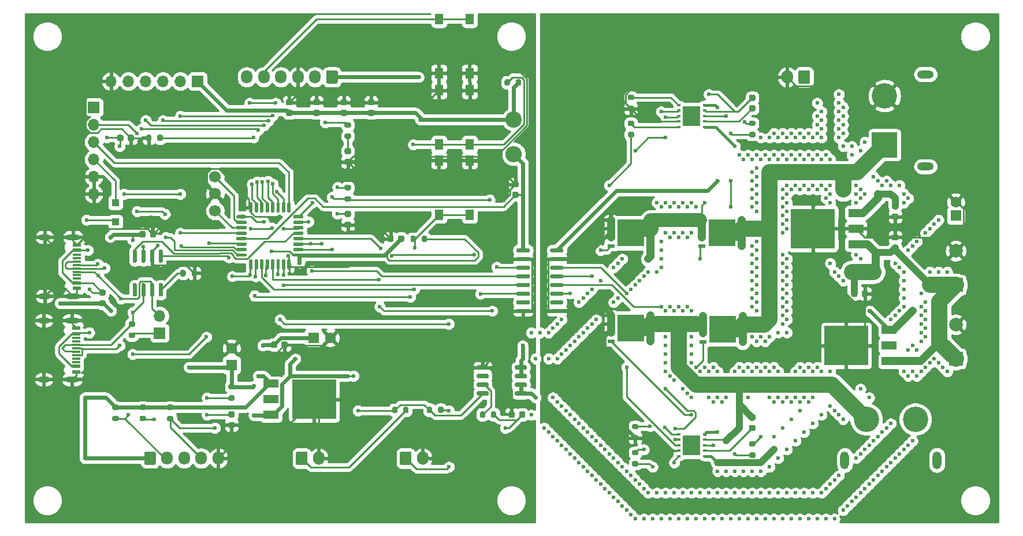
<source format=gtl>
G04 #@! TF.GenerationSoftware,KiCad,Pcbnew,(5.1.12)-1*
G04 #@! TF.CreationDate,2022-01-12T16:51:38+09:00*
G04 #@! TF.ProjectId,NHK2022_MD_product,4e484b32-3032-4325-9f4d-445f70726f64,rev?*
G04 #@! TF.SameCoordinates,PX3c8eee0PY853a720*
G04 #@! TF.FileFunction,Copper,L1,Top*
G04 #@! TF.FilePolarity,Positive*
%FSLAX46Y46*%
G04 Gerber Fmt 4.6, Leading zero omitted, Abs format (unit mm)*
G04 Created by KiCad (PCBNEW (5.1.12)-1) date 2022-01-12 16:51:38*
%MOMM*%
%LPD*%
G01*
G04 APERTURE LIST*
G04 #@! TA.AperFunction,SMDPad,CuDef*
%ADD10R,1.100000X0.500000*%
G04 #@! TD*
G04 #@! TA.AperFunction,SMDPad,CuDef*
%ADD11R,4.000000X4.000000*%
G04 #@! TD*
G04 #@! TA.AperFunction,ComponentPad*
%ADD12O,2.000000X0.900000*%
G04 #@! TD*
G04 #@! TA.AperFunction,ComponentPad*
%ADD13O,1.700000X0.900000*%
G04 #@! TD*
G04 #@! TA.AperFunction,SMDPad,CuDef*
%ADD14R,1.160000X0.300000*%
G04 #@! TD*
G04 #@! TA.AperFunction,SMDPad,CuDef*
%ADD15R,1.160000X0.600000*%
G04 #@! TD*
G04 #@! TA.AperFunction,ComponentPad*
%ADD16R,1.600000X1.600000*%
G04 #@! TD*
G04 #@! TA.AperFunction,ComponentPad*
%ADD17C,1.600000*%
G04 #@! TD*
G04 #@! TA.AperFunction,ComponentPad*
%ADD18C,2.000000*%
G04 #@! TD*
G04 #@! TA.AperFunction,ComponentPad*
%ADD19R,2.000000X2.000000*%
G04 #@! TD*
G04 #@! TA.AperFunction,SMDPad,CuDef*
%ADD20R,1.100000X1.100000*%
G04 #@! TD*
G04 #@! TA.AperFunction,ComponentPad*
%ADD21R,1.700000X1.700000*%
G04 #@! TD*
G04 #@! TA.AperFunction,ComponentPad*
%ADD22O,1.700000X1.700000*%
G04 #@! TD*
G04 #@! TA.AperFunction,ComponentPad*
%ADD23C,2.400000*%
G04 #@! TD*
G04 #@! TA.AperFunction,ComponentPad*
%ADD24O,2.400000X2.400000*%
G04 #@! TD*
G04 #@! TA.AperFunction,SMDPad,CuDef*
%ADD25R,1.300000X1.550000*%
G04 #@! TD*
G04 #@! TA.AperFunction,SMDPad,CuDef*
%ADD26R,0.600000X0.300000*%
G04 #@! TD*
G04 #@! TA.AperFunction,SMDPad,CuDef*
%ADD27R,2.600000X3.000000*%
G04 #@! TD*
G04 #@! TA.AperFunction,SMDPad,CuDef*
%ADD28R,2.200000X1.200000*%
G04 #@! TD*
G04 #@! TA.AperFunction,SMDPad,CuDef*
%ADD29R,6.400000X5.800000*%
G04 #@! TD*
G04 #@! TA.AperFunction,ComponentPad*
%ADD30C,1.700000*%
G04 #@! TD*
G04 #@! TA.AperFunction,ComponentPad*
%ADD31C,3.716000*%
G04 #@! TD*
G04 #@! TA.AperFunction,ComponentPad*
%ADD32O,1.300000X2.600000*%
G04 #@! TD*
G04 #@! TA.AperFunction,ComponentPad*
%ADD33R,3.716000X3.716000*%
G04 #@! TD*
G04 #@! TA.AperFunction,ComponentPad*
%ADD34O,2.400000X1.200000*%
G04 #@! TD*
G04 #@! TA.AperFunction,ComponentPad*
%ADD35O,1.700000X2.000000*%
G04 #@! TD*
G04 #@! TA.AperFunction,ComponentPad*
%ADD36O,1.700000X1.950000*%
G04 #@! TD*
G04 #@! TA.AperFunction,ViaPad*
%ADD37C,0.600000*%
G04 #@! TD*
G04 #@! TA.AperFunction,Conductor*
%ADD38C,1.200000*%
G04 #@! TD*
G04 #@! TA.AperFunction,Conductor*
%ADD39C,2.400000*%
G04 #@! TD*
G04 #@! TA.AperFunction,Conductor*
%ADD40C,1.000000*%
G04 #@! TD*
G04 #@! TA.AperFunction,Conductor*
%ADD41C,0.220000*%
G04 #@! TD*
G04 #@! TA.AperFunction,Conductor*
%ADD42C,0.600000*%
G04 #@! TD*
G04 #@! TA.AperFunction,Conductor*
%ADD43C,2.000000*%
G04 #@! TD*
G04 #@! TA.AperFunction,Conductor*
%ADD44C,0.400000*%
G04 #@! TD*
G04 #@! TA.AperFunction,Conductor*
%ADD45C,0.254000*%
G04 #@! TD*
G04 #@! TA.AperFunction,Conductor*
%ADD46C,0.100000*%
G04 #@! TD*
G04 APERTURE END LIST*
D10*
X73935000Y12065000D03*
X79735000Y9525000D03*
X73935000Y8255000D03*
D11*
X76835000Y10160000D03*
D10*
X73935000Y9525000D03*
X79735000Y12065000D03*
X79735000Y8255000D03*
X73935000Y10795000D03*
X79735000Y10795000D03*
X87405000Y11930000D03*
X93205000Y9390000D03*
X87405000Y8120000D03*
D11*
X90305000Y10025000D03*
D10*
X87405000Y9390000D03*
X93205000Y11930000D03*
X93205000Y8120000D03*
X87405000Y10660000D03*
X93205000Y10660000D03*
X73935000Y26035000D03*
X79735000Y23495000D03*
X73935000Y22225000D03*
D11*
X76835000Y24130000D03*
D10*
X73935000Y23495000D03*
X79735000Y26035000D03*
X79735000Y22225000D03*
X73935000Y24765000D03*
X79735000Y24765000D03*
X87270000Y26035000D03*
X93070000Y23495000D03*
X87270000Y22225000D03*
D11*
X90170000Y24130000D03*
D10*
X87270000Y23495000D03*
X93070000Y26035000D03*
X93070000Y22225000D03*
X87270000Y24765000D03*
X93070000Y24765000D03*
D12*
X-4930000Y23515000D03*
X-4930000Y14875000D03*
D13*
X-9100000Y23515000D03*
X-9100000Y14875000D03*
D14*
X-4350000Y19945000D03*
X-4350000Y19445000D03*
X-4350000Y18945000D03*
X-4350000Y20945000D03*
X-4350000Y20445000D03*
X-4350000Y17945000D03*
X-4350000Y18445000D03*
X-4350000Y17445000D03*
D15*
X-4350000Y21595000D03*
X-4350000Y21595000D03*
X-4350000Y22395000D03*
X-4350000Y22395000D03*
X-4350000Y16795000D03*
X-4350000Y15995000D03*
X-4350000Y16795000D03*
X-4350000Y15995000D03*
G04 #@! TA.AperFunction,SMDPad,CuDef*
G36*
G01*
X94865000Y-3345000D02*
X94365000Y-3345000D01*
G75*
G02*
X94140000Y-3120000I0J225000D01*
G01*
X94140000Y-2670000D01*
G75*
G02*
X94365000Y-2445000I225000J0D01*
G01*
X94865000Y-2445000D01*
G75*
G02*
X95090000Y-2670000I0J-225000D01*
G01*
X95090000Y-3120000D01*
G75*
G02*
X94865000Y-3345000I-225000J0D01*
G01*
G37*
G04 #@! TD.AperFunction*
G04 #@! TA.AperFunction,SMDPad,CuDef*
G36*
G01*
X94865000Y-4895000D02*
X94365000Y-4895000D01*
G75*
G02*
X94140000Y-4670000I0J225000D01*
G01*
X94140000Y-4220000D01*
G75*
G02*
X94365000Y-3995000I225000J0D01*
G01*
X94865000Y-3995000D01*
G75*
G02*
X95090000Y-4220000I0J-225000D01*
G01*
X95090000Y-4670000D01*
G75*
G02*
X94865000Y-4895000I-225000J0D01*
G01*
G37*
G04 #@! TD.AperFunction*
G04 #@! TA.AperFunction,SMDPad,CuDef*
G36*
G01*
X94865000Y41955000D02*
X94365000Y41955000D01*
G75*
G02*
X94140000Y42180000I0J225000D01*
G01*
X94140000Y42630000D01*
G75*
G02*
X94365000Y42855000I225000J0D01*
G01*
X94865000Y42855000D01*
G75*
G02*
X95090000Y42630000I0J-225000D01*
G01*
X95090000Y42180000D01*
G75*
G02*
X94865000Y41955000I-225000J0D01*
G01*
G37*
G04 #@! TD.AperFunction*
G04 #@! TA.AperFunction,SMDPad,CuDef*
G36*
G01*
X94865000Y43505000D02*
X94365000Y43505000D01*
G75*
G02*
X94140000Y43730000I0J225000D01*
G01*
X94140000Y44180000D01*
G75*
G02*
X94365000Y44405000I225000J0D01*
G01*
X94865000Y44405000D01*
G75*
G02*
X95090000Y44180000I0J-225000D01*
G01*
X95090000Y43730000D01*
G75*
G02*
X94865000Y43505000I-225000J0D01*
G01*
G37*
G04 #@! TD.AperFunction*
G04 #@! TA.AperFunction,SMDPad,CuDef*
G36*
G01*
X109125000Y14990000D02*
X109125000Y15490000D01*
G75*
G02*
X109350000Y15715000I225000J0D01*
G01*
X109800000Y15715000D01*
G75*
G02*
X110025000Y15490000I0J-225000D01*
G01*
X110025000Y14990000D01*
G75*
G02*
X109800000Y14765000I-225000J0D01*
G01*
X109350000Y14765000D01*
G75*
G02*
X109125000Y14990000I0J225000D01*
G01*
G37*
G04 #@! TD.AperFunction*
G04 #@! TA.AperFunction,SMDPad,CuDef*
G36*
G01*
X110675000Y14990000D02*
X110675000Y15490000D01*
G75*
G02*
X110900000Y15715000I225000J0D01*
G01*
X111350000Y15715000D01*
G75*
G02*
X111575000Y15490000I0J-225000D01*
G01*
X111575000Y14990000D01*
G75*
G02*
X111350000Y14765000I-225000J0D01*
G01*
X110900000Y14765000D01*
G75*
G02*
X110675000Y14990000I0J225000D01*
G01*
G37*
G04 #@! TD.AperFunction*
D16*
X124460000Y26670000D03*
D17*
X124460000Y28670000D03*
G04 #@! TA.AperFunction,SMDPad,CuDef*
G36*
G01*
X41150000Y23050000D02*
X41150000Y23550000D01*
G75*
G02*
X41375000Y23775000I225000J0D01*
G01*
X41825000Y23775000D01*
G75*
G02*
X42050000Y23550000I0J-225000D01*
G01*
X42050000Y23050000D01*
G75*
G02*
X41825000Y22825000I-225000J0D01*
G01*
X41375000Y22825000D01*
G75*
G02*
X41150000Y23050000I0J225000D01*
G01*
G37*
G04 #@! TD.AperFunction*
G04 #@! TA.AperFunction,SMDPad,CuDef*
G36*
G01*
X42700000Y23050000D02*
X42700000Y23550000D01*
G75*
G02*
X42925000Y23775000I225000J0D01*
G01*
X43375000Y23775000D01*
G75*
G02*
X43600000Y23550000I0J-225000D01*
G01*
X43600000Y23050000D01*
G75*
G02*
X43375000Y22825000I-225000J0D01*
G01*
X42925000Y22825000D01*
G75*
G02*
X42700000Y23050000I0J225000D01*
G01*
G37*
G04 #@! TD.AperFunction*
G04 #@! TA.AperFunction,SMDPad,CuDef*
G36*
G01*
X59805000Y-2240000D02*
X59805000Y-2740000D01*
G75*
G02*
X59580000Y-2965000I-225000J0D01*
G01*
X59130000Y-2965000D01*
G75*
G02*
X58905000Y-2740000I0J225000D01*
G01*
X58905000Y-2240000D01*
G75*
G02*
X59130000Y-2015000I225000J0D01*
G01*
X59580000Y-2015000D01*
G75*
G02*
X59805000Y-2240000I0J-225000D01*
G01*
G37*
G04 #@! TD.AperFunction*
G04 #@! TA.AperFunction,SMDPad,CuDef*
G36*
G01*
X61355000Y-2240000D02*
X61355000Y-2740000D01*
G75*
G02*
X61130000Y-2965000I-225000J0D01*
G01*
X60680000Y-2965000D01*
G75*
G02*
X60455000Y-2740000I0J225000D01*
G01*
X60455000Y-2240000D01*
G75*
G02*
X60680000Y-2015000I225000J0D01*
G01*
X61130000Y-2015000D01*
G75*
G02*
X61355000Y-2240000I0J-225000D01*
G01*
G37*
G04 #@! TD.AperFunction*
D18*
X124460000Y21510000D03*
D19*
X124460000Y16510000D03*
G04 #@! TA.AperFunction,SMDPad,CuDef*
G36*
G01*
X115820000Y27630000D02*
X115320000Y27630000D01*
G75*
G02*
X115095000Y27855000I0J225000D01*
G01*
X115095000Y28305000D01*
G75*
G02*
X115320000Y28530000I225000J0D01*
G01*
X115820000Y28530000D01*
G75*
G02*
X116045000Y28305000I0J-225000D01*
G01*
X116045000Y27855000D01*
G75*
G02*
X115820000Y27630000I-225000J0D01*
G01*
G37*
G04 #@! TD.AperFunction*
G04 #@! TA.AperFunction,SMDPad,CuDef*
G36*
G01*
X115820000Y26080000D02*
X115320000Y26080000D01*
G75*
G02*
X115095000Y26305000I0J225000D01*
G01*
X115095000Y26755000D01*
G75*
G02*
X115320000Y26980000I225000J0D01*
G01*
X115820000Y26980000D01*
G75*
G02*
X116045000Y26755000I0J-225000D01*
G01*
X116045000Y26305000D01*
G75*
G02*
X115820000Y26080000I-225000J0D01*
G01*
G37*
G04 #@! TD.AperFunction*
G04 #@! TA.AperFunction,SMDPad,CuDef*
G36*
G01*
X115820000Y23045000D02*
X115320000Y23045000D01*
G75*
G02*
X115095000Y23270000I0J225000D01*
G01*
X115095000Y23720000D01*
G75*
G02*
X115320000Y23945000I225000J0D01*
G01*
X115820000Y23945000D01*
G75*
G02*
X116045000Y23720000I0J-225000D01*
G01*
X116045000Y23270000D01*
G75*
G02*
X115820000Y23045000I-225000J0D01*
G01*
G37*
G04 #@! TD.AperFunction*
G04 #@! TA.AperFunction,SMDPad,CuDef*
G36*
G01*
X115820000Y21495000D02*
X115320000Y21495000D01*
G75*
G02*
X115095000Y21720000I0J225000D01*
G01*
X115095000Y22170000D01*
G75*
G02*
X115320000Y22395000I225000J0D01*
G01*
X115820000Y22395000D01*
G75*
G02*
X116045000Y22170000I0J-225000D01*
G01*
X116045000Y21720000D01*
G75*
G02*
X115820000Y21495000I-225000J0D01*
G01*
G37*
G04 #@! TD.AperFunction*
X124460000Y5715000D03*
D18*
X124460000Y10715000D03*
G04 #@! TA.AperFunction,SMDPad,CuDef*
G36*
G01*
X1540000Y37810000D02*
X1540000Y38310000D01*
G75*
G02*
X1765000Y38535000I225000J0D01*
G01*
X2215000Y38535000D01*
G75*
G02*
X2440000Y38310000I0J-225000D01*
G01*
X2440000Y37810000D01*
G75*
G02*
X2215000Y37585000I-225000J0D01*
G01*
X1765000Y37585000D01*
G75*
G02*
X1540000Y37810000I0J225000D01*
G01*
G37*
G04 #@! TD.AperFunction*
G04 #@! TA.AperFunction,SMDPad,CuDef*
G36*
G01*
X3090000Y37810000D02*
X3090000Y38310000D01*
G75*
G02*
X3315000Y38535000I225000J0D01*
G01*
X3765000Y38535000D01*
G75*
G02*
X3990000Y38310000I0J-225000D01*
G01*
X3990000Y37810000D01*
G75*
G02*
X3765000Y37585000I-225000J0D01*
G01*
X3315000Y37585000D01*
G75*
G02*
X3090000Y37810000I0J225000D01*
G01*
G37*
G04 #@! TD.AperFunction*
D16*
X30300000Y8760000D03*
D17*
X32800000Y8760000D03*
G04 #@! TA.AperFunction,SMDPad,CuDef*
G36*
G01*
X25625000Y7510000D02*
X25625000Y8010000D01*
G75*
G02*
X25850000Y8235000I225000J0D01*
G01*
X26300000Y8235000D01*
G75*
G02*
X26525000Y8010000I0J-225000D01*
G01*
X26525000Y7510000D01*
G75*
G02*
X26300000Y7285000I-225000J0D01*
G01*
X25850000Y7285000D01*
G75*
G02*
X25625000Y7510000I0J225000D01*
G01*
G37*
G04 #@! TD.AperFunction*
G04 #@! TA.AperFunction,SMDPad,CuDef*
G36*
G01*
X24075000Y7510000D02*
X24075000Y8010000D01*
G75*
G02*
X24300000Y8235000I225000J0D01*
G01*
X24750000Y8235000D01*
G75*
G02*
X24975000Y8010000I0J-225000D01*
G01*
X24975000Y7510000D01*
G75*
G02*
X24750000Y7285000I-225000J0D01*
G01*
X24300000Y7285000D01*
G75*
G02*
X24075000Y7510000I0J225000D01*
G01*
G37*
G04 #@! TD.AperFunction*
G04 #@! TA.AperFunction,SMDPad,CuDef*
G36*
G01*
X27010000Y41285000D02*
X26510000Y41285000D01*
G75*
G02*
X26285000Y41510000I0J225000D01*
G01*
X26285000Y41960000D01*
G75*
G02*
X26510000Y42185000I225000J0D01*
G01*
X27010000Y42185000D01*
G75*
G02*
X27235000Y41960000I0J-225000D01*
G01*
X27235000Y41510000D01*
G75*
G02*
X27010000Y41285000I-225000J0D01*
G01*
G37*
G04 #@! TD.AperFunction*
G04 #@! TA.AperFunction,SMDPad,CuDef*
G36*
G01*
X27010000Y42835000D02*
X26510000Y42835000D01*
G75*
G02*
X26285000Y43060000I0J225000D01*
G01*
X26285000Y43510000D01*
G75*
G02*
X26510000Y43735000I225000J0D01*
G01*
X27010000Y43735000D01*
G75*
G02*
X27235000Y43510000I0J-225000D01*
G01*
X27235000Y43060000D01*
G75*
G02*
X27010000Y42835000I-225000J0D01*
G01*
G37*
G04 #@! TD.AperFunction*
G04 #@! TA.AperFunction,SMDPad,CuDef*
G36*
G01*
X31010000Y42835000D02*
X30510000Y42835000D01*
G75*
G02*
X30285000Y43060000I0J225000D01*
G01*
X30285000Y43510000D01*
G75*
G02*
X30510000Y43735000I225000J0D01*
G01*
X31010000Y43735000D01*
G75*
G02*
X31235000Y43510000I0J-225000D01*
G01*
X31235000Y43060000D01*
G75*
G02*
X31010000Y42835000I-225000J0D01*
G01*
G37*
G04 #@! TD.AperFunction*
G04 #@! TA.AperFunction,SMDPad,CuDef*
G36*
G01*
X31010000Y41285000D02*
X30510000Y41285000D01*
G75*
G02*
X30285000Y41510000I0J225000D01*
G01*
X30285000Y41960000D01*
G75*
G02*
X30510000Y42185000I225000J0D01*
G01*
X31010000Y42185000D01*
G75*
G02*
X31235000Y41960000I0J-225000D01*
G01*
X31235000Y41510000D01*
G75*
G02*
X31010000Y41285000I-225000J0D01*
G01*
G37*
G04 #@! TD.AperFunction*
X18300000Y7260000D03*
D16*
X18300000Y4760000D03*
G04 #@! TA.AperFunction,SMDPad,CuDef*
G36*
G01*
X35010000Y41285000D02*
X34510000Y41285000D01*
G75*
G02*
X34285000Y41510000I0J225000D01*
G01*
X34285000Y41960000D01*
G75*
G02*
X34510000Y42185000I225000J0D01*
G01*
X35010000Y42185000D01*
G75*
G02*
X35235000Y41960000I0J-225000D01*
G01*
X35235000Y41510000D01*
G75*
G02*
X35010000Y41285000I-225000J0D01*
G01*
G37*
G04 #@! TD.AperFunction*
G04 #@! TA.AperFunction,SMDPad,CuDef*
G36*
G01*
X35010000Y42835000D02*
X34510000Y42835000D01*
G75*
G02*
X34285000Y43060000I0J225000D01*
G01*
X34285000Y43510000D01*
G75*
G02*
X34510000Y43735000I225000J0D01*
G01*
X35010000Y43735000D01*
G75*
G02*
X35235000Y43510000I0J-225000D01*
G01*
X35235000Y43060000D01*
G75*
G02*
X35010000Y42835000I-225000J0D01*
G01*
G37*
G04 #@! TD.AperFunction*
G04 #@! TA.AperFunction,SMDPad,CuDef*
G36*
G01*
X39010000Y42835000D02*
X38510000Y42835000D01*
G75*
G02*
X38285000Y43060000I0J225000D01*
G01*
X38285000Y43510000D01*
G75*
G02*
X38510000Y43735000I225000J0D01*
G01*
X39010000Y43735000D01*
G75*
G02*
X39235000Y43510000I0J-225000D01*
G01*
X39235000Y43060000D01*
G75*
G02*
X39010000Y42835000I-225000J0D01*
G01*
G37*
G04 #@! TD.AperFunction*
G04 #@! TA.AperFunction,SMDPad,CuDef*
G36*
G01*
X39010000Y41285000D02*
X38510000Y41285000D01*
G75*
G02*
X38285000Y41510000I0J225000D01*
G01*
X38285000Y41960000D01*
G75*
G02*
X38510000Y42185000I225000J0D01*
G01*
X39010000Y42185000D01*
G75*
G02*
X39235000Y41960000I0J-225000D01*
G01*
X39235000Y41510000D01*
G75*
G02*
X39010000Y41285000I-225000J0D01*
G01*
G37*
G04 #@! TD.AperFunction*
G04 #@! TA.AperFunction,SMDPad,CuDef*
G36*
G01*
X4785000Y23700000D02*
X4785000Y24200000D01*
G75*
G02*
X5010000Y24425000I225000J0D01*
G01*
X5460000Y24425000D01*
G75*
G02*
X5685000Y24200000I0J-225000D01*
G01*
X5685000Y23700000D01*
G75*
G02*
X5460000Y23475000I-225000J0D01*
G01*
X5010000Y23475000D01*
G75*
G02*
X4785000Y23700000I0J225000D01*
G01*
G37*
G04 #@! TD.AperFunction*
G04 #@! TA.AperFunction,SMDPad,CuDef*
G36*
G01*
X6335000Y23700000D02*
X6335000Y24200000D01*
G75*
G02*
X6560000Y24425000I225000J0D01*
G01*
X7010000Y24425000D01*
G75*
G02*
X7235000Y24200000I0J-225000D01*
G01*
X7235000Y23700000D01*
G75*
G02*
X7010000Y23475000I-225000J0D01*
G01*
X6560000Y23475000D01*
G75*
G02*
X6335000Y23700000I0J225000D01*
G01*
G37*
G04 #@! TD.AperFunction*
G04 #@! TA.AperFunction,SMDPad,CuDef*
G36*
G01*
X60150000Y29275000D02*
X59650000Y29275000D01*
G75*
G02*
X59425000Y29500000I0J225000D01*
G01*
X59425000Y29950000D01*
G75*
G02*
X59650000Y30175000I225000J0D01*
G01*
X60150000Y30175000D01*
G75*
G02*
X60375000Y29950000I0J-225000D01*
G01*
X60375000Y29500000D01*
G75*
G02*
X60150000Y29275000I-225000J0D01*
G01*
G37*
G04 #@! TD.AperFunction*
G04 #@! TA.AperFunction,SMDPad,CuDef*
G36*
G01*
X60150000Y30825000D02*
X59650000Y30825000D01*
G75*
G02*
X59425000Y31050000I0J225000D01*
G01*
X59425000Y31500000D01*
G75*
G02*
X59650000Y31725000I225000J0D01*
G01*
X60150000Y31725000D01*
G75*
G02*
X60375000Y31500000I0J-225000D01*
G01*
X60375000Y31050000D01*
G75*
G02*
X60150000Y30825000I-225000J0D01*
G01*
G37*
G04 #@! TD.AperFunction*
D20*
X1270000Y25775000D03*
X1270000Y28575000D03*
G04 #@! TA.AperFunction,SMDPad,CuDef*
G36*
G01*
X18556250Y-4465000D02*
X18043750Y-4465000D01*
G75*
G02*
X17825000Y-4246250I0J218750D01*
G01*
X17825000Y-3808750D01*
G75*
G02*
X18043750Y-3590000I218750J0D01*
G01*
X18556250Y-3590000D01*
G75*
G02*
X18775000Y-3808750I0J-218750D01*
G01*
X18775000Y-4246250D01*
G75*
G02*
X18556250Y-4465000I-218750J0D01*
G01*
G37*
G04 #@! TD.AperFunction*
G04 #@! TA.AperFunction,SMDPad,CuDef*
G36*
G01*
X18556250Y-2890000D02*
X18043750Y-2890000D01*
G75*
G02*
X17825000Y-2671250I0J218750D01*
G01*
X17825000Y-2233750D01*
G75*
G02*
X18043750Y-2015000I218750J0D01*
G01*
X18556250Y-2015000D01*
G75*
G02*
X18775000Y-2233750I0J-218750D01*
G01*
X18775000Y-2671250D01*
G75*
G02*
X18556250Y-2890000I-218750J0D01*
G01*
G37*
G04 #@! TD.AperFunction*
G04 #@! TA.AperFunction,SMDPad,CuDef*
G36*
G01*
X35591250Y34122500D02*
X35078750Y34122500D01*
G75*
G02*
X34860000Y34341250I0J218750D01*
G01*
X34860000Y34778750D01*
G75*
G02*
X35078750Y34997500I218750J0D01*
G01*
X35591250Y34997500D01*
G75*
G02*
X35810000Y34778750I0J-218750D01*
G01*
X35810000Y34341250D01*
G75*
G02*
X35591250Y34122500I-218750J0D01*
G01*
G37*
G04 #@! TD.AperFunction*
G04 #@! TA.AperFunction,SMDPad,CuDef*
G36*
G01*
X35591250Y35697500D02*
X35078750Y35697500D01*
G75*
G02*
X34860000Y35916250I0J218750D01*
G01*
X34860000Y36353750D01*
G75*
G02*
X35078750Y36572500I218750J0D01*
G01*
X35591250Y36572500D01*
G75*
G02*
X35810000Y36353750I0J-218750D01*
G01*
X35810000Y35916250D01*
G75*
G02*
X35591250Y35697500I-218750J0D01*
G01*
G37*
G04 #@! TD.AperFunction*
G04 #@! TA.AperFunction,SMDPad,CuDef*
G36*
G01*
X35591250Y26485000D02*
X35078750Y26485000D01*
G75*
G02*
X34860000Y26703750I0J218750D01*
G01*
X34860000Y27141250D01*
G75*
G02*
X35078750Y27360000I218750J0D01*
G01*
X35591250Y27360000D01*
G75*
G02*
X35810000Y27141250I0J-218750D01*
G01*
X35810000Y26703750D01*
G75*
G02*
X35591250Y26485000I-218750J0D01*
G01*
G37*
G04 #@! TD.AperFunction*
G04 #@! TA.AperFunction,SMDPad,CuDef*
G36*
G01*
X35591250Y24910000D02*
X35078750Y24910000D01*
G75*
G02*
X34860000Y25128750I0J218750D01*
G01*
X34860000Y25566250D01*
G75*
G02*
X35078750Y25785000I218750J0D01*
G01*
X35591250Y25785000D01*
G75*
G02*
X35810000Y25566250I0J-218750D01*
G01*
X35810000Y25128750D01*
G75*
G02*
X35591250Y24910000I-218750J0D01*
G01*
G37*
G04 #@! TD.AperFunction*
D21*
X7750000Y9450000D03*
D22*
X7750000Y11990000D03*
D23*
X59660000Y40780000D03*
D24*
X59660000Y35700000D03*
G04 #@! TA.AperFunction,SMDPad,CuDef*
G36*
G01*
X77195000Y-5505000D02*
X77745000Y-5505000D01*
G75*
G02*
X77945000Y-5705000I0J-200000D01*
G01*
X77945000Y-6105000D01*
G75*
G02*
X77745000Y-6305000I-200000J0D01*
G01*
X77195000Y-6305000D01*
G75*
G02*
X76995000Y-6105000I0J200000D01*
G01*
X76995000Y-5705000D01*
G75*
G02*
X77195000Y-5505000I200000J0D01*
G01*
G37*
G04 #@! TD.AperFunction*
G04 #@! TA.AperFunction,SMDPad,CuDef*
G36*
G01*
X77195000Y-3855000D02*
X77745000Y-3855000D01*
G75*
G02*
X77945000Y-4055000I0J-200000D01*
G01*
X77945000Y-4455000D01*
G75*
G02*
X77745000Y-4655000I-200000J0D01*
G01*
X77195000Y-4655000D01*
G75*
G02*
X76995000Y-4455000I0J200000D01*
G01*
X76995000Y-4055000D01*
G75*
G02*
X77195000Y-3855000I200000J0D01*
G01*
G37*
G04 #@! TD.AperFunction*
G04 #@! TA.AperFunction,SMDPad,CuDef*
G36*
G01*
X77195000Y-7665000D02*
X77745000Y-7665000D01*
G75*
G02*
X77945000Y-7865000I0J-200000D01*
G01*
X77945000Y-8265000D01*
G75*
G02*
X77745000Y-8465000I-200000J0D01*
G01*
X77195000Y-8465000D01*
G75*
G02*
X76995000Y-8265000I0J200000D01*
G01*
X76995000Y-7865000D01*
G75*
G02*
X77195000Y-7665000I200000J0D01*
G01*
G37*
G04 #@! TD.AperFunction*
G04 #@! TA.AperFunction,SMDPad,CuDef*
G36*
G01*
X77195000Y-9315000D02*
X77745000Y-9315000D01*
G75*
G02*
X77945000Y-9515000I0J-200000D01*
G01*
X77945000Y-9915000D01*
G75*
G02*
X77745000Y-10115000I-200000J0D01*
G01*
X77195000Y-10115000D01*
G75*
G02*
X76995000Y-9915000I0J200000D01*
G01*
X76995000Y-9515000D01*
G75*
G02*
X77195000Y-9315000I200000J0D01*
G01*
G37*
G04 #@! TD.AperFunction*
G04 #@! TA.AperFunction,SMDPad,CuDef*
G36*
G01*
X94340000Y-8045000D02*
X94890000Y-8045000D01*
G75*
G02*
X95090000Y-8245000I0J-200000D01*
G01*
X95090000Y-8645000D01*
G75*
G02*
X94890000Y-8845000I-200000J0D01*
G01*
X94340000Y-8845000D01*
G75*
G02*
X94140000Y-8645000I0J200000D01*
G01*
X94140000Y-8245000D01*
G75*
G02*
X94340000Y-8045000I200000J0D01*
G01*
G37*
G04 #@! TD.AperFunction*
G04 #@! TA.AperFunction,SMDPad,CuDef*
G36*
G01*
X94340000Y-6395000D02*
X94890000Y-6395000D01*
G75*
G02*
X95090000Y-6595000I0J-200000D01*
G01*
X95090000Y-6995000D01*
G75*
G02*
X94890000Y-7195000I-200000J0D01*
G01*
X94340000Y-7195000D01*
G75*
G02*
X94140000Y-6995000I0J200000D01*
G01*
X94140000Y-6595000D01*
G75*
G02*
X94340000Y-6395000I200000J0D01*
G01*
G37*
G04 #@! TD.AperFunction*
G04 #@! TA.AperFunction,SMDPad,CuDef*
G36*
G01*
X94340000Y38945000D02*
X94890000Y38945000D01*
G75*
G02*
X95090000Y38745000I0J-200000D01*
G01*
X95090000Y38345000D01*
G75*
G02*
X94890000Y38145000I-200000J0D01*
G01*
X94340000Y38145000D01*
G75*
G02*
X94140000Y38345000I0J200000D01*
G01*
X94140000Y38745000D01*
G75*
G02*
X94340000Y38945000I200000J0D01*
G01*
G37*
G04 #@! TD.AperFunction*
G04 #@! TA.AperFunction,SMDPad,CuDef*
G36*
G01*
X94340000Y40595000D02*
X94890000Y40595000D01*
G75*
G02*
X95090000Y40395000I0J-200000D01*
G01*
X95090000Y39995000D01*
G75*
G02*
X94890000Y39795000I-200000J0D01*
G01*
X94340000Y39795000D01*
G75*
G02*
X94140000Y39995000I0J200000D01*
G01*
X94140000Y40395000D01*
G75*
G02*
X94340000Y40595000I200000J0D01*
G01*
G37*
G04 #@! TD.AperFunction*
G04 #@! TA.AperFunction,SMDPad,CuDef*
G36*
G01*
X76560000Y40595000D02*
X77110000Y40595000D01*
G75*
G02*
X77310000Y40395000I0J-200000D01*
G01*
X77310000Y39995000D01*
G75*
G02*
X77110000Y39795000I-200000J0D01*
G01*
X76560000Y39795000D01*
G75*
G02*
X76360000Y39995000I0J200000D01*
G01*
X76360000Y40395000D01*
G75*
G02*
X76560000Y40595000I200000J0D01*
G01*
G37*
G04 #@! TD.AperFunction*
G04 #@! TA.AperFunction,SMDPad,CuDef*
G36*
G01*
X76560000Y38945000D02*
X77110000Y38945000D01*
G75*
G02*
X77310000Y38745000I0J-200000D01*
G01*
X77310000Y38345000D01*
G75*
G02*
X77110000Y38145000I-200000J0D01*
G01*
X76560000Y38145000D01*
G75*
G02*
X76360000Y38345000I0J200000D01*
G01*
X76360000Y38745000D01*
G75*
G02*
X76560000Y38945000I200000J0D01*
G01*
G37*
G04 #@! TD.AperFunction*
G04 #@! TA.AperFunction,SMDPad,CuDef*
G36*
G01*
X76560000Y42755000D02*
X77110000Y42755000D01*
G75*
G02*
X77310000Y42555000I0J-200000D01*
G01*
X77310000Y42155000D01*
G75*
G02*
X77110000Y41955000I-200000J0D01*
G01*
X76560000Y41955000D01*
G75*
G02*
X76360000Y42155000I0J200000D01*
G01*
X76360000Y42555000D01*
G75*
G02*
X76560000Y42755000I200000J0D01*
G01*
G37*
G04 #@! TD.AperFunction*
G04 #@! TA.AperFunction,SMDPad,CuDef*
G36*
G01*
X76560000Y44405000D02*
X77110000Y44405000D01*
G75*
G02*
X77310000Y44205000I0J-200000D01*
G01*
X77310000Y43805000D01*
G75*
G02*
X77110000Y43605000I-200000J0D01*
G01*
X76560000Y43605000D01*
G75*
G02*
X76360000Y43805000I0J200000D01*
G01*
X76360000Y44205000D01*
G75*
G02*
X76560000Y44405000I200000J0D01*
G01*
G37*
G04 #@! TD.AperFunction*
G04 #@! TA.AperFunction,SMDPad,CuDef*
G36*
G01*
X57130000Y-2215000D02*
X57130000Y-2765000D01*
G75*
G02*
X56930000Y-2965000I-200000J0D01*
G01*
X56530000Y-2965000D01*
G75*
G02*
X56330000Y-2765000I0J200000D01*
G01*
X56330000Y-2215000D01*
G75*
G02*
X56530000Y-2015000I200000J0D01*
G01*
X56930000Y-2015000D01*
G75*
G02*
X57130000Y-2215000I0J-200000D01*
G01*
G37*
G04 #@! TD.AperFunction*
G04 #@! TA.AperFunction,SMDPad,CuDef*
G36*
G01*
X55480000Y-2215000D02*
X55480000Y-2765000D01*
G75*
G02*
X55280000Y-2965000I-200000J0D01*
G01*
X54880000Y-2965000D01*
G75*
G02*
X54680000Y-2765000I0J200000D01*
G01*
X54680000Y-2215000D01*
G75*
G02*
X54880000Y-2015000I200000J0D01*
G01*
X55280000Y-2015000D01*
G75*
G02*
X55480000Y-2215000I0J-200000D01*
G01*
G37*
G04 #@! TD.AperFunction*
G04 #@! TA.AperFunction,SMDPad,CuDef*
G36*
G01*
X8215000Y38335000D02*
X8215000Y37785000D01*
G75*
G02*
X8015000Y37585000I-200000J0D01*
G01*
X7615000Y37585000D01*
G75*
G02*
X7415000Y37785000I0J200000D01*
G01*
X7415000Y38335000D01*
G75*
G02*
X7615000Y38535000I200000J0D01*
G01*
X8015000Y38535000D01*
G75*
G02*
X8215000Y38335000I0J-200000D01*
G01*
G37*
G04 #@! TD.AperFunction*
G04 #@! TA.AperFunction,SMDPad,CuDef*
G36*
G01*
X6565000Y38335000D02*
X6565000Y37785000D01*
G75*
G02*
X6365000Y37585000I-200000J0D01*
G01*
X5965000Y37585000D01*
G75*
G02*
X5765000Y37785000I0J200000D01*
G01*
X5765000Y38335000D01*
G75*
G02*
X5965000Y38535000I200000J0D01*
G01*
X6365000Y38535000D01*
G75*
G02*
X6565000Y38335000I0J-200000D01*
G01*
G37*
G04 #@! TD.AperFunction*
G04 #@! TA.AperFunction,SMDPad,CuDef*
G36*
G01*
X13245000Y18515000D02*
X13245000Y17965000D01*
G75*
G02*
X13045000Y17765000I-200000J0D01*
G01*
X12645000Y17765000D01*
G75*
G02*
X12445000Y17965000I0J200000D01*
G01*
X12445000Y18515000D01*
G75*
G02*
X12645000Y18715000I200000J0D01*
G01*
X13045000Y18715000D01*
G75*
G02*
X13245000Y18515000I0J-200000D01*
G01*
G37*
G04 #@! TD.AperFunction*
G04 #@! TA.AperFunction,SMDPad,CuDef*
G36*
G01*
X11595000Y18515000D02*
X11595000Y17965000D01*
G75*
G02*
X11395000Y17765000I-200000J0D01*
G01*
X10995000Y17765000D01*
G75*
G02*
X10795000Y17965000I0J200000D01*
G01*
X10795000Y18515000D01*
G75*
G02*
X10995000Y18715000I200000J0D01*
G01*
X11395000Y18715000D01*
G75*
G02*
X11595000Y18515000I0J-200000D01*
G01*
G37*
G04 #@! TD.AperFunction*
G04 #@! TA.AperFunction,SMDPad,CuDef*
G36*
G01*
X18575000Y-465000D02*
X18025000Y-465000D01*
G75*
G02*
X17825000Y-265000I0J200000D01*
G01*
X17825000Y135000D01*
G75*
G02*
X18025000Y335000I200000J0D01*
G01*
X18575000Y335000D01*
G75*
G02*
X18775000Y135000I0J-200000D01*
G01*
X18775000Y-265000D01*
G75*
G02*
X18575000Y-465000I-200000J0D01*
G01*
G37*
G04 #@! TD.AperFunction*
G04 #@! TA.AperFunction,SMDPad,CuDef*
G36*
G01*
X18575000Y1185000D02*
X18025000Y1185000D01*
G75*
G02*
X17825000Y1385000I0J200000D01*
G01*
X17825000Y1785000D01*
G75*
G02*
X18025000Y1985000I200000J0D01*
G01*
X18575000Y1985000D01*
G75*
G02*
X18775000Y1785000I0J-200000D01*
G01*
X18775000Y1385000D01*
G75*
G02*
X18575000Y1185000I-200000J0D01*
G01*
G37*
G04 #@! TD.AperFunction*
G04 #@! TA.AperFunction,SMDPad,CuDef*
G36*
G01*
X1575000Y-3465000D02*
X1025000Y-3465000D01*
G75*
G02*
X825000Y-3265000I0J200000D01*
G01*
X825000Y-2865000D01*
G75*
G02*
X1025000Y-2665000I200000J0D01*
G01*
X1575000Y-2665000D01*
G75*
G02*
X1775000Y-2865000I0J-200000D01*
G01*
X1775000Y-3265000D01*
G75*
G02*
X1575000Y-3465000I-200000J0D01*
G01*
G37*
G04 #@! TD.AperFunction*
G04 #@! TA.AperFunction,SMDPad,CuDef*
G36*
G01*
X1575000Y-1815000D02*
X1025000Y-1815000D01*
G75*
G02*
X825000Y-1615000I0J200000D01*
G01*
X825000Y-1215000D01*
G75*
G02*
X1025000Y-1015000I200000J0D01*
G01*
X1575000Y-1015000D01*
G75*
G02*
X1775000Y-1215000I0J-200000D01*
G01*
X1775000Y-1615000D01*
G75*
G02*
X1575000Y-1815000I-200000J0D01*
G01*
G37*
G04 #@! TD.AperFunction*
G04 #@! TA.AperFunction,SMDPad,CuDef*
G36*
G01*
X3415000Y11185000D02*
X3965000Y11185000D01*
G75*
G02*
X4165000Y10985000I0J-200000D01*
G01*
X4165000Y10585000D01*
G75*
G02*
X3965000Y10385000I-200000J0D01*
G01*
X3415000Y10385000D01*
G75*
G02*
X3215000Y10585000I0J200000D01*
G01*
X3215000Y10985000D01*
G75*
G02*
X3415000Y11185000I200000J0D01*
G01*
G37*
G04 #@! TD.AperFunction*
G04 #@! TA.AperFunction,SMDPad,CuDef*
G36*
G01*
X3415000Y9535000D02*
X3965000Y9535000D01*
G75*
G02*
X4165000Y9335000I0J-200000D01*
G01*
X4165000Y8935000D01*
G75*
G02*
X3965000Y8735000I-200000J0D01*
G01*
X3415000Y8735000D01*
G75*
G02*
X3215000Y8935000I0J200000D01*
G01*
X3215000Y9335000D01*
G75*
G02*
X3415000Y9535000I200000J0D01*
G01*
G37*
G04 #@! TD.AperFunction*
G04 #@! TA.AperFunction,SMDPad,CuDef*
G36*
G01*
X5575000Y-1815000D02*
X5025000Y-1815000D01*
G75*
G02*
X4825000Y-1615000I0J200000D01*
G01*
X4825000Y-1215000D01*
G75*
G02*
X5025000Y-1015000I200000J0D01*
G01*
X5575000Y-1015000D01*
G75*
G02*
X5775000Y-1215000I0J-200000D01*
G01*
X5775000Y-1615000D01*
G75*
G02*
X5575000Y-1815000I-200000J0D01*
G01*
G37*
G04 #@! TD.AperFunction*
G04 #@! TA.AperFunction,SMDPad,CuDef*
G36*
G01*
X5575000Y-3465000D02*
X5025000Y-3465000D01*
G75*
G02*
X4825000Y-3265000I0J200000D01*
G01*
X4825000Y-2865000D01*
G75*
G02*
X5025000Y-2665000I200000J0D01*
G01*
X5575000Y-2665000D01*
G75*
G02*
X5775000Y-2865000I0J-200000D01*
G01*
X5775000Y-3265000D01*
G75*
G02*
X5575000Y-3465000I-200000J0D01*
G01*
G37*
G04 #@! TD.AperFunction*
G04 #@! TA.AperFunction,SMDPad,CuDef*
G36*
G01*
X9575000Y-3465000D02*
X9025000Y-3465000D01*
G75*
G02*
X8825000Y-3265000I0J200000D01*
G01*
X8825000Y-2865000D01*
G75*
G02*
X9025000Y-2665000I200000J0D01*
G01*
X9575000Y-2665000D01*
G75*
G02*
X9775000Y-2865000I0J-200000D01*
G01*
X9775000Y-3265000D01*
G75*
G02*
X9575000Y-3465000I-200000J0D01*
G01*
G37*
G04 #@! TD.AperFunction*
G04 #@! TA.AperFunction,SMDPad,CuDef*
G36*
G01*
X9575000Y-1815000D02*
X9025000Y-1815000D01*
G75*
G02*
X8825000Y-1615000I0J200000D01*
G01*
X8825000Y-1215000D01*
G75*
G02*
X9025000Y-1015000I200000J0D01*
G01*
X9575000Y-1015000D01*
G75*
G02*
X9775000Y-1215000I0J-200000D01*
G01*
X9775000Y-1615000D01*
G75*
G02*
X9575000Y-1815000I-200000J0D01*
G01*
G37*
G04 #@! TD.AperFunction*
G04 #@! TA.AperFunction,SMDPad,CuDef*
G36*
G01*
X35610000Y39560000D02*
X35060000Y39560000D01*
G75*
G02*
X34860000Y39760000I0J200000D01*
G01*
X34860000Y40160000D01*
G75*
G02*
X35060000Y40360000I200000J0D01*
G01*
X35610000Y40360000D01*
G75*
G02*
X35810000Y40160000I0J-200000D01*
G01*
X35810000Y39760000D01*
G75*
G02*
X35610000Y39560000I-200000J0D01*
G01*
G37*
G04 #@! TD.AperFunction*
G04 #@! TA.AperFunction,SMDPad,CuDef*
G36*
G01*
X35610000Y37910000D02*
X35060000Y37910000D01*
G75*
G02*
X34860000Y38110000I0J200000D01*
G01*
X34860000Y38510000D01*
G75*
G02*
X35060000Y38710000I200000J0D01*
G01*
X35610000Y38710000D01*
G75*
G02*
X35810000Y38510000I0J-200000D01*
G01*
X35810000Y38110000D01*
G75*
G02*
X35610000Y37910000I-200000J0D01*
G01*
G37*
G04 #@! TD.AperFunction*
G04 #@! TA.AperFunction,SMDPad,CuDef*
G36*
G01*
X44520000Y22985000D02*
X44520000Y23535000D01*
G75*
G02*
X44720000Y23735000I200000J0D01*
G01*
X45120000Y23735000D01*
G75*
G02*
X45320000Y23535000I0J-200000D01*
G01*
X45320000Y22985000D01*
G75*
G02*
X45120000Y22785000I-200000J0D01*
G01*
X44720000Y22785000D01*
G75*
G02*
X44520000Y22985000I0J200000D01*
G01*
G37*
G04 #@! TD.AperFunction*
G04 #@! TA.AperFunction,SMDPad,CuDef*
G36*
G01*
X46170000Y22985000D02*
X46170000Y23535000D01*
G75*
G02*
X46370000Y23735000I200000J0D01*
G01*
X46770000Y23735000D01*
G75*
G02*
X46970000Y23535000I0J-200000D01*
G01*
X46970000Y22985000D01*
G75*
G02*
X46770000Y22785000I-200000J0D01*
G01*
X46370000Y22785000D01*
G75*
G02*
X46170000Y22985000I0J200000D01*
G01*
G37*
G04 #@! TD.AperFunction*
G04 #@! TA.AperFunction,SMDPad,CuDef*
G36*
G01*
X35060000Y29535000D02*
X35610000Y29535000D01*
G75*
G02*
X35810000Y29335000I0J-200000D01*
G01*
X35810000Y28935000D01*
G75*
G02*
X35610000Y28735000I-200000J0D01*
G01*
X35060000Y28735000D01*
G75*
G02*
X34860000Y28935000I0J200000D01*
G01*
X34860000Y29335000D01*
G75*
G02*
X35060000Y29535000I200000J0D01*
G01*
G37*
G04 #@! TD.AperFunction*
G04 #@! TA.AperFunction,SMDPad,CuDef*
G36*
G01*
X35060000Y31185000D02*
X35610000Y31185000D01*
G75*
G02*
X35810000Y30985000I0J-200000D01*
G01*
X35810000Y30585000D01*
G75*
G02*
X35610000Y30385000I-200000J0D01*
G01*
X35060000Y30385000D01*
G75*
G02*
X34860000Y30585000I0J200000D01*
G01*
X34860000Y30985000D01*
G75*
G02*
X35060000Y31185000I200000J0D01*
G01*
G37*
G04 #@! TD.AperFunction*
G04 #@! TA.AperFunction,SMDPad,CuDef*
G36*
G01*
X59965000Y45915000D02*
X59965000Y46465000D01*
G75*
G02*
X60165000Y46665000I200000J0D01*
G01*
X60565000Y46665000D01*
G75*
G02*
X60765000Y46465000I0J-200000D01*
G01*
X60765000Y45915000D01*
G75*
G02*
X60565000Y45715000I-200000J0D01*
G01*
X60165000Y45715000D01*
G75*
G02*
X59965000Y45915000I0J200000D01*
G01*
G37*
G04 #@! TD.AperFunction*
G04 #@! TA.AperFunction,SMDPad,CuDef*
G36*
G01*
X58315000Y45915000D02*
X58315000Y46465000D01*
G75*
G02*
X58515000Y46665000I200000J0D01*
G01*
X58915000Y46665000D01*
G75*
G02*
X59115000Y46465000I0J-200000D01*
G01*
X59115000Y45915000D01*
G75*
G02*
X58915000Y45715000I-200000J0D01*
G01*
X58515000Y45715000D01*
G75*
G02*
X58315000Y45915000I0J200000D01*
G01*
G37*
G04 #@! TD.AperFunction*
G04 #@! TA.AperFunction,SMDPad,CuDef*
G36*
G01*
X47715000Y-1520000D02*
X47715000Y-2070000D01*
G75*
G02*
X47515000Y-2270000I-200000J0D01*
G01*
X47115000Y-2270000D01*
G75*
G02*
X46915000Y-2070000I0J200000D01*
G01*
X46915000Y-1520000D01*
G75*
G02*
X47115000Y-1320000I200000J0D01*
G01*
X47515000Y-1320000D01*
G75*
G02*
X47715000Y-1520000I0J-200000D01*
G01*
G37*
G04 #@! TD.AperFunction*
G04 #@! TA.AperFunction,SMDPad,CuDef*
G36*
G01*
X49365000Y-1520000D02*
X49365000Y-2070000D01*
G75*
G02*
X49165000Y-2270000I-200000J0D01*
G01*
X48765000Y-2270000D01*
G75*
G02*
X48565000Y-2070000I0J200000D01*
G01*
X48565000Y-1520000D01*
G75*
G02*
X48765000Y-1320000I200000J0D01*
G01*
X49165000Y-1320000D01*
G75*
G02*
X49365000Y-1520000I0J-200000D01*
G01*
G37*
G04 #@! TD.AperFunction*
G04 #@! TA.AperFunction,SMDPad,CuDef*
G36*
G01*
X42615000Y-1540000D02*
X42615000Y-2090000D01*
G75*
G02*
X42415000Y-2290000I-200000J0D01*
G01*
X42015000Y-2290000D01*
G75*
G02*
X41815000Y-2090000I0J200000D01*
G01*
X41815000Y-1540000D01*
G75*
G02*
X42015000Y-1340000I200000J0D01*
G01*
X42415000Y-1340000D01*
G75*
G02*
X42615000Y-1540000I0J-200000D01*
G01*
G37*
G04 #@! TD.AperFunction*
G04 #@! TA.AperFunction,SMDPad,CuDef*
G36*
G01*
X44265000Y-1540000D02*
X44265000Y-2090000D01*
G75*
G02*
X44065000Y-2290000I-200000J0D01*
G01*
X43665000Y-2290000D01*
G75*
G02*
X43465000Y-2090000I0J200000D01*
G01*
X43465000Y-1540000D01*
G75*
G02*
X43665000Y-1340000I200000J0D01*
G01*
X44065000Y-1340000D01*
G75*
G02*
X44265000Y-1540000I0J-200000D01*
G01*
G37*
G04 #@! TD.AperFunction*
D25*
X53195000Y47545000D03*
X48695000Y47545000D03*
X48695000Y55495000D03*
X53195000Y55495000D03*
X53210000Y45065000D03*
X48710000Y45065000D03*
X48710000Y37115000D03*
X53210000Y37115000D03*
X53210000Y26815000D03*
X48710000Y26815000D03*
X48710000Y34765000D03*
X53210000Y34765000D03*
D26*
X87625000Y-8585000D03*
X87625000Y-7785000D03*
X87625000Y-6985000D03*
X87625000Y-6185000D03*
X87625000Y-5385000D03*
X83825000Y-5385000D03*
X83825000Y-6185000D03*
X83825000Y-6985000D03*
X83825000Y-7785000D03*
X83825000Y-8585000D03*
D27*
X85725000Y-6985000D03*
G04 #@! TA.AperFunction,SMDPad,CuDef*
G36*
G01*
X60050000Y21440000D02*
X60050000Y21740000D01*
G75*
G02*
X60200000Y21890000I150000J0D01*
G01*
X61850000Y21890000D01*
G75*
G02*
X62000000Y21740000I0J-150000D01*
G01*
X62000000Y21440000D01*
G75*
G02*
X61850000Y21290000I-150000J0D01*
G01*
X60200000Y21290000D01*
G75*
G02*
X60050000Y21440000I0J150000D01*
G01*
G37*
G04 #@! TD.AperFunction*
G04 #@! TA.AperFunction,SMDPad,CuDef*
G36*
G01*
X60050000Y20170000D02*
X60050000Y20470000D01*
G75*
G02*
X60200000Y20620000I150000J0D01*
G01*
X61850000Y20620000D01*
G75*
G02*
X62000000Y20470000I0J-150000D01*
G01*
X62000000Y20170000D01*
G75*
G02*
X61850000Y20020000I-150000J0D01*
G01*
X60200000Y20020000D01*
G75*
G02*
X60050000Y20170000I0J150000D01*
G01*
G37*
G04 #@! TD.AperFunction*
G04 #@! TA.AperFunction,SMDPad,CuDef*
G36*
G01*
X60050000Y18900000D02*
X60050000Y19200000D01*
G75*
G02*
X60200000Y19350000I150000J0D01*
G01*
X61850000Y19350000D01*
G75*
G02*
X62000000Y19200000I0J-150000D01*
G01*
X62000000Y18900000D01*
G75*
G02*
X61850000Y18750000I-150000J0D01*
G01*
X60200000Y18750000D01*
G75*
G02*
X60050000Y18900000I0J150000D01*
G01*
G37*
G04 #@! TD.AperFunction*
G04 #@! TA.AperFunction,SMDPad,CuDef*
G36*
G01*
X60050000Y17630000D02*
X60050000Y17930000D01*
G75*
G02*
X60200000Y18080000I150000J0D01*
G01*
X61850000Y18080000D01*
G75*
G02*
X62000000Y17930000I0J-150000D01*
G01*
X62000000Y17630000D01*
G75*
G02*
X61850000Y17480000I-150000J0D01*
G01*
X60200000Y17480000D01*
G75*
G02*
X60050000Y17630000I0J150000D01*
G01*
G37*
G04 #@! TD.AperFunction*
G04 #@! TA.AperFunction,SMDPad,CuDef*
G36*
G01*
X60050000Y16360000D02*
X60050000Y16660000D01*
G75*
G02*
X60200000Y16810000I150000J0D01*
G01*
X61850000Y16810000D01*
G75*
G02*
X62000000Y16660000I0J-150000D01*
G01*
X62000000Y16360000D01*
G75*
G02*
X61850000Y16210000I-150000J0D01*
G01*
X60200000Y16210000D01*
G75*
G02*
X60050000Y16360000I0J150000D01*
G01*
G37*
G04 #@! TD.AperFunction*
G04 #@! TA.AperFunction,SMDPad,CuDef*
G36*
G01*
X60050000Y15090000D02*
X60050000Y15390000D01*
G75*
G02*
X60200000Y15540000I150000J0D01*
G01*
X61850000Y15540000D01*
G75*
G02*
X62000000Y15390000I0J-150000D01*
G01*
X62000000Y15090000D01*
G75*
G02*
X61850000Y14940000I-150000J0D01*
G01*
X60200000Y14940000D01*
G75*
G02*
X60050000Y15090000I0J150000D01*
G01*
G37*
G04 #@! TD.AperFunction*
G04 #@! TA.AperFunction,SMDPad,CuDef*
G36*
G01*
X60050000Y13820000D02*
X60050000Y14120000D01*
G75*
G02*
X60200000Y14270000I150000J0D01*
G01*
X61850000Y14270000D01*
G75*
G02*
X62000000Y14120000I0J-150000D01*
G01*
X62000000Y13820000D01*
G75*
G02*
X61850000Y13670000I-150000J0D01*
G01*
X60200000Y13670000D01*
G75*
G02*
X60050000Y13820000I0J150000D01*
G01*
G37*
G04 #@! TD.AperFunction*
G04 #@! TA.AperFunction,SMDPad,CuDef*
G36*
G01*
X60050000Y12550000D02*
X60050000Y12850000D01*
G75*
G02*
X60200000Y13000000I150000J0D01*
G01*
X61850000Y13000000D01*
G75*
G02*
X62000000Y12850000I0J-150000D01*
G01*
X62000000Y12550000D01*
G75*
G02*
X61850000Y12400000I-150000J0D01*
G01*
X60200000Y12400000D01*
G75*
G02*
X60050000Y12550000I0J150000D01*
G01*
G37*
G04 #@! TD.AperFunction*
G04 #@! TA.AperFunction,SMDPad,CuDef*
G36*
G01*
X65000000Y12550000D02*
X65000000Y12850000D01*
G75*
G02*
X65150000Y13000000I150000J0D01*
G01*
X66800000Y13000000D01*
G75*
G02*
X66950000Y12850000I0J-150000D01*
G01*
X66950000Y12550000D01*
G75*
G02*
X66800000Y12400000I-150000J0D01*
G01*
X65150000Y12400000D01*
G75*
G02*
X65000000Y12550000I0J150000D01*
G01*
G37*
G04 #@! TD.AperFunction*
G04 #@! TA.AperFunction,SMDPad,CuDef*
G36*
G01*
X65000000Y13820000D02*
X65000000Y14120000D01*
G75*
G02*
X65150000Y14270000I150000J0D01*
G01*
X66800000Y14270000D01*
G75*
G02*
X66950000Y14120000I0J-150000D01*
G01*
X66950000Y13820000D01*
G75*
G02*
X66800000Y13670000I-150000J0D01*
G01*
X65150000Y13670000D01*
G75*
G02*
X65000000Y13820000I0J150000D01*
G01*
G37*
G04 #@! TD.AperFunction*
G04 #@! TA.AperFunction,SMDPad,CuDef*
G36*
G01*
X65000000Y15090000D02*
X65000000Y15390000D01*
G75*
G02*
X65150000Y15540000I150000J0D01*
G01*
X66800000Y15540000D01*
G75*
G02*
X66950000Y15390000I0J-150000D01*
G01*
X66950000Y15090000D01*
G75*
G02*
X66800000Y14940000I-150000J0D01*
G01*
X65150000Y14940000D01*
G75*
G02*
X65000000Y15090000I0J150000D01*
G01*
G37*
G04 #@! TD.AperFunction*
G04 #@! TA.AperFunction,SMDPad,CuDef*
G36*
G01*
X65000000Y16360000D02*
X65000000Y16660000D01*
G75*
G02*
X65150000Y16810000I150000J0D01*
G01*
X66800000Y16810000D01*
G75*
G02*
X66950000Y16660000I0J-150000D01*
G01*
X66950000Y16360000D01*
G75*
G02*
X66800000Y16210000I-150000J0D01*
G01*
X65150000Y16210000D01*
G75*
G02*
X65000000Y16360000I0J150000D01*
G01*
G37*
G04 #@! TD.AperFunction*
G04 #@! TA.AperFunction,SMDPad,CuDef*
G36*
G01*
X65000000Y17630000D02*
X65000000Y17930000D01*
G75*
G02*
X65150000Y18080000I150000J0D01*
G01*
X66800000Y18080000D01*
G75*
G02*
X66950000Y17930000I0J-150000D01*
G01*
X66950000Y17630000D01*
G75*
G02*
X66800000Y17480000I-150000J0D01*
G01*
X65150000Y17480000D01*
G75*
G02*
X65000000Y17630000I0J150000D01*
G01*
G37*
G04 #@! TD.AperFunction*
G04 #@! TA.AperFunction,SMDPad,CuDef*
G36*
G01*
X65000000Y18900000D02*
X65000000Y19200000D01*
G75*
G02*
X65150000Y19350000I150000J0D01*
G01*
X66800000Y19350000D01*
G75*
G02*
X66950000Y19200000I0J-150000D01*
G01*
X66950000Y18900000D01*
G75*
G02*
X66800000Y18750000I-150000J0D01*
G01*
X65150000Y18750000D01*
G75*
G02*
X65000000Y18900000I0J150000D01*
G01*
G37*
G04 #@! TD.AperFunction*
G04 #@! TA.AperFunction,SMDPad,CuDef*
G36*
G01*
X65000000Y20170000D02*
X65000000Y20470000D01*
G75*
G02*
X65150000Y20620000I150000J0D01*
G01*
X66800000Y20620000D01*
G75*
G02*
X66950000Y20470000I0J-150000D01*
G01*
X66950000Y20170000D01*
G75*
G02*
X66800000Y20020000I-150000J0D01*
G01*
X65150000Y20020000D01*
G75*
G02*
X65000000Y20170000I0J150000D01*
G01*
G37*
G04 #@! TD.AperFunction*
G04 #@! TA.AperFunction,SMDPad,CuDef*
G36*
G01*
X65000000Y21440000D02*
X65000000Y21740000D01*
G75*
G02*
X65150000Y21890000I150000J0D01*
G01*
X66800000Y21890000D01*
G75*
G02*
X66950000Y21740000I0J-150000D01*
G01*
X66950000Y21440000D01*
G75*
G02*
X66800000Y21290000I-150000J0D01*
G01*
X65150000Y21290000D01*
G75*
G02*
X65000000Y21440000I0J150000D01*
G01*
G37*
G04 #@! TD.AperFunction*
X85725000Y41275000D03*
D26*
X83825000Y39675000D03*
X83825000Y40475000D03*
X83825000Y41275000D03*
X83825000Y42075000D03*
X83825000Y42875000D03*
X87625000Y42875000D03*
X87625000Y42075000D03*
X87625000Y41275000D03*
X87625000Y40475000D03*
X87625000Y39675000D03*
D28*
X114690000Y5340000D03*
X114690000Y7620000D03*
X114690000Y9900000D03*
D29*
X108390000Y7620000D03*
G04 #@! TA.AperFunction,SMDPad,CuDef*
G36*
G01*
X61580000Y767500D02*
X61580000Y442500D01*
G75*
G02*
X61417500Y280000I-162500J0D01*
G01*
X59992500Y280000D01*
G75*
G02*
X59830000Y442500I0J162500D01*
G01*
X59830000Y767500D01*
G75*
G02*
X59992500Y930000I162500J0D01*
G01*
X61417500Y930000D01*
G75*
G02*
X61580000Y767500I0J-162500D01*
G01*
G37*
G04 #@! TD.AperFunction*
G04 #@! TA.AperFunction,SMDPad,CuDef*
G36*
G01*
X61580000Y2037500D02*
X61580000Y1712500D01*
G75*
G02*
X61417500Y1550000I-162500J0D01*
G01*
X59992500Y1550000D01*
G75*
G02*
X59830000Y1712500I0J162500D01*
G01*
X59830000Y2037500D01*
G75*
G02*
X59992500Y2200000I162500J0D01*
G01*
X61417500Y2200000D01*
G75*
G02*
X61580000Y2037500I0J-162500D01*
G01*
G37*
G04 #@! TD.AperFunction*
G04 #@! TA.AperFunction,SMDPad,CuDef*
G36*
G01*
X61580000Y3307500D02*
X61580000Y2982500D01*
G75*
G02*
X61417500Y2820000I-162500J0D01*
G01*
X59992500Y2820000D01*
G75*
G02*
X59830000Y2982500I0J162500D01*
G01*
X59830000Y3307500D01*
G75*
G02*
X59992500Y3470000I162500J0D01*
G01*
X61417500Y3470000D01*
G75*
G02*
X61580000Y3307500I0J-162500D01*
G01*
G37*
G04 #@! TD.AperFunction*
G04 #@! TA.AperFunction,SMDPad,CuDef*
G36*
G01*
X61580000Y4577500D02*
X61580000Y4252500D01*
G75*
G02*
X61417500Y4090000I-162500J0D01*
G01*
X59992500Y4090000D01*
G75*
G02*
X59830000Y4252500I0J162500D01*
G01*
X59830000Y4577500D01*
G75*
G02*
X59992500Y4740000I162500J0D01*
G01*
X61417500Y4740000D01*
G75*
G02*
X61580000Y4577500I0J-162500D01*
G01*
G37*
G04 #@! TD.AperFunction*
G04 #@! TA.AperFunction,SMDPad,CuDef*
G36*
G01*
X55980000Y4577500D02*
X55980000Y4252500D01*
G75*
G02*
X55817500Y4090000I-162500J0D01*
G01*
X54392500Y4090000D01*
G75*
G02*
X54230000Y4252500I0J162500D01*
G01*
X54230000Y4577500D01*
G75*
G02*
X54392500Y4740000I162500J0D01*
G01*
X55817500Y4740000D01*
G75*
G02*
X55980000Y4577500I0J-162500D01*
G01*
G37*
G04 #@! TD.AperFunction*
G04 #@! TA.AperFunction,SMDPad,CuDef*
G36*
G01*
X55980000Y3307500D02*
X55980000Y2982500D01*
G75*
G02*
X55817500Y2820000I-162500J0D01*
G01*
X54392500Y2820000D01*
G75*
G02*
X54230000Y2982500I0J162500D01*
G01*
X54230000Y3307500D01*
G75*
G02*
X54392500Y3470000I162500J0D01*
G01*
X55817500Y3470000D01*
G75*
G02*
X55980000Y3307500I0J-162500D01*
G01*
G37*
G04 #@! TD.AperFunction*
G04 #@! TA.AperFunction,SMDPad,CuDef*
G36*
G01*
X55980000Y2037500D02*
X55980000Y1712500D01*
G75*
G02*
X55817500Y1550000I-162500J0D01*
G01*
X54392500Y1550000D01*
G75*
G02*
X54230000Y1712500I0J162500D01*
G01*
X54230000Y2037500D01*
G75*
G02*
X54392500Y2200000I162500J0D01*
G01*
X55817500Y2200000D01*
G75*
G02*
X55980000Y2037500I0J-162500D01*
G01*
G37*
G04 #@! TD.AperFunction*
G04 #@! TA.AperFunction,SMDPad,CuDef*
G36*
G01*
X55980000Y767500D02*
X55980000Y442500D01*
G75*
G02*
X55817500Y280000I-162500J0D01*
G01*
X54392500Y280000D01*
G75*
G02*
X54230000Y442500I0J162500D01*
G01*
X54230000Y767500D01*
G75*
G02*
X54392500Y930000I162500J0D01*
G01*
X55817500Y930000D01*
G75*
G02*
X55980000Y767500I0J-162500D01*
G01*
G37*
G04 #@! TD.AperFunction*
D28*
X109805000Y22485000D03*
X109805000Y24765000D03*
X109805000Y27045000D03*
D29*
X103505000Y24765000D03*
G04 #@! TA.AperFunction,SMDPad,CuDef*
G36*
G01*
X19005000Y26375000D02*
X19005000Y26625000D01*
G75*
G02*
X19130000Y26750000I125000J0D01*
G01*
X20380000Y26750000D01*
G75*
G02*
X20505000Y26625000I0J-125000D01*
G01*
X20505000Y26375000D01*
G75*
G02*
X20380000Y26250000I-125000J0D01*
G01*
X19130000Y26250000D01*
G75*
G02*
X19005000Y26375000I0J125000D01*
G01*
G37*
G04 #@! TD.AperFunction*
G04 #@! TA.AperFunction,SMDPad,CuDef*
G36*
G01*
X19005000Y25575000D02*
X19005000Y25825000D01*
G75*
G02*
X19130000Y25950000I125000J0D01*
G01*
X20380000Y25950000D01*
G75*
G02*
X20505000Y25825000I0J-125000D01*
G01*
X20505000Y25575000D01*
G75*
G02*
X20380000Y25450000I-125000J0D01*
G01*
X19130000Y25450000D01*
G75*
G02*
X19005000Y25575000I0J125000D01*
G01*
G37*
G04 #@! TD.AperFunction*
G04 #@! TA.AperFunction,SMDPad,CuDef*
G36*
G01*
X19005000Y24775000D02*
X19005000Y25025000D01*
G75*
G02*
X19130000Y25150000I125000J0D01*
G01*
X20380000Y25150000D01*
G75*
G02*
X20505000Y25025000I0J-125000D01*
G01*
X20505000Y24775000D01*
G75*
G02*
X20380000Y24650000I-125000J0D01*
G01*
X19130000Y24650000D01*
G75*
G02*
X19005000Y24775000I0J125000D01*
G01*
G37*
G04 #@! TD.AperFunction*
G04 #@! TA.AperFunction,SMDPad,CuDef*
G36*
G01*
X19005000Y23975000D02*
X19005000Y24225000D01*
G75*
G02*
X19130000Y24350000I125000J0D01*
G01*
X20380000Y24350000D01*
G75*
G02*
X20505000Y24225000I0J-125000D01*
G01*
X20505000Y23975000D01*
G75*
G02*
X20380000Y23850000I-125000J0D01*
G01*
X19130000Y23850000D01*
G75*
G02*
X19005000Y23975000I0J125000D01*
G01*
G37*
G04 #@! TD.AperFunction*
G04 #@! TA.AperFunction,SMDPad,CuDef*
G36*
G01*
X19005000Y23175000D02*
X19005000Y23425000D01*
G75*
G02*
X19130000Y23550000I125000J0D01*
G01*
X20380000Y23550000D01*
G75*
G02*
X20505000Y23425000I0J-125000D01*
G01*
X20505000Y23175000D01*
G75*
G02*
X20380000Y23050000I-125000J0D01*
G01*
X19130000Y23050000D01*
G75*
G02*
X19005000Y23175000I0J125000D01*
G01*
G37*
G04 #@! TD.AperFunction*
G04 #@! TA.AperFunction,SMDPad,CuDef*
G36*
G01*
X19005000Y22375000D02*
X19005000Y22625000D01*
G75*
G02*
X19130000Y22750000I125000J0D01*
G01*
X20380000Y22750000D01*
G75*
G02*
X20505000Y22625000I0J-125000D01*
G01*
X20505000Y22375000D01*
G75*
G02*
X20380000Y22250000I-125000J0D01*
G01*
X19130000Y22250000D01*
G75*
G02*
X19005000Y22375000I0J125000D01*
G01*
G37*
G04 #@! TD.AperFunction*
G04 #@! TA.AperFunction,SMDPad,CuDef*
G36*
G01*
X19005000Y21575000D02*
X19005000Y21825000D01*
G75*
G02*
X19130000Y21950000I125000J0D01*
G01*
X20380000Y21950000D01*
G75*
G02*
X20505000Y21825000I0J-125000D01*
G01*
X20505000Y21575000D01*
G75*
G02*
X20380000Y21450000I-125000J0D01*
G01*
X19130000Y21450000D01*
G75*
G02*
X19005000Y21575000I0J125000D01*
G01*
G37*
G04 #@! TD.AperFunction*
G04 #@! TA.AperFunction,SMDPad,CuDef*
G36*
G01*
X19005000Y20775000D02*
X19005000Y21025000D01*
G75*
G02*
X19130000Y21150000I125000J0D01*
G01*
X20380000Y21150000D01*
G75*
G02*
X20505000Y21025000I0J-125000D01*
G01*
X20505000Y20775000D01*
G75*
G02*
X20380000Y20650000I-125000J0D01*
G01*
X19130000Y20650000D01*
G75*
G02*
X19005000Y20775000I0J125000D01*
G01*
G37*
G04 #@! TD.AperFunction*
G04 #@! TA.AperFunction,SMDPad,CuDef*
G36*
G01*
X20880000Y18900000D02*
X20880000Y20150000D01*
G75*
G02*
X21005000Y20275000I125000J0D01*
G01*
X21255000Y20275000D01*
G75*
G02*
X21380000Y20150000I0J-125000D01*
G01*
X21380000Y18900000D01*
G75*
G02*
X21255000Y18775000I-125000J0D01*
G01*
X21005000Y18775000D01*
G75*
G02*
X20880000Y18900000I0J125000D01*
G01*
G37*
G04 #@! TD.AperFunction*
G04 #@! TA.AperFunction,SMDPad,CuDef*
G36*
G01*
X21680000Y18900000D02*
X21680000Y20150000D01*
G75*
G02*
X21805000Y20275000I125000J0D01*
G01*
X22055000Y20275000D01*
G75*
G02*
X22180000Y20150000I0J-125000D01*
G01*
X22180000Y18900000D01*
G75*
G02*
X22055000Y18775000I-125000J0D01*
G01*
X21805000Y18775000D01*
G75*
G02*
X21680000Y18900000I0J125000D01*
G01*
G37*
G04 #@! TD.AperFunction*
G04 #@! TA.AperFunction,SMDPad,CuDef*
G36*
G01*
X22480000Y18900000D02*
X22480000Y20150000D01*
G75*
G02*
X22605000Y20275000I125000J0D01*
G01*
X22855000Y20275000D01*
G75*
G02*
X22980000Y20150000I0J-125000D01*
G01*
X22980000Y18900000D01*
G75*
G02*
X22855000Y18775000I-125000J0D01*
G01*
X22605000Y18775000D01*
G75*
G02*
X22480000Y18900000I0J125000D01*
G01*
G37*
G04 #@! TD.AperFunction*
G04 #@! TA.AperFunction,SMDPad,CuDef*
G36*
G01*
X23280000Y18900000D02*
X23280000Y20150000D01*
G75*
G02*
X23405000Y20275000I125000J0D01*
G01*
X23655000Y20275000D01*
G75*
G02*
X23780000Y20150000I0J-125000D01*
G01*
X23780000Y18900000D01*
G75*
G02*
X23655000Y18775000I-125000J0D01*
G01*
X23405000Y18775000D01*
G75*
G02*
X23280000Y18900000I0J125000D01*
G01*
G37*
G04 #@! TD.AperFunction*
G04 #@! TA.AperFunction,SMDPad,CuDef*
G36*
G01*
X24080000Y18900000D02*
X24080000Y20150000D01*
G75*
G02*
X24205000Y20275000I125000J0D01*
G01*
X24455000Y20275000D01*
G75*
G02*
X24580000Y20150000I0J-125000D01*
G01*
X24580000Y18900000D01*
G75*
G02*
X24455000Y18775000I-125000J0D01*
G01*
X24205000Y18775000D01*
G75*
G02*
X24080000Y18900000I0J125000D01*
G01*
G37*
G04 #@! TD.AperFunction*
G04 #@! TA.AperFunction,SMDPad,CuDef*
G36*
G01*
X24880000Y18900000D02*
X24880000Y20150000D01*
G75*
G02*
X25005000Y20275000I125000J0D01*
G01*
X25255000Y20275000D01*
G75*
G02*
X25380000Y20150000I0J-125000D01*
G01*
X25380000Y18900000D01*
G75*
G02*
X25255000Y18775000I-125000J0D01*
G01*
X25005000Y18775000D01*
G75*
G02*
X24880000Y18900000I0J125000D01*
G01*
G37*
G04 #@! TD.AperFunction*
G04 #@! TA.AperFunction,SMDPad,CuDef*
G36*
G01*
X25680000Y18900000D02*
X25680000Y20150000D01*
G75*
G02*
X25805000Y20275000I125000J0D01*
G01*
X26055000Y20275000D01*
G75*
G02*
X26180000Y20150000I0J-125000D01*
G01*
X26180000Y18900000D01*
G75*
G02*
X26055000Y18775000I-125000J0D01*
G01*
X25805000Y18775000D01*
G75*
G02*
X25680000Y18900000I0J125000D01*
G01*
G37*
G04 #@! TD.AperFunction*
G04 #@! TA.AperFunction,SMDPad,CuDef*
G36*
G01*
X26480000Y18900000D02*
X26480000Y20150000D01*
G75*
G02*
X26605000Y20275000I125000J0D01*
G01*
X26855000Y20275000D01*
G75*
G02*
X26980000Y20150000I0J-125000D01*
G01*
X26980000Y18900000D01*
G75*
G02*
X26855000Y18775000I-125000J0D01*
G01*
X26605000Y18775000D01*
G75*
G02*
X26480000Y18900000I0J125000D01*
G01*
G37*
G04 #@! TD.AperFunction*
G04 #@! TA.AperFunction,SMDPad,CuDef*
G36*
G01*
X27355000Y20775000D02*
X27355000Y21025000D01*
G75*
G02*
X27480000Y21150000I125000J0D01*
G01*
X28730000Y21150000D01*
G75*
G02*
X28855000Y21025000I0J-125000D01*
G01*
X28855000Y20775000D01*
G75*
G02*
X28730000Y20650000I-125000J0D01*
G01*
X27480000Y20650000D01*
G75*
G02*
X27355000Y20775000I0J125000D01*
G01*
G37*
G04 #@! TD.AperFunction*
G04 #@! TA.AperFunction,SMDPad,CuDef*
G36*
G01*
X27355000Y21575000D02*
X27355000Y21825000D01*
G75*
G02*
X27480000Y21950000I125000J0D01*
G01*
X28730000Y21950000D01*
G75*
G02*
X28855000Y21825000I0J-125000D01*
G01*
X28855000Y21575000D01*
G75*
G02*
X28730000Y21450000I-125000J0D01*
G01*
X27480000Y21450000D01*
G75*
G02*
X27355000Y21575000I0J125000D01*
G01*
G37*
G04 #@! TD.AperFunction*
G04 #@! TA.AperFunction,SMDPad,CuDef*
G36*
G01*
X27355000Y22375000D02*
X27355000Y22625000D01*
G75*
G02*
X27480000Y22750000I125000J0D01*
G01*
X28730000Y22750000D01*
G75*
G02*
X28855000Y22625000I0J-125000D01*
G01*
X28855000Y22375000D01*
G75*
G02*
X28730000Y22250000I-125000J0D01*
G01*
X27480000Y22250000D01*
G75*
G02*
X27355000Y22375000I0J125000D01*
G01*
G37*
G04 #@! TD.AperFunction*
G04 #@! TA.AperFunction,SMDPad,CuDef*
G36*
G01*
X27355000Y23175000D02*
X27355000Y23425000D01*
G75*
G02*
X27480000Y23550000I125000J0D01*
G01*
X28730000Y23550000D01*
G75*
G02*
X28855000Y23425000I0J-125000D01*
G01*
X28855000Y23175000D01*
G75*
G02*
X28730000Y23050000I-125000J0D01*
G01*
X27480000Y23050000D01*
G75*
G02*
X27355000Y23175000I0J125000D01*
G01*
G37*
G04 #@! TD.AperFunction*
G04 #@! TA.AperFunction,SMDPad,CuDef*
G36*
G01*
X27355000Y23975000D02*
X27355000Y24225000D01*
G75*
G02*
X27480000Y24350000I125000J0D01*
G01*
X28730000Y24350000D01*
G75*
G02*
X28855000Y24225000I0J-125000D01*
G01*
X28855000Y23975000D01*
G75*
G02*
X28730000Y23850000I-125000J0D01*
G01*
X27480000Y23850000D01*
G75*
G02*
X27355000Y23975000I0J125000D01*
G01*
G37*
G04 #@! TD.AperFunction*
G04 #@! TA.AperFunction,SMDPad,CuDef*
G36*
G01*
X27355000Y24775000D02*
X27355000Y25025000D01*
G75*
G02*
X27480000Y25150000I125000J0D01*
G01*
X28730000Y25150000D01*
G75*
G02*
X28855000Y25025000I0J-125000D01*
G01*
X28855000Y24775000D01*
G75*
G02*
X28730000Y24650000I-125000J0D01*
G01*
X27480000Y24650000D01*
G75*
G02*
X27355000Y24775000I0J125000D01*
G01*
G37*
G04 #@! TD.AperFunction*
G04 #@! TA.AperFunction,SMDPad,CuDef*
G36*
G01*
X27355000Y25575000D02*
X27355000Y25825000D01*
G75*
G02*
X27480000Y25950000I125000J0D01*
G01*
X28730000Y25950000D01*
G75*
G02*
X28855000Y25825000I0J-125000D01*
G01*
X28855000Y25575000D01*
G75*
G02*
X28730000Y25450000I-125000J0D01*
G01*
X27480000Y25450000D01*
G75*
G02*
X27355000Y25575000I0J125000D01*
G01*
G37*
G04 #@! TD.AperFunction*
G04 #@! TA.AperFunction,SMDPad,CuDef*
G36*
G01*
X27355000Y26375000D02*
X27355000Y26625000D01*
G75*
G02*
X27480000Y26750000I125000J0D01*
G01*
X28730000Y26750000D01*
G75*
G02*
X28855000Y26625000I0J-125000D01*
G01*
X28855000Y26375000D01*
G75*
G02*
X28730000Y26250000I-125000J0D01*
G01*
X27480000Y26250000D01*
G75*
G02*
X27355000Y26375000I0J125000D01*
G01*
G37*
G04 #@! TD.AperFunction*
G04 #@! TA.AperFunction,SMDPad,CuDef*
G36*
G01*
X26480000Y27250000D02*
X26480000Y28500000D01*
G75*
G02*
X26605000Y28625000I125000J0D01*
G01*
X26855000Y28625000D01*
G75*
G02*
X26980000Y28500000I0J-125000D01*
G01*
X26980000Y27250000D01*
G75*
G02*
X26855000Y27125000I-125000J0D01*
G01*
X26605000Y27125000D01*
G75*
G02*
X26480000Y27250000I0J125000D01*
G01*
G37*
G04 #@! TD.AperFunction*
G04 #@! TA.AperFunction,SMDPad,CuDef*
G36*
G01*
X25680000Y27250000D02*
X25680000Y28500000D01*
G75*
G02*
X25805000Y28625000I125000J0D01*
G01*
X26055000Y28625000D01*
G75*
G02*
X26180000Y28500000I0J-125000D01*
G01*
X26180000Y27250000D01*
G75*
G02*
X26055000Y27125000I-125000J0D01*
G01*
X25805000Y27125000D01*
G75*
G02*
X25680000Y27250000I0J125000D01*
G01*
G37*
G04 #@! TD.AperFunction*
G04 #@! TA.AperFunction,SMDPad,CuDef*
G36*
G01*
X24880000Y27250000D02*
X24880000Y28500000D01*
G75*
G02*
X25005000Y28625000I125000J0D01*
G01*
X25255000Y28625000D01*
G75*
G02*
X25380000Y28500000I0J-125000D01*
G01*
X25380000Y27250000D01*
G75*
G02*
X25255000Y27125000I-125000J0D01*
G01*
X25005000Y27125000D01*
G75*
G02*
X24880000Y27250000I0J125000D01*
G01*
G37*
G04 #@! TD.AperFunction*
G04 #@! TA.AperFunction,SMDPad,CuDef*
G36*
G01*
X24080000Y27250000D02*
X24080000Y28500000D01*
G75*
G02*
X24205000Y28625000I125000J0D01*
G01*
X24455000Y28625000D01*
G75*
G02*
X24580000Y28500000I0J-125000D01*
G01*
X24580000Y27250000D01*
G75*
G02*
X24455000Y27125000I-125000J0D01*
G01*
X24205000Y27125000D01*
G75*
G02*
X24080000Y27250000I0J125000D01*
G01*
G37*
G04 #@! TD.AperFunction*
G04 #@! TA.AperFunction,SMDPad,CuDef*
G36*
G01*
X23280000Y27250000D02*
X23280000Y28500000D01*
G75*
G02*
X23405000Y28625000I125000J0D01*
G01*
X23655000Y28625000D01*
G75*
G02*
X23780000Y28500000I0J-125000D01*
G01*
X23780000Y27250000D01*
G75*
G02*
X23655000Y27125000I-125000J0D01*
G01*
X23405000Y27125000D01*
G75*
G02*
X23280000Y27250000I0J125000D01*
G01*
G37*
G04 #@! TD.AperFunction*
G04 #@! TA.AperFunction,SMDPad,CuDef*
G36*
G01*
X22480000Y27250000D02*
X22480000Y28500000D01*
G75*
G02*
X22605000Y28625000I125000J0D01*
G01*
X22855000Y28625000D01*
G75*
G02*
X22980000Y28500000I0J-125000D01*
G01*
X22980000Y27250000D01*
G75*
G02*
X22855000Y27125000I-125000J0D01*
G01*
X22605000Y27125000D01*
G75*
G02*
X22480000Y27250000I0J125000D01*
G01*
G37*
G04 #@! TD.AperFunction*
G04 #@! TA.AperFunction,SMDPad,CuDef*
G36*
G01*
X21680000Y27250000D02*
X21680000Y28500000D01*
G75*
G02*
X21805000Y28625000I125000J0D01*
G01*
X22055000Y28625000D01*
G75*
G02*
X22180000Y28500000I0J-125000D01*
G01*
X22180000Y27250000D01*
G75*
G02*
X22055000Y27125000I-125000J0D01*
G01*
X21805000Y27125000D01*
G75*
G02*
X21680000Y27250000I0J125000D01*
G01*
G37*
G04 #@! TD.AperFunction*
G04 #@! TA.AperFunction,SMDPad,CuDef*
G36*
G01*
X20880000Y27250000D02*
X20880000Y28500000D01*
G75*
G02*
X21005000Y28625000I125000J0D01*
G01*
X21255000Y28625000D01*
G75*
G02*
X21380000Y28500000I0J-125000D01*
G01*
X21380000Y27250000D01*
G75*
G02*
X21255000Y27125000I-125000J0D01*
G01*
X21005000Y27125000D01*
G75*
G02*
X20880000Y27250000I0J125000D01*
G01*
G37*
G04 #@! TD.AperFunction*
X30400000Y-240000D03*
D28*
X24100000Y-2520000D03*
X24100000Y-240000D03*
X24100000Y2040000D03*
G04 #@! TA.AperFunction,SMDPad,CuDef*
G36*
G01*
X7765000Y21710000D02*
X8065000Y21710000D01*
G75*
G02*
X8215000Y21560000I0J-150000D01*
G01*
X8215000Y19910000D01*
G75*
G02*
X8065000Y19760000I-150000J0D01*
G01*
X7765000Y19760000D01*
G75*
G02*
X7615000Y19910000I0J150000D01*
G01*
X7615000Y21560000D01*
G75*
G02*
X7765000Y21710000I150000J0D01*
G01*
G37*
G04 #@! TD.AperFunction*
G04 #@! TA.AperFunction,SMDPad,CuDef*
G36*
G01*
X6495000Y21710000D02*
X6795000Y21710000D01*
G75*
G02*
X6945000Y21560000I0J-150000D01*
G01*
X6945000Y19910000D01*
G75*
G02*
X6795000Y19760000I-150000J0D01*
G01*
X6495000Y19760000D01*
G75*
G02*
X6345000Y19910000I0J150000D01*
G01*
X6345000Y21560000D01*
G75*
G02*
X6495000Y21710000I150000J0D01*
G01*
G37*
G04 #@! TD.AperFunction*
G04 #@! TA.AperFunction,SMDPad,CuDef*
G36*
G01*
X5225000Y21710000D02*
X5525000Y21710000D01*
G75*
G02*
X5675000Y21560000I0J-150000D01*
G01*
X5675000Y19910000D01*
G75*
G02*
X5525000Y19760000I-150000J0D01*
G01*
X5225000Y19760000D01*
G75*
G02*
X5075000Y19910000I0J150000D01*
G01*
X5075000Y21560000D01*
G75*
G02*
X5225000Y21710000I150000J0D01*
G01*
G37*
G04 #@! TD.AperFunction*
G04 #@! TA.AperFunction,SMDPad,CuDef*
G36*
G01*
X3955000Y21710000D02*
X4255000Y21710000D01*
G75*
G02*
X4405000Y21560000I0J-150000D01*
G01*
X4405000Y19910000D01*
G75*
G02*
X4255000Y19760000I-150000J0D01*
G01*
X3955000Y19760000D01*
G75*
G02*
X3805000Y19910000I0J150000D01*
G01*
X3805000Y21560000D01*
G75*
G02*
X3955000Y21710000I150000J0D01*
G01*
G37*
G04 #@! TD.AperFunction*
G04 #@! TA.AperFunction,SMDPad,CuDef*
G36*
G01*
X3955000Y16760000D02*
X4255000Y16760000D01*
G75*
G02*
X4405000Y16610000I0J-150000D01*
G01*
X4405000Y14960000D01*
G75*
G02*
X4255000Y14810000I-150000J0D01*
G01*
X3955000Y14810000D01*
G75*
G02*
X3805000Y14960000I0J150000D01*
G01*
X3805000Y16610000D01*
G75*
G02*
X3955000Y16760000I150000J0D01*
G01*
G37*
G04 #@! TD.AperFunction*
G04 #@! TA.AperFunction,SMDPad,CuDef*
G36*
G01*
X5225000Y16760000D02*
X5525000Y16760000D01*
G75*
G02*
X5675000Y16610000I0J-150000D01*
G01*
X5675000Y14960000D01*
G75*
G02*
X5525000Y14810000I-150000J0D01*
G01*
X5225000Y14810000D01*
G75*
G02*
X5075000Y14960000I0J150000D01*
G01*
X5075000Y16610000D01*
G75*
G02*
X5225000Y16760000I150000J0D01*
G01*
G37*
G04 #@! TD.AperFunction*
G04 #@! TA.AperFunction,SMDPad,CuDef*
G36*
G01*
X6495000Y16760000D02*
X6795000Y16760000D01*
G75*
G02*
X6945000Y16610000I0J-150000D01*
G01*
X6945000Y14960000D01*
G75*
G02*
X6795000Y14810000I-150000J0D01*
G01*
X6495000Y14810000D01*
G75*
G02*
X6345000Y14960000I0J150000D01*
G01*
X6345000Y16610000D01*
G75*
G02*
X6495000Y16760000I150000J0D01*
G01*
G37*
G04 #@! TD.AperFunction*
G04 #@! TA.AperFunction,SMDPad,CuDef*
G36*
G01*
X7765000Y16760000D02*
X8065000Y16760000D01*
G75*
G02*
X8215000Y16610000I0J-150000D01*
G01*
X8215000Y14960000D01*
G75*
G02*
X8065000Y14810000I-150000J0D01*
G01*
X7765000Y14810000D01*
G75*
G02*
X7615000Y14960000I0J150000D01*
G01*
X7615000Y16610000D01*
G75*
G02*
X7765000Y16760000I150000J0D01*
G01*
G37*
G04 #@! TD.AperFunction*
D30*
X15875000Y32385000D03*
X15875000Y29885000D03*
X15875000Y27385000D03*
D12*
X-5055000Y11305000D03*
X-5055000Y2665000D03*
D13*
X-9225000Y11305000D03*
X-9225000Y2665000D03*
D14*
X-4475000Y7735000D03*
X-4475000Y7235000D03*
X-4475000Y6735000D03*
X-4475000Y8735000D03*
X-4475000Y8235000D03*
X-4475000Y5735000D03*
X-4475000Y6235000D03*
X-4475000Y5235000D03*
D15*
X-4475000Y9385000D03*
X-4475000Y9385000D03*
X-4475000Y10185000D03*
X-4475000Y10185000D03*
X-4475000Y4585000D03*
X-4475000Y3785000D03*
X-4475000Y4585000D03*
X-4475000Y3785000D03*
G04 #@! TA.AperFunction,SMDPad,CuDef*
G36*
G01*
X-378750Y13380000D02*
X-891250Y13380000D01*
G75*
G02*
X-1110000Y13598750I0J218750D01*
G01*
X-1110000Y14036250D01*
G75*
G02*
X-891250Y14255000I218750J0D01*
G01*
X-378750Y14255000D01*
G75*
G02*
X-160000Y14036250I0J-218750D01*
G01*
X-160000Y13598750D01*
G75*
G02*
X-378750Y13380000I-218750J0D01*
G01*
G37*
G04 #@! TD.AperFunction*
G04 #@! TA.AperFunction,SMDPad,CuDef*
G36*
G01*
X-378750Y14955000D02*
X-891250Y14955000D01*
G75*
G02*
X-1110000Y15173750I0J218750D01*
G01*
X-1110000Y15611250D01*
G75*
G02*
X-891250Y15830000I218750J0D01*
G01*
X-378750Y15830000D01*
G75*
G02*
X-160000Y15611250I0J-218750D01*
G01*
X-160000Y15173750D01*
G75*
G02*
X-378750Y14955000I-218750J0D01*
G01*
G37*
G04 #@! TD.AperFunction*
D31*
X111335000Y-3175000D03*
X118535000Y-3175000D03*
D32*
X108185000Y-9175000D03*
X121685000Y-9175000D03*
D31*
X114015000Y44240000D03*
D33*
X114015000Y37040000D03*
D34*
X120015000Y47390000D03*
X120015000Y33890000D03*
G04 #@! TA.AperFunction,ComponentPad*
G36*
G01*
X103085000Y47740000D02*
X103085000Y46240000D01*
G75*
G02*
X102835000Y45990000I-250000J0D01*
G01*
X101635000Y45990000D01*
G75*
G02*
X101385000Y46240000I0J250000D01*
G01*
X101385000Y47740000D01*
G75*
G02*
X101635000Y47990000I250000J0D01*
G01*
X102835000Y47990000D01*
G75*
G02*
X103085000Y47740000I0J-250000D01*
G01*
G37*
G04 #@! TD.AperFunction*
D35*
X99735000Y46990000D03*
G04 #@! TA.AperFunction,ComponentPad*
G36*
G01*
X33870000Y47715000D02*
X33870000Y46265000D01*
G75*
G02*
X33620000Y46015000I-250000J0D01*
G01*
X32420000Y46015000D01*
G75*
G02*
X32170000Y46265000I0J250000D01*
G01*
X32170000Y47715000D01*
G75*
G02*
X32420000Y47965000I250000J0D01*
G01*
X33620000Y47965000D01*
G75*
G02*
X33870000Y47715000I0J-250000D01*
G01*
G37*
G04 #@! TD.AperFunction*
D36*
X30520000Y46990000D03*
X28020000Y46990000D03*
X25520000Y46990000D03*
X23020000Y46990000D03*
X20520000Y46990000D03*
D21*
X-1905000Y42545000D03*
D22*
X-1905000Y40005000D03*
X-1905000Y37465000D03*
X-1905000Y34925000D03*
X-1905000Y32385000D03*
X-1905000Y29845000D03*
X635000Y46355000D03*
X3175000Y46355000D03*
X5715000Y46355000D03*
X8255000Y46355000D03*
X10795000Y46355000D03*
D21*
X13335000Y46355000D03*
G04 #@! TA.AperFunction,ComponentPad*
G36*
G01*
X5500000Y-9615000D02*
X5500000Y-8165000D01*
G75*
G02*
X5750000Y-7915000I250000J0D01*
G01*
X6950000Y-7915000D01*
G75*
G02*
X7200000Y-8165000I0J-250000D01*
G01*
X7200000Y-9615000D01*
G75*
G02*
X6950000Y-9865000I-250000J0D01*
G01*
X5750000Y-9865000D01*
G75*
G02*
X5500000Y-9615000I0J250000D01*
G01*
G37*
G04 #@! TD.AperFunction*
D36*
X8850000Y-8890000D03*
X11350000Y-8890000D03*
X13850000Y-8890000D03*
X16350000Y-8890000D03*
D35*
X31075000Y-8890000D03*
G04 #@! TA.AperFunction,ComponentPad*
G36*
G01*
X27725000Y-9640000D02*
X27725000Y-8140000D01*
G75*
G02*
X27975000Y-7890000I250000J0D01*
G01*
X29175000Y-7890000D01*
G75*
G02*
X29425000Y-8140000I0J-250000D01*
G01*
X29425000Y-9640000D01*
G75*
G02*
X29175000Y-9890000I-250000J0D01*
G01*
X27975000Y-9890000D01*
G75*
G02*
X27725000Y-9640000I0J250000D01*
G01*
G37*
G04 #@! TD.AperFunction*
G04 #@! TA.AperFunction,ComponentPad*
G36*
G01*
X42965000Y-9640000D02*
X42965000Y-8140000D01*
G75*
G02*
X43215000Y-7890000I250000J0D01*
G01*
X44415000Y-7890000D01*
G75*
G02*
X44665000Y-8140000I0J-250000D01*
G01*
X44665000Y-9640000D01*
G75*
G02*
X44415000Y-9890000I-250000J0D01*
G01*
X43215000Y-9890000D01*
G75*
G02*
X42965000Y-9640000I0J250000D01*
G01*
G37*
G04 #@! TD.AperFunction*
X46315000Y-8890000D03*
D37*
X104140000Y43180000D03*
X104775000Y41910000D03*
X104775000Y40640000D03*
X104775000Y39370000D03*
X104775000Y38100000D03*
X103505000Y38100000D03*
X102235000Y38100000D03*
X100965000Y38100000D03*
X99695000Y38100000D03*
X98425000Y38100000D03*
X97155000Y38100000D03*
X95885000Y38100000D03*
X107315000Y43180000D03*
X107315000Y41910000D03*
X107315000Y40640000D03*
X107315000Y39370000D03*
X107315000Y38100000D03*
X107950000Y36830000D03*
X109220000Y35560000D03*
X110490000Y36195000D03*
X111125000Y37465000D03*
X105410000Y35560000D03*
X106045000Y34925000D03*
X104140000Y35560000D03*
X102870000Y35560000D03*
X101600000Y35560000D03*
X100330000Y35560000D03*
X99060000Y35560000D03*
X97790000Y35560000D03*
X96520000Y35560000D03*
X95250000Y35560000D03*
X93980000Y35560000D03*
X92710000Y35560000D03*
X104775000Y34925000D03*
X103505000Y34925000D03*
X102235000Y34925000D03*
X100965000Y34925000D03*
X99695000Y34925000D03*
X98425000Y34925000D03*
X97155000Y34925000D03*
X95885000Y34925000D03*
X94615000Y34925000D03*
X93345000Y34925000D03*
X106045000Y31115000D03*
X106045000Y29845000D03*
X106045000Y28575000D03*
X104775000Y31115000D03*
X103505000Y31115000D03*
X102235000Y31115000D03*
X100965000Y31115000D03*
X99695000Y31115000D03*
X99060000Y30480000D03*
X99060000Y29210000D03*
X99060000Y27940000D03*
X99060000Y26670000D03*
X99060000Y25400000D03*
X99060000Y24130000D03*
X102870000Y30480000D03*
X101600000Y30480000D03*
X100330000Y30480000D03*
X99695000Y29845000D03*
X104140000Y30480000D03*
X105410000Y30480000D03*
X105410000Y29210000D03*
X99695000Y28575000D03*
X99695000Y27305000D03*
X99695000Y26035000D03*
X99695000Y24765000D03*
X95250000Y33655000D03*
X95250000Y32385000D03*
X95250000Y31115000D03*
X95250000Y29845000D03*
X95250000Y28575000D03*
X95250000Y27305000D03*
X94615000Y33020000D03*
X94615000Y31750000D03*
X94615000Y30480000D03*
X94615000Y29210000D03*
X94615000Y27940000D03*
X97790000Y38735000D03*
X99060000Y38735000D03*
X100330000Y38735000D03*
X101600000Y38735000D03*
X102870000Y38735000D03*
X104140000Y38735000D03*
X104140000Y40005000D03*
X104140000Y41275000D03*
X107315000Y44450000D03*
X107950000Y42545000D03*
X107950000Y41275000D03*
X107950000Y40005000D03*
X107950000Y38735000D03*
X109220000Y36830000D03*
X109855000Y31115000D03*
X109855000Y29845000D03*
X109855000Y28575000D03*
X111125000Y29845000D03*
X110490000Y30480000D03*
X110490000Y29210000D03*
X95250000Y22860000D03*
X95250000Y21590000D03*
X95250000Y20320000D03*
X95250000Y19050000D03*
X95250000Y17780000D03*
X95250000Y16510000D03*
X95250000Y15240000D03*
X95250000Y13970000D03*
X95250000Y12700000D03*
X94615000Y22225000D03*
X94615000Y20955000D03*
X94615000Y19685000D03*
X94615000Y18415000D03*
X94615000Y17145000D03*
X94615000Y15875000D03*
X94615000Y14605000D03*
X94615000Y13335000D03*
X99060000Y20955000D03*
X99060000Y19685000D03*
X99060000Y18415000D03*
X99060000Y17145000D03*
X99060000Y15875000D03*
X99060000Y14605000D03*
X99060000Y13335000D03*
X99060000Y12065000D03*
X99060000Y10795000D03*
X98425000Y9525000D03*
X97155000Y8890000D03*
X95885000Y8890000D03*
X94615000Y8890000D03*
X99695000Y20320000D03*
X99695000Y19050000D03*
X99695000Y17780000D03*
X99695000Y16510000D03*
X99695000Y15240000D03*
X99695000Y13970000D03*
X99695000Y12700000D03*
X99695000Y11430000D03*
X95250000Y8255000D03*
X96520000Y8255000D03*
X99695000Y9525000D03*
X85725000Y12700000D03*
X84455000Y12700000D03*
X83185000Y12700000D03*
X81915000Y12700000D03*
X85725000Y8890000D03*
X81915000Y8890000D03*
X81915000Y7620000D03*
X81915000Y6350000D03*
X81915000Y5080000D03*
X81915000Y3810000D03*
X85725000Y7620000D03*
X85725000Y6350000D03*
X85725000Y5080000D03*
X83185000Y2540000D03*
X82550000Y3175000D03*
X84455000Y1270000D03*
X85090000Y635000D03*
X85725000Y0D03*
X88265000Y0D03*
X89535000Y0D03*
X90805000Y0D03*
X93980000Y0D03*
X97155000Y0D03*
X98425000Y0D03*
X99695000Y0D03*
X100965000Y0D03*
X102235000Y0D03*
X103505000Y0D03*
X86995000Y3810000D03*
X88265000Y3810000D03*
X89535000Y3810000D03*
X92075000Y3810000D03*
X93345000Y3810000D03*
X94615000Y3810000D03*
X95885000Y3810000D03*
X97155000Y3810000D03*
X98425000Y3810000D03*
X100965000Y3810000D03*
X102235000Y3810000D03*
X103505000Y3810000D03*
X104775000Y3810000D03*
X106045000Y3810000D03*
X110490000Y1270000D03*
X88900000Y4445000D03*
X87630000Y4445000D03*
X92710000Y4445000D03*
X93980000Y4445000D03*
X95250000Y4445000D03*
X96520000Y4445000D03*
X97790000Y4445000D03*
X101600000Y4445000D03*
X102870000Y4445000D03*
X104140000Y4445000D03*
X88900000Y-635000D03*
X90170000Y-635000D03*
X97790000Y-635000D03*
X99060000Y-635000D03*
X100330000Y-635000D03*
X101600000Y-635000D03*
X102870000Y-635000D03*
X106045000Y-1270000D03*
X106680000Y-1905000D03*
X107315000Y-2540000D03*
X85090000Y13335000D03*
X83820000Y13335000D03*
X82550000Y13335000D03*
X85725000Y24130000D03*
X84455000Y24130000D03*
X83185000Y24130000D03*
X81915000Y24130000D03*
X82550000Y23495000D03*
X83820000Y23495000D03*
X85090000Y23495000D03*
X86360000Y27940000D03*
X85090000Y27940000D03*
X83820000Y27940000D03*
X82550000Y27940000D03*
X81280000Y27940000D03*
X81915000Y28575000D03*
X83185000Y28575000D03*
X84455000Y28575000D03*
X85725000Y28575000D03*
X81280000Y22860000D03*
X81280000Y21590000D03*
X81280000Y20320000D03*
X81280000Y19050000D03*
X80645000Y18415000D03*
X79375000Y18415000D03*
X78740000Y17780000D03*
X78105000Y17145000D03*
X77470000Y16510000D03*
X76835000Y15875000D03*
X74930000Y14605000D03*
X74295000Y13970000D03*
X71755000Y11430000D03*
X71120000Y10795000D03*
X70485000Y10160000D03*
X69850000Y9525000D03*
X69215000Y8890000D03*
X68580000Y8255000D03*
X67945000Y7620000D03*
X67310000Y6985000D03*
X66675000Y6350000D03*
X66040000Y5715000D03*
X64770000Y5715000D03*
X62865000Y5715000D03*
X75565000Y20320000D03*
X74930000Y19685000D03*
X74295000Y19050000D03*
X72390000Y17145000D03*
X71120000Y15875000D03*
X70485000Y15240000D03*
X69850000Y14605000D03*
X69215000Y13970000D03*
X66675000Y11430000D03*
X66040000Y10795000D03*
X65405000Y10160000D03*
X64770000Y9525000D03*
X63500000Y9525000D03*
X62230000Y9525000D03*
X106045000Y19685000D03*
X106680000Y18415000D03*
X107950000Y17145000D03*
X107315000Y17780000D03*
X109855000Y20955000D03*
X110490000Y20320000D03*
X65405000Y0D03*
X66040000Y-635000D03*
X66675000Y-1270000D03*
X67310000Y-1905000D03*
X67945000Y-2540000D03*
X68580000Y-3175000D03*
X69215000Y-3810000D03*
X69850000Y-4445000D03*
X70485000Y-5080000D03*
X71120000Y-5715000D03*
X71755000Y-6350000D03*
X72390000Y-6985000D03*
X73025000Y-7620000D03*
X73660000Y-8255000D03*
X74295000Y-8890000D03*
X74930000Y-9525000D03*
X75565000Y-10160000D03*
X76200000Y-10795000D03*
X76835000Y-11430000D03*
X77470000Y-12065000D03*
X78105000Y-12700000D03*
X78740000Y-13335000D03*
X79375000Y-13970000D03*
X80645000Y-13970000D03*
X81915000Y-13970000D03*
X81915000Y-13970000D03*
X83185000Y-13970000D03*
X84455000Y-13970000D03*
X85725000Y-13970000D03*
X86995000Y-13970000D03*
X88265000Y-13970000D03*
X89535000Y-13970000D03*
X90805000Y-13970000D03*
X92075000Y-13970000D03*
X93345000Y-13970000D03*
X94615000Y-13970000D03*
X95885000Y-13970000D03*
X97155000Y-13970000D03*
X98425000Y-13970000D03*
X99695000Y-13970000D03*
X100965000Y-13970000D03*
X102235000Y-13970000D03*
X103505000Y-13970000D03*
X104775000Y-13970000D03*
X105410000Y-13335000D03*
X106045000Y-12700000D03*
X106680000Y-12065000D03*
X107315000Y-11430000D03*
X109855000Y-8890000D03*
X110490000Y-8255000D03*
X111125000Y-7620000D03*
X111760000Y-6985000D03*
X112395000Y-6350000D03*
X113030000Y-5715000D03*
X113665000Y-5080000D03*
X114300000Y-4445000D03*
X114935000Y-3810000D03*
X62230000Y-2540000D03*
X64135000Y-4445000D03*
X64770000Y-5080000D03*
X65405000Y-5715000D03*
X66040000Y-6350000D03*
X66675000Y-6985000D03*
X67310000Y-7620000D03*
X67945000Y-8255000D03*
X68580000Y-8890000D03*
X69215000Y-9525000D03*
X69850000Y-10160000D03*
X70485000Y-10795000D03*
X71120000Y-11430000D03*
X71755000Y-12065000D03*
X72390000Y-12700000D03*
X73025000Y-13335000D03*
X73660000Y-13970000D03*
X74295000Y-14605000D03*
X74930000Y-15240000D03*
X75565000Y-15875000D03*
X76200000Y-16510000D03*
X76835000Y-17145000D03*
X77470000Y-17780000D03*
X78740000Y-17780000D03*
X80010000Y-17780000D03*
X81280000Y-17780000D03*
X82550000Y-17780000D03*
X83820000Y-17780000D03*
X85090000Y-17780000D03*
X86360000Y-17780000D03*
X87630000Y-17780000D03*
X88900000Y-17780000D03*
X90170000Y-17780000D03*
X91440000Y-17780000D03*
X92710000Y-17780000D03*
X93980000Y-17780000D03*
X95250000Y-17780000D03*
X96520000Y-17780000D03*
X97790000Y-17780000D03*
X99060000Y-17780000D03*
X100330000Y-17780000D03*
X101600000Y-17780000D03*
X102870000Y-17780000D03*
X104140000Y-17780000D03*
X105410000Y-17780000D03*
X106680000Y-17780000D03*
X107950000Y-16510000D03*
X108585000Y-15875000D03*
X109220000Y-15240000D03*
X109855000Y-14605000D03*
X110490000Y-13970000D03*
X111125000Y-13335000D03*
X111760000Y-12700000D03*
X112395000Y-12065000D03*
X113030000Y-11430000D03*
X113665000Y-10795000D03*
X114300000Y-10160000D03*
X114935000Y-9525000D03*
X115570000Y-8890000D03*
X116205000Y-8255000D03*
X116840000Y-7620000D03*
X117475000Y-6985000D03*
X118110000Y-6350000D03*
X120015000Y13970000D03*
X120015000Y12700000D03*
X120015000Y11430000D03*
X120015000Y10160000D03*
X120015000Y8890000D03*
X118745000Y6985000D03*
X117475000Y6985000D03*
X118110000Y7620000D03*
X119380000Y8255000D03*
X119380000Y9525000D03*
X119380000Y10795000D03*
X119380000Y12065000D03*
X119380000Y13335000D03*
X116840000Y3810000D03*
X118110000Y3810000D03*
X119380000Y3810000D03*
X120015000Y4445000D03*
X120650000Y5080000D03*
X121285000Y5715000D03*
X121920000Y5080000D03*
X122555000Y4445000D03*
X123190000Y3810000D03*
X118745000Y3175000D03*
X117475000Y3175000D03*
X115570000Y19685000D03*
X116840000Y18415000D03*
X116840000Y17145000D03*
X116840000Y15875000D03*
X116840000Y14605000D03*
X116840000Y13335000D03*
X116205000Y12700000D03*
X115570000Y12065000D03*
X114935000Y11430000D03*
X116205000Y19050000D03*
X121920000Y26035000D03*
X121285000Y25400000D03*
X120650000Y24765000D03*
X120015000Y24130000D03*
X118745000Y22860000D03*
X118110000Y22225000D03*
X117475000Y21590000D03*
X112395000Y32385000D03*
X113030000Y31750000D03*
X113665000Y31115000D03*
X114935000Y31115000D03*
X116205000Y31115000D03*
X116840000Y29845000D03*
X116840000Y28575000D03*
X114300000Y31750000D03*
X117475000Y29210000D03*
X101600000Y-1905000D03*
X100330000Y-3175000D03*
X99060000Y-4445000D03*
X97790000Y-5715000D03*
X89535000Y-10795000D03*
X90805000Y-10795000D03*
X92075000Y-10795000D03*
X93345000Y-10795000D03*
X94615000Y-10795000D03*
X95885000Y-10795000D03*
X97155000Y-10160000D03*
X98425000Y-8890000D03*
X99695000Y-7620000D03*
X100965000Y-6350000D03*
X102235000Y-5080000D03*
X103505000Y-3810000D03*
X104775000Y-2540000D03*
X119380000Y15240000D03*
X120650000Y18415000D03*
X121920000Y18415000D03*
X123190000Y18415000D03*
X80645000Y28575000D03*
X107950000Y-3175000D03*
X111760000Y0D03*
X79375000Y20320000D03*
X60960000Y7620000D03*
X88265000Y44450000D03*
X87630000Y28575000D03*
X78715000Y40475000D03*
X73660000Y27305000D03*
X99060000Y7620000D03*
X80645000Y-6350000D03*
X89535000Y-5080000D03*
X89535000Y42545000D03*
X89535000Y31750000D03*
X118110000Y12700000D03*
X111760000Y12700000D03*
X55340000Y44800000D03*
X55340000Y34600000D03*
X58216164Y28903836D03*
X58850000Y20400000D03*
X35030000Y-280000D03*
X26820000Y18130000D03*
X26610000Y20780000D03*
X25310000Y26510000D03*
X35310000Y19270000D03*
X35410000Y24380000D03*
X36510000Y25260000D03*
X36510000Y33550000D03*
X7500000Y22300000D03*
X7900000Y24040000D03*
X6160000Y35480000D03*
X6580000Y26460000D03*
X45720000Y0D03*
X21610000Y1710000D03*
X21570000Y-2590000D03*
X27650000Y5680000D03*
X28260000Y19790000D03*
X23020000Y25740000D03*
X24120000Y21480000D03*
X45720000Y46990000D03*
X45260000Y41735000D03*
X12065000Y4445000D03*
X36195000Y3175000D03*
X36830000Y-1905000D03*
X39940000Y17290000D03*
X40005000Y13335000D03*
X56515000Y12700000D03*
X58420000Y-4445000D03*
X107950000Y30480000D03*
X109220000Y18415000D03*
X113030000Y29845000D03*
X92075000Y36830000D03*
X97790000Y-7620000D03*
X0Y38100000D03*
X1905000Y36830000D03*
X2540000Y29845000D03*
X10795000Y29845000D03*
X10795000Y24130000D03*
X510000Y23520000D03*
X5388836Y22131164D03*
X3840000Y23090000D03*
X-6832500Y13817500D03*
X635000Y12700000D03*
X-635000Y0D03*
X22860000Y7620000D03*
X22225000Y3175000D03*
X-2960000Y26050000D03*
X-2750000Y21600000D03*
X-2540000Y15875000D03*
X-2540000Y9525000D03*
X14710000Y-20000D03*
X14710000Y-2540000D03*
X33850000Y30840000D03*
X33800000Y26930000D03*
X62865000Y0D03*
X24930000Y30176000D03*
X20955000Y43180000D03*
X24765000Y43180000D03*
X29570000Y25780000D03*
X30210000Y28600000D03*
X8660000Y23520000D03*
X8550000Y26890000D03*
X4445000Y38735000D03*
X4445000Y27305000D03*
X-310000Y18990000D03*
X3810000Y12480000D03*
X-1310000Y19580000D03*
X-1270000Y17870000D03*
X1905000Y7620000D03*
X2100010Y14499990D03*
X24320000Y41330000D03*
X24320000Y31350000D03*
X10795000Y41275000D03*
X23710000Y40590000D03*
X23614115Y31726472D03*
X8255000Y40640000D03*
X23060000Y39910000D03*
X22826880Y31584121D03*
X5715000Y40640000D03*
X22216880Y39240000D03*
X22027255Y31608686D03*
X5080000Y39370000D03*
X14990000Y22630000D03*
X3175000Y-2540000D03*
X3810000Y6350000D03*
X14605000Y8890000D03*
X10930000Y22200010D03*
X6985000Y-3175000D03*
X21040000Y17950000D03*
X15875000Y-4445000D03*
X18415000Y17780000D03*
X23350000Y17930000D03*
X25050000Y18060000D03*
X50165000Y-1905000D03*
X50165000Y-10160000D03*
X25400000Y11430000D03*
X50165000Y10795000D03*
X81801164Y-4331164D03*
X79638664Y-4181336D03*
X86360000Y4445000D03*
X78740000Y-7620000D03*
X88900000Y-6985000D03*
X80010000Y-10160000D03*
X92075000Y-8255000D03*
X85725000Y-2540000D03*
X95885000Y-5715000D03*
X83185000Y-9525000D03*
X91440000Y38735000D03*
X91440000Y31750000D03*
X91440000Y27940000D03*
X86995000Y20320000D03*
X93528836Y40456164D03*
X90805000Y41275000D03*
X73660000Y31115000D03*
X72390000Y21590000D03*
X21520000Y38110000D03*
X21292616Y31291971D03*
X30090000Y18569999D03*
X29920000Y22540000D03*
X31500000Y22580000D03*
X32020000Y40310000D03*
X45100000Y15900000D03*
X45150000Y21960000D03*
X33020000Y29380000D03*
X33070000Y21700000D03*
X57180000Y19150000D03*
X56130000Y28990000D03*
X44930000Y37090000D03*
X44490000Y14760000D03*
X21660000Y14940000D03*
X21818122Y17764180D03*
X81280000Y13335000D03*
X81915000Y1270000D03*
X83298836Y-4558836D03*
X83358836Y-6176164D03*
X76200000Y4445000D03*
X76200000Y15240000D03*
X25970000Y16480000D03*
X25970000Y17970000D03*
X54770000Y15200000D03*
X53850000Y20960000D03*
X41725686Y20744314D03*
X40150000Y21880000D03*
X67945000Y15240000D03*
X81280000Y41910000D03*
X71120000Y17780000D03*
X77470000Y36195000D03*
X81915000Y38100000D03*
X81915000Y41085000D03*
X17888565Y20538565D03*
X21118649Y24772913D03*
X24258565Y24881435D03*
X25920000Y24773763D03*
D38*
X79735000Y12065000D02*
X79735000Y10795000D01*
X79735000Y10795000D02*
X79735000Y9525000D01*
X79735000Y9525000D02*
X79735000Y8255000D01*
X87405000Y11930000D02*
X87405000Y9390000D01*
D39*
X86383998Y1905000D02*
X83820000Y4468998D01*
X92710000Y1905000D02*
X86383998Y1905000D01*
X83820000Y4468998D02*
X83820000Y10795000D01*
X86360000Y10795000D02*
X83820000Y10795000D01*
X83820000Y10795000D02*
X80645000Y10795000D01*
X79100000Y10160000D02*
X79735000Y10795000D01*
X76835000Y10160000D02*
X79100000Y10160000D01*
D40*
X92710000Y-990000D02*
X94615000Y-2895000D01*
X92710000Y1905000D02*
X92710000Y-990000D01*
X92710000Y-990000D02*
X92710000Y-4445000D01*
X92710000Y-4445000D02*
X90805000Y-6350000D01*
D41*
X90640000Y-6185000D02*
X90805000Y-6350000D01*
X87625000Y-6185000D02*
X90640000Y-6185000D01*
D39*
X106255000Y1905000D02*
X111335000Y-3175000D01*
X92710000Y1905000D02*
X106255000Y1905000D01*
D41*
X91275000Y-7785000D02*
X87625000Y-7785000D01*
X94615000Y-4445000D02*
X91275000Y-7785000D01*
X92685000Y40475000D02*
X87625000Y40475000D01*
X94615000Y42405000D02*
X92685000Y40475000D01*
D38*
X79735000Y26035000D02*
X79735000Y24765000D01*
X79735000Y24765000D02*
X79735000Y23495000D01*
X79735000Y23495000D02*
X79735000Y22225000D01*
X87270000Y26035000D02*
X87270000Y24765000D01*
X87270000Y24765000D02*
X87270000Y23495000D01*
X79735000Y20680000D02*
X79375000Y20320000D01*
X79735000Y22225000D02*
X79735000Y20680000D01*
D42*
X60705000Y4415000D02*
X60705000Y3145000D01*
X60705000Y4415000D02*
X60705000Y5460000D01*
X60960000Y5715000D02*
X60960000Y7620000D01*
X60705000Y5460000D02*
X60960000Y5715000D01*
D41*
X92594999Y41934999D02*
X94615000Y43955000D01*
X87765001Y41934999D02*
X92594999Y41934999D01*
X87625000Y42075000D02*
X87765001Y41934999D01*
X92594999Y41934999D02*
X92050001Y41934999D01*
X89535000Y44450000D02*
X88265000Y44450000D01*
X92050001Y41934999D02*
X89535000Y44450000D01*
X87270000Y28215000D02*
X87270000Y26035000D01*
X87630000Y28575000D02*
X87270000Y28215000D01*
D39*
X77470000Y24765000D02*
X76835000Y24130000D01*
X79735000Y24765000D02*
X77470000Y24765000D01*
D43*
X79735000Y26035000D02*
X86969999Y26035000D01*
D41*
X115570000Y26530000D02*
X115570000Y23495000D01*
X111075000Y23495000D02*
X109805000Y24765000D01*
X115570000Y23495000D02*
X111075000Y23495000D01*
X109805000Y24765000D02*
X103505000Y24765000D01*
D42*
X70460000Y20320000D02*
X70485000Y20345000D01*
X65975000Y20320000D02*
X70460000Y20320000D01*
X70485000Y20955000D02*
X73935000Y24405000D01*
X70485000Y20345000D02*
X70485000Y20955000D01*
D38*
X73935000Y24405000D02*
X73935000Y23495000D01*
X73935000Y26035000D02*
X73935000Y24405000D01*
X73935000Y12065000D02*
X73935000Y9525000D01*
D42*
X73300000Y12700000D02*
X73935000Y12065000D01*
X65975000Y12700000D02*
X73300000Y12700000D01*
X72884999Y-1319999D02*
X77470000Y-5905000D01*
X72884999Y8905001D02*
X72884999Y-1319999D01*
X73504998Y9525000D02*
X72884999Y8905001D01*
X73935000Y9525000D02*
X73504998Y9525000D01*
D41*
X78715000Y40475000D02*
X83825000Y40475000D01*
X76835000Y42355000D02*
X78715000Y40475000D01*
X73660000Y26310000D02*
X73935000Y26035000D01*
X73660000Y27305000D02*
X73660000Y26310000D01*
X103505000Y7620000D02*
X99060000Y7620000D01*
X80200000Y-5905000D02*
X77470000Y-5905000D01*
X80645000Y-6350000D02*
X80200000Y-5905000D01*
X82080000Y-7785000D02*
X83825000Y-7785000D01*
X80645000Y-6350000D02*
X82080000Y-7785000D01*
X65000000Y12700000D02*
X65975000Y12700000D01*
X64689990Y13010010D02*
X65000000Y12700000D01*
X64689990Y20009990D02*
X64689990Y13010010D01*
X65000000Y20320000D02*
X64689990Y20009990D01*
X65975000Y20320000D02*
X65000000Y20320000D01*
X112575010Y45679990D02*
X114015000Y44240000D01*
X101045010Y45679990D02*
X112575010Y45679990D01*
X99735000Y46990000D02*
X101045010Y45679990D01*
X76049990Y44416254D02*
X76049990Y43140010D01*
X76049990Y43140010D02*
X76835000Y42355000D01*
X78623736Y46990000D02*
X76049990Y44416254D01*
X99735000Y46990000D02*
X78623736Y46990000D01*
X122475000Y23495000D02*
X124460000Y21510000D01*
X115570000Y23495000D02*
X122475000Y23495000D01*
X124618002Y28670000D02*
X124460000Y28670000D01*
X125570001Y27718001D02*
X124618002Y28670000D01*
X125570001Y22620001D02*
X125570001Y27718001D01*
X124460000Y21510000D02*
X125570001Y22620001D01*
X124460000Y21510000D02*
X126920000Y19050000D01*
X126920000Y13175000D02*
X124460000Y10715000D01*
X126920000Y19050000D02*
X126920000Y13175000D01*
X103505000Y7620000D02*
X108390000Y7620000D01*
X111125000Y10355000D02*
X108390000Y7620000D01*
X109613380Y13970000D02*
X103505000Y20078380D01*
X111125000Y13970000D02*
X109613380Y13970000D01*
X103505000Y20078380D02*
X103505000Y24765000D01*
X111125000Y15240000D02*
X111125000Y13970000D01*
X111125000Y13970000D02*
X111125000Y10355000D01*
D44*
X89205000Y42875000D02*
X89535000Y42545000D01*
X87625000Y42875000D02*
X89205000Y42875000D01*
X87930000Y-5080000D02*
X87625000Y-5385000D01*
X89535000Y-5080000D02*
X87930000Y-5080000D01*
D42*
X74699999Y30314999D02*
X65975000Y21590000D01*
X88099999Y30314999D02*
X74699999Y30314999D01*
X89535000Y31750000D02*
X88099999Y30314999D01*
D38*
X115310000Y9900000D02*
X118110000Y12700000D01*
X114690000Y9900000D02*
X115310000Y9900000D01*
D42*
X111890000Y12700000D02*
X114690000Y9900000D01*
X111760000Y12700000D02*
X111890000Y12700000D01*
D41*
X6645000Y20735000D02*
X6645000Y19760000D01*
X62000000Y12700000D02*
X61025000Y12700000D01*
X62310010Y20009990D02*
X62310010Y13010010D01*
X62000000Y20320000D02*
X62310010Y20009990D01*
X62310010Y13010010D02*
X62000000Y12700000D01*
X61025000Y20320000D02*
X62000000Y20320000D01*
X61025000Y10335000D02*
X55105000Y4415000D01*
X61025000Y12700000D02*
X61025000Y10335000D01*
X59355000Y1040000D02*
X59355000Y-2490000D01*
X55980000Y4415000D02*
X59355000Y1040000D01*
X55105000Y4415000D02*
X55980000Y4415000D01*
X32930000Y8890000D02*
X32800000Y8760000D01*
X18660000Y7620000D02*
X18300000Y7260000D01*
X18517500Y-3810000D02*
X18300000Y-4027500D01*
X-4350000Y22395000D02*
X-4650001Y22695001D01*
X-7962801Y22377801D02*
X-9100000Y23515000D01*
X-7962801Y16012199D02*
X-9100000Y14875000D01*
X-7777199Y22377801D02*
X-7777199Y16027801D01*
X-7777199Y22377801D02*
X-7962801Y22377801D01*
X59900000Y31275000D02*
X59114990Y30489990D01*
X34760000Y43285000D02*
X38760000Y43285000D01*
X34760000Y43285000D02*
X30760000Y43285000D01*
X30760000Y43285000D02*
X26760000Y43285000D01*
X48695000Y47545000D02*
X53195000Y47545000D01*
X53195000Y45080000D02*
X53210000Y45065000D01*
X53195000Y47545000D02*
X53195000Y45080000D01*
X48695000Y45080000D02*
X48710000Y45065000D01*
X48695000Y47545000D02*
X48695000Y45080000D01*
X55075000Y45065000D02*
X55340000Y44800000D01*
X53210000Y45065000D02*
X55075000Y45065000D01*
X53375000Y34600000D02*
X53210000Y34765000D01*
X55340000Y34600000D02*
X53375000Y34600000D01*
X56575000Y34600000D02*
X59900000Y31275000D01*
X55340000Y34600000D02*
X56575000Y34600000D01*
X59114990Y29802662D02*
X58216164Y28903836D01*
X59114990Y30489990D02*
X59114990Y29802662D01*
X60945000Y20400000D02*
X61025000Y20320000D01*
X58850000Y20400000D02*
X60945000Y20400000D01*
X53210000Y34765000D02*
X48710000Y34765000D01*
X35540000Y34765000D02*
X35335000Y34560000D01*
X48710000Y34765000D02*
X35540000Y34765000D01*
X61590011Y46755236D02*
X54440237Y53905010D01*
X61590011Y39881226D02*
X61590011Y46755236D01*
X57053795Y35345010D02*
X61590011Y39881226D01*
X36120010Y35345010D02*
X57053795Y35345010D01*
X35335000Y34560000D02*
X36120010Y35345010D01*
X3540000Y38060000D02*
X6165000Y38060000D01*
X6165000Y24570000D02*
X6785000Y23950000D01*
X6785000Y20875000D02*
X6645000Y20735000D01*
X-2009990Y24735010D02*
X-4350000Y22395000D01*
X5999990Y24735010D02*
X-2009990Y24735010D01*
X6785000Y23950000D02*
X5999990Y24735010D01*
X-4930000Y22975000D02*
X-4350000Y22395000D01*
X-4930000Y23515000D02*
X-4930000Y22975000D01*
X26612500Y-4027500D02*
X30400000Y-240000D01*
X18300000Y-4027500D02*
X26612500Y-4027500D01*
X34990000Y-240000D02*
X35030000Y-280000D01*
X30400000Y-240000D02*
X34990000Y-240000D01*
X31689999Y7649999D02*
X32800000Y8760000D01*
X26185001Y7649999D02*
X31689999Y7649999D01*
X26075000Y7760000D02*
X26185001Y7649999D01*
X26820000Y19435000D02*
X26730000Y19525000D01*
X26820000Y18130000D02*
X26820000Y19435000D01*
X26730000Y20660000D02*
X26610000Y20780000D01*
X26730000Y19525000D02*
X26730000Y20660000D01*
X21130000Y27125000D02*
X21130000Y27875000D01*
X21745000Y26510000D02*
X21130000Y27125000D01*
X25310000Y26510000D02*
X21745000Y26510000D01*
X35219999Y19179999D02*
X35310000Y19270000D01*
X27075001Y19179999D02*
X35219999Y19179999D01*
X26730000Y19525000D02*
X27075001Y19179999D01*
X35410000Y25272500D02*
X35335000Y25347500D01*
X35410000Y24380000D02*
X35410000Y25272500D01*
X40520000Y24380000D02*
X41600000Y23300000D01*
X35410000Y24380000D02*
X40520000Y24380000D01*
X36422500Y25347500D02*
X36510000Y25260000D01*
X35335000Y25347500D02*
X36422500Y25347500D01*
X36345000Y33550000D02*
X35335000Y34560000D01*
X36510000Y33550000D02*
X36345000Y33550000D01*
X10960000Y28125000D02*
X6785000Y23950000D01*
X21130000Y27875000D02*
X20880000Y28125000D01*
X6645000Y19785000D02*
X6645000Y20735000D01*
X6980010Y19449990D02*
X6645000Y19785000D01*
X11635010Y19449990D02*
X6980010Y19449990D01*
X12845000Y18240000D02*
X11635010Y19449990D01*
X6645000Y21445000D02*
X7500000Y22300000D01*
X6645000Y20735000D02*
X6645000Y21445000D01*
X6875000Y24040000D02*
X6785000Y23950000D01*
X7900000Y24040000D02*
X6875000Y24040000D01*
X6165000Y35485000D02*
X6160000Y35480000D01*
X6165000Y38060000D02*
X6165000Y35485000D01*
X6580000Y24155000D02*
X6785000Y23950000D01*
X6580000Y26460000D02*
X6580000Y24155000D01*
X-6640000Y23515000D02*
X-7777199Y22377801D01*
X-4930000Y23515000D02*
X-6640000Y23515000D01*
X-6082801Y16027801D02*
X-4930000Y14875000D01*
X-7777199Y16027801D02*
X-6082801Y16027801D01*
X-4350000Y15455000D02*
X-4930000Y14875000D01*
X-4350000Y15995000D02*
X-4350000Y15455000D01*
X-7947199Y16027801D02*
X-7962801Y16012199D01*
X-7777199Y16027801D02*
X-7947199Y16027801D01*
X14115000Y28125000D02*
X15875000Y29885000D01*
X10960000Y28125000D02*
X14115000Y28125000D01*
X20872606Y29104196D02*
X20872606Y28132394D01*
X16431801Y33545001D02*
X20872606Y29104196D01*
X20872606Y28132394D02*
X21130000Y27875000D01*
X15318199Y33545001D02*
X16431801Y33545001D01*
X14714999Y31045001D02*
X14714999Y32941801D01*
X14714999Y32941801D02*
X15318199Y33545001D01*
X15875000Y29885000D02*
X14714999Y31045001D01*
X-1905000Y32385000D02*
X-1905000Y29845000D01*
X-9100000Y11430000D02*
X-9225000Y11305000D01*
X-9100000Y14875000D02*
X-9100000Y11430000D01*
X-9225000Y2665000D02*
X-5055000Y2665000D01*
X-5055000Y10765000D02*
X-4475000Y10185000D01*
X-5055000Y11305000D02*
X-5055000Y10765000D01*
X-4475000Y3245000D02*
X-5055000Y2665000D01*
X-4475000Y3785000D02*
X-4475000Y3245000D01*
X-9225000Y11305000D02*
X-9225000Y2665000D01*
X31075000Y-915000D02*
X30400000Y-240000D01*
X31075000Y-8890000D02*
X31075000Y-915000D01*
X2208747Y39391253D02*
X3540000Y38060000D01*
X-1348199Y38844999D02*
X-801945Y39391253D01*
X-2461801Y38844999D02*
X-1348199Y38844999D01*
X-3065001Y39448199D02*
X-2461801Y38844999D01*
X-801945Y39391253D02*
X2208747Y39391253D01*
X-3065001Y40561801D02*
X-3065001Y39448199D01*
X-2461801Y41165001D02*
X-3065001Y40561801D01*
X-2783003Y41165001D02*
X-2461801Y41165001D01*
X-3065001Y41446999D02*
X-2783003Y41165001D01*
X-3065001Y43857080D02*
X-3065001Y41446999D01*
X-567081Y46355000D02*
X-3065001Y43857080D01*
X635000Y46355000D02*
X-567081Y46355000D01*
X46930000Y43285000D02*
X48710000Y45065000D01*
X38760000Y43285000D02*
X46930000Y43285000D01*
X28020000Y44545000D02*
X26760000Y43285000D01*
X28020000Y46990000D02*
X28020000Y44545000D01*
X18300000Y-6940000D02*
X16350000Y-8890000D01*
X18300000Y-4027500D02*
X18300000Y-6940000D01*
X35310000Y0D02*
X35030000Y-280000D01*
X45720000Y0D02*
X35310000Y0D01*
X24775001Y6460001D02*
X26075000Y7760000D01*
X19099999Y6460001D02*
X24775001Y6460001D01*
X18300000Y7260000D02*
X19099999Y6460001D01*
X50135000Y4415000D02*
X55105000Y4415000D01*
X45720000Y0D02*
X50135000Y4415000D01*
D42*
X38760000Y41735000D02*
X34760000Y41735000D01*
X34760000Y41735000D02*
X30760000Y41735000D01*
X30760000Y41735000D02*
X26760000Y41735000D01*
X59660000Y45485000D02*
X60365000Y46190000D01*
X59660000Y40780000D02*
X59660000Y45485000D01*
X40750000Y20900000D02*
X43150000Y23300000D01*
X28105000Y20900000D02*
X40750000Y20900000D01*
X18300000Y1585000D02*
X18300000Y4760000D01*
D41*
X21485000Y1585000D02*
X21610000Y1710000D01*
D42*
X18300000Y1585000D02*
X21485000Y1585000D01*
D41*
X24030000Y-2590000D02*
X24100000Y-2520000D01*
D42*
X21570000Y-2590000D02*
X24030000Y-2590000D01*
X24420002Y-2520000D02*
X24100000Y-2520000D01*
X25700001Y-1240001D02*
X24420002Y-2520000D01*
X25700001Y1970001D02*
X25700001Y-1240001D01*
X26890001Y3160001D02*
X25700001Y1970001D01*
X35334999Y3160001D02*
X26890001Y3160001D01*
X55070000Y640000D02*
X55105000Y605000D01*
X26890001Y4920001D02*
X27650000Y5680000D01*
X26890001Y3160001D02*
X26890001Y4920001D01*
X28260000Y20745000D02*
X28105000Y20900000D01*
X28260000Y19790000D02*
X28260000Y20745000D01*
X19840000Y26585000D02*
X19755000Y26500000D01*
D41*
X21921018Y25740000D02*
X23020000Y25740000D01*
X21161018Y26500000D02*
X21921018Y25740000D01*
X19755000Y26500000D02*
X21161018Y26500000D01*
X27392802Y20900000D02*
X28105000Y20900000D01*
X26812802Y21480000D02*
X27392802Y20900000D01*
X24120000Y21480000D02*
X26812802Y21480000D01*
X54460001Y20667199D02*
X54460001Y21252801D01*
X53927115Y20134313D02*
X54460001Y20667199D01*
X41432885Y20134313D02*
X53927115Y20134313D01*
X41115685Y20451513D02*
X41432885Y20134313D01*
X52452802Y23260000D02*
X46570000Y23260000D01*
X54460001Y21252801D02*
X52452802Y23260000D01*
X41115685Y21265685D02*
X41115685Y20451513D01*
X43150000Y23300000D02*
X41115685Y21265685D01*
D42*
X26364999Y42130001D02*
X26760000Y41735000D01*
X17559999Y42130001D02*
X26364999Y42130001D01*
X13335000Y46355000D02*
X17559999Y42130001D01*
X45260000Y41735000D02*
X46215000Y40780000D01*
X46215000Y40780000D02*
X59660000Y40780000D01*
X38760000Y41735000D02*
X45260000Y41735000D01*
X45950000Y40780000D02*
X46215000Y40780000D01*
X33020000Y46990000D02*
X45720000Y46990000D01*
X17985000Y4445000D02*
X18300000Y4760000D01*
X12065000Y4445000D02*
X17985000Y4445000D01*
D41*
X36180001Y3160001D02*
X36195000Y3175000D01*
X35334999Y3160001D02*
X36180001Y3160001D01*
X42125000Y-1905000D02*
X42215000Y-1815000D01*
X36830000Y-1905000D02*
X42125000Y-1905000D01*
X46549990Y-1029990D02*
X47315000Y-1795000D01*
X43000010Y-1029990D02*
X46549990Y-1029990D01*
X42215000Y-1815000D02*
X43000010Y-1029990D01*
X51919990Y-2580010D02*
X55105000Y605000D01*
X48100010Y-2580010D02*
X51919990Y-2580010D01*
X47315000Y-1795000D02*
X48100010Y-2580010D01*
X60119990Y-3275010D02*
X60905000Y-2490000D01*
X57515010Y-3275010D02*
X60119990Y-3275010D01*
X56730000Y-2490000D02*
X57515010Y-3275010D01*
X39940000Y17290000D02*
X24350000Y17290000D01*
X24330000Y17310000D02*
X24330000Y19525000D01*
X24350000Y17290000D02*
X24330000Y17310000D01*
X40640000Y12700000D02*
X56515000Y12700000D01*
X40005000Y13335000D02*
X40640000Y12700000D01*
X58950000Y-4445000D02*
X60905000Y-2490000D01*
X58420000Y-4445000D02*
X58950000Y-4445000D01*
D39*
X97155000Y33020000D02*
X107950000Y33020000D01*
X107950000Y33020000D02*
X107950000Y30480000D01*
X109220000Y18415000D02*
X112395000Y18415000D01*
D42*
X115570000Y21945000D02*
X115570000Y21590000D01*
D38*
X109805000Y22485000D02*
X111500000Y22485000D01*
X111500000Y22485000D02*
X112712500Y21272500D01*
X112712500Y21272500D02*
X112712500Y18732500D01*
D42*
X112712500Y18732500D02*
X112395000Y18415000D01*
D40*
X114897500Y21272500D02*
X115570000Y21945000D01*
X112712500Y21272500D02*
X114897500Y21272500D01*
D38*
X93205000Y8120000D02*
X93205000Y9390000D01*
X93205000Y9390000D02*
X93205000Y10660000D01*
X93205000Y10660000D02*
X93205000Y11930000D01*
X93070000Y26035000D02*
X93070000Y24765000D01*
X93070000Y24765000D02*
X93070000Y23495000D01*
X93070000Y23495000D02*
X93070000Y22225000D01*
X96520000Y22225000D02*
X97155000Y21590000D01*
D39*
X97155000Y24765000D02*
X93980000Y24765000D01*
X97155000Y21590000D02*
X97155000Y24765000D01*
X97155000Y24765000D02*
X97155000Y33020000D01*
X92435000Y24130000D02*
X93070000Y24765000D01*
X90170000Y24130000D02*
X92435000Y24130000D01*
X92570000Y10025000D02*
X93205000Y10660000D01*
X90305000Y10025000D02*
X92570000Y10025000D01*
X96385000Y10660000D02*
X97155000Y11430000D01*
X93205000Y10660000D02*
X96385000Y10660000D01*
X97155000Y11430000D02*
X97155000Y21590000D01*
X109995000Y33020000D02*
X114015000Y37040000D01*
X107950000Y33020000D02*
X109995000Y33020000D01*
D40*
X115570000Y21590000D02*
X120650000Y16510000D01*
D39*
X120650000Y16510000D02*
X124460000Y16510000D01*
X122059999Y8115001D02*
X124460000Y5715000D01*
X122059999Y14109999D02*
X122059999Y8115001D01*
X124460000Y16510000D02*
X122059999Y14109999D01*
D38*
X119284998Y5340000D02*
X122059999Y8115001D01*
X114690000Y5340000D02*
X119284998Y5340000D01*
D40*
X109575000Y18060000D02*
X109220000Y18415000D01*
X109575000Y15240000D02*
X109575000Y18060000D01*
D38*
X113030000Y29845000D02*
X113030000Y29210000D01*
X110865000Y27045000D02*
X109805000Y27045000D01*
X113030000Y29210000D02*
X110865000Y27045000D01*
D40*
X113030000Y29845000D02*
X114935000Y29845000D01*
X115570000Y29210000D02*
X115570000Y28080000D01*
X114935000Y29845000D02*
X115570000Y29210000D01*
D44*
X89230000Y39675000D02*
X92075000Y36830000D01*
X87625000Y39675000D02*
X89230000Y39675000D01*
D40*
X95864990Y-9545010D02*
X89555010Y-9545010D01*
X97790000Y-7620000D02*
X95864990Y-9545010D01*
D44*
X88595000Y-8585000D02*
X89555010Y-9545010D01*
X87625000Y-8585000D02*
X88595000Y-8585000D01*
D41*
X48695000Y55495000D02*
X53195000Y55495000D01*
X1990000Y38060000D02*
X1990000Y37750000D01*
X19715000Y24140000D02*
X19755000Y24100000D01*
X16380000Y24140000D02*
X19715000Y24140000D01*
X23020000Y46990000D02*
X23020000Y47785000D01*
X30730000Y55495000D02*
X48695000Y55495000D01*
X23020000Y47785000D02*
X30730000Y55495000D01*
X1950000Y38100000D02*
X1990000Y38060000D01*
X0Y38100000D02*
X1950000Y38100000D01*
X1990000Y36915000D02*
X1905000Y36830000D01*
X1990000Y38060000D02*
X1990000Y36915000D01*
X2540000Y29845000D02*
X10795000Y29845000D01*
X19080000Y24100000D02*
X19755000Y24100000D01*
X19050000Y24130000D02*
X19080000Y24100000D01*
X10795000Y24130000D02*
X19050000Y24130000D01*
X24525000Y2465000D02*
X24100000Y2040000D01*
X1445000Y-1270000D02*
X1300000Y-1415000D01*
X23965000Y1905000D02*
X24100000Y2040000D01*
D42*
X5300000Y-1415000D02*
X9300000Y-1415000D01*
X5300000Y-1415000D02*
X1300000Y-1415000D01*
X23779998Y2040000D02*
X24100000Y2040000D01*
X20324998Y-1415000D02*
X23779998Y2040000D01*
X9300000Y-1415000D02*
X20324998Y-1415000D01*
X510000Y23520000D02*
X940000Y23950000D01*
D41*
X5375000Y22117328D02*
X5388836Y22131164D01*
X5375000Y20735000D02*
X5375000Y22117328D01*
X3840000Y23700000D02*
X4090000Y23950000D01*
D42*
X4090000Y23950000D02*
X5235000Y23950000D01*
D41*
X3840000Y23090000D02*
X3840000Y23700000D01*
D42*
X940000Y23950000D02*
X4090000Y23950000D01*
D41*
X-6832500Y13817500D02*
X-6985000Y13970000D01*
D42*
X-635000Y13817500D02*
X-6832500Y13817500D01*
X-482500Y13817500D02*
X635000Y12700000D01*
X-635000Y13817500D02*
X-482500Y13817500D01*
X-115000Y0D02*
X1300000Y-1415000D01*
X-635000Y0D02*
X-115000Y0D01*
X-635000Y0D02*
X-3175000Y0D01*
X-3175000Y0D02*
X-3175000Y-8890000D01*
X-3175000Y-8890000D02*
X6350000Y-8890000D01*
X25525000Y8760000D02*
X30300000Y8760000D01*
X24525000Y7760000D02*
X25525000Y8760000D01*
X23000000Y7760000D02*
X22860000Y7620000D01*
X24525000Y7760000D02*
X23000000Y7760000D01*
X22965000Y3175000D02*
X24100000Y2040000D01*
X22225000Y3175000D02*
X22965000Y3175000D01*
X59660000Y35700000D02*
X61025000Y34335000D01*
D41*
X60675000Y29725000D02*
X61025000Y29375000D01*
X59900000Y29725000D02*
X60675000Y29725000D01*
D42*
X61025000Y29375000D02*
X61025000Y21590000D01*
X61025000Y34335000D02*
X61025000Y29375000D01*
D41*
X23539802Y23300000D02*
X19755000Y23300000D01*
X29449803Y29210001D02*
X23539802Y23300000D01*
X31722803Y27989999D02*
X30502801Y29210001D01*
X30502801Y29210001D02*
X29449803Y29210001D01*
X58164999Y27989999D02*
X31722803Y27989999D01*
X59900000Y29725000D02*
X58164999Y27989999D01*
X-3711998Y21595000D02*
X-4350000Y21595000D01*
X-2845000Y16795000D02*
X-2810000Y16830000D01*
X-4350000Y16795000D02*
X-2845000Y16795000D01*
X-4345000Y21600000D02*
X-4350000Y21595000D01*
X-2750000Y21600000D02*
X-4345000Y21600000D01*
X-6510000Y18316998D02*
X-4988002Y16795000D01*
X-6510000Y20073002D02*
X-6510000Y18316998D01*
X-4988002Y21595000D02*
X-6510000Y20073002D01*
X-4988002Y16795000D02*
X-4350000Y16795000D01*
X-4350000Y21595000D02*
X-4988002Y21595000D01*
X995000Y26050000D02*
X1270000Y25775000D01*
X-2960000Y26050000D02*
X995000Y26050000D01*
X-2037500Y16795000D02*
X-635000Y15392500D01*
X-2845000Y16795000D02*
X-2037500Y16795000D01*
X-2057500Y15392500D02*
X-2540000Y15875000D01*
X-635000Y15392500D02*
X-2057500Y15392500D01*
X-4335000Y9525000D02*
X-4475000Y9385000D01*
X-2540000Y9525000D02*
X-4335000Y9525000D01*
X-5122198Y9385000D02*
X-6985000Y7522198D01*
X-4475000Y9385000D02*
X-5122198Y9385000D01*
X-5113002Y4585000D02*
X-4475000Y4585000D01*
X-6985000Y6456998D02*
X-5113002Y4585000D01*
X-6985000Y7522198D02*
X-6985000Y6456998D01*
X1270000Y31750000D02*
X1270000Y28575000D01*
X-1905000Y34925000D02*
X1270000Y31750000D01*
X14755000Y-65000D02*
X14710000Y-20000D01*
X18300000Y-65000D02*
X14755000Y-65000D01*
X18212500Y-2540000D02*
X18300000Y-2452500D01*
X14710000Y-2540000D02*
X18212500Y-2540000D01*
X35335000Y38310000D02*
X35335000Y36135000D01*
X33905000Y30785000D02*
X33850000Y30840000D01*
X35335000Y30785000D02*
X33905000Y30785000D01*
X35327500Y26930000D02*
X35335000Y26922500D01*
X33800000Y26930000D02*
X35327500Y26930000D01*
D42*
X60705000Y1875000D02*
X60705000Y605000D01*
X62260000Y605000D02*
X62865000Y0D01*
X60705000Y605000D02*
X62260000Y605000D01*
D41*
X25930000Y29176000D02*
X25930000Y27875000D01*
X24930000Y30176000D02*
X25930000Y29176000D01*
X20955000Y43180000D02*
X24765000Y43180000D01*
X28185000Y25780000D02*
X28105000Y25700000D01*
X29570000Y25780000D02*
X28185000Y25780000D01*
X28110000Y26500000D02*
X28105000Y26500000D01*
X30210000Y28600000D02*
X28110000Y26500000D01*
X19755000Y20900000D02*
X18983784Y20900000D01*
X19133983Y20900000D02*
X19755000Y20900000D01*
X18443973Y21590010D02*
X19133983Y20900000D01*
X10009990Y21590010D02*
X18443973Y21590010D01*
X9970000Y21630000D02*
X10009990Y21590010D01*
X9970000Y22860000D02*
X9970000Y21630000D01*
X9310000Y23520000D02*
X9970000Y22860000D01*
X8660000Y23520000D02*
X9310000Y23520000D01*
X-1711263Y39811263D02*
X-1905000Y40005000D01*
X3175000Y40005000D02*
X4445000Y38735000D01*
X-1905000Y40005000D02*
X3175000Y40005000D01*
X8135000Y27305000D02*
X8550000Y26890000D01*
X4445000Y27305000D02*
X8135000Y27305000D01*
X1130001Y34429999D02*
X25260001Y34429999D01*
X-1905000Y37465000D02*
X1130001Y34429999D01*
X25260001Y34429999D02*
X26670000Y33020000D01*
X26670000Y33020000D02*
X26730000Y32960000D01*
X26730000Y32960000D02*
X26730000Y27875000D01*
X26730000Y33030000D02*
X26730000Y32960000D01*
X-5834990Y18945000D02*
X-4350000Y18945000D01*
X-6089990Y19200000D02*
X-5834990Y18945000D01*
X-6089990Y19620010D02*
X-6089990Y19200000D01*
X-5765000Y19945000D02*
X-6089990Y19620010D01*
X-4350000Y19945000D02*
X-5765000Y19945000D01*
X-355000Y18945000D02*
X-310000Y18990000D01*
X-4350000Y18945000D02*
X-355000Y18945000D01*
X5375000Y14045000D02*
X5375000Y15785000D01*
X3810000Y12480000D02*
X5375000Y14045000D01*
X3810000Y10905000D02*
X3690000Y10785000D01*
X3810000Y12480000D02*
X3810000Y10905000D01*
X640000Y7735000D02*
X-4475000Y7735000D01*
X3690000Y10785000D02*
X640000Y7735000D01*
X-4475000Y7735000D02*
X-6178216Y7735000D01*
X-6178216Y7650214D02*
X-6564990Y7263440D01*
X-6178216Y7735000D02*
X-6178216Y7650214D01*
X-6564990Y7263440D02*
X-6076549Y6774999D01*
X-4514999Y6774999D02*
X-4475000Y6735000D01*
X-6076549Y6774999D02*
X-4514999Y6774999D01*
X6700000Y15840000D02*
X6645000Y15785000D01*
X-1445000Y19445000D02*
X-1310000Y19580000D01*
X-4350000Y19445000D02*
X-1445000Y19445000D01*
X-1845000Y18445000D02*
X-4350000Y18445000D01*
X-1270000Y17870000D02*
X-1845000Y18445000D01*
X6334990Y17070010D02*
X6645000Y16760000D01*
X5034456Y17070010D02*
X6334990Y17070010D01*
X4764990Y16800544D02*
X5034456Y17070010D01*
X4764990Y14769456D02*
X4764990Y16800544D01*
X4495524Y14499990D02*
X4764990Y14769456D01*
X2100010Y14499990D02*
X4495524Y14499990D01*
X6645000Y16760000D02*
X6645000Y15785000D01*
X-1270000Y17870000D02*
X2100010Y14499990D01*
X6645000Y13095000D02*
X7750000Y11990000D01*
X6645000Y15785000D02*
X6645000Y13095000D01*
X-3584999Y7133001D02*
X-3646999Y7195001D01*
X-3584999Y6336999D02*
X-3584999Y7133001D01*
X-3686998Y6235000D02*
X-3584999Y6336999D01*
X-4475000Y6235000D02*
X-3686998Y6235000D01*
X-4435001Y7195001D02*
X-4475000Y7235000D01*
X-3646999Y7195001D02*
X-4435001Y7195001D01*
X1418001Y7133001D02*
X1905000Y7620000D01*
X-3584999Y7133001D02*
X1418001Y7133001D01*
X24290000Y41300000D02*
X24320000Y41330000D01*
X25130000Y29073198D02*
X25130000Y27875000D01*
X24319999Y29883199D02*
X25130000Y29073198D01*
X24320000Y31350000D02*
X24319999Y29883199D01*
X24265000Y41275000D02*
X24320000Y41330000D01*
X10795000Y41275000D02*
X24265000Y41275000D01*
X24330000Y28625000D02*
X24330000Y27875000D01*
X23614115Y29340885D02*
X24330000Y28625000D01*
X23614115Y31726472D02*
X23614115Y29340885D01*
X8305000Y40590000D02*
X8255000Y40640000D01*
X23710000Y40590000D02*
X8305000Y40590000D01*
X23530000Y28440198D02*
X23530000Y27875000D01*
X22826880Y29143318D02*
X23530000Y28440198D01*
X22826880Y31584121D02*
X22826880Y29143318D01*
X6445000Y39910000D02*
X5715000Y40640000D01*
X23060000Y39910000D02*
X6445000Y39910000D01*
X22730000Y28646216D02*
X22730000Y27875000D01*
X22027255Y29348961D02*
X22730000Y28646216D01*
X22027255Y31608686D02*
X22027255Y29348961D01*
X22086880Y39370000D02*
X22216880Y39240000D01*
X5080000Y39370000D02*
X22086880Y39370000D01*
X19625000Y22630000D02*
X19755000Y22500000D01*
X14990000Y22630000D02*
X19625000Y22630000D01*
X8466976Y-8890000D02*
X8850000Y-8890000D01*
X2641976Y-3065000D02*
X8466976Y-8890000D01*
X1300000Y-3065000D02*
X2641976Y-3065000D01*
X2650000Y-3065000D02*
X3175000Y-2540000D01*
X2641976Y-3065000D02*
X2650000Y-3065000D01*
X12065000Y6350000D02*
X14605000Y8890000D01*
X3810000Y6350000D02*
X12065000Y6350000D01*
X11119990Y22010020D02*
X10930000Y22200010D01*
X18617946Y22010020D02*
X11119990Y22010020D01*
X18927965Y21700000D02*
X18617946Y22010020D01*
X19755000Y21700000D02*
X18927965Y21700000D01*
X5410000Y-3175000D02*
X5300000Y-3065000D01*
X6985000Y-3175000D02*
X5410000Y-3175000D01*
X21040000Y19435000D02*
X21130000Y19525000D01*
X21040000Y17950000D02*
X21040000Y19435000D01*
X9300000Y-4340000D02*
X13850000Y-8890000D01*
X9300000Y-3065000D02*
X9300000Y-4340000D01*
X10680000Y-4445000D02*
X15875000Y-4445000D01*
X9300000Y-3065000D02*
X10680000Y-4445000D01*
X18415000Y17780000D02*
X20955000Y17780000D01*
X20955000Y17865000D02*
X21040000Y17950000D01*
X20955000Y17780000D02*
X20955000Y17865000D01*
X23350000Y19345000D02*
X23530000Y19525000D01*
X23350000Y17930000D02*
X23350000Y19345000D01*
X35479990Y-10200010D02*
X43865000Y-1815000D01*
X29885010Y-10200010D02*
X35479990Y-10200010D01*
X28575000Y-8890000D02*
X29885010Y-10200010D01*
X25050000Y19445000D02*
X25130000Y19525000D01*
X25050000Y18060000D02*
X25050000Y19445000D01*
X50055000Y-1795000D02*
X50165000Y-1905000D01*
X48965000Y-1795000D02*
X50055000Y-1795000D01*
X45384999Y-10459999D02*
X43815000Y-8890000D01*
X49865001Y-10459999D02*
X45384999Y-10459999D01*
X50165000Y-10160000D02*
X49865001Y-10459999D01*
X26035000Y10795000D02*
X50165000Y10795000D01*
X25400000Y11430000D02*
X26035000Y10795000D01*
X4005000Y9450000D02*
X3690000Y9135000D01*
X7750000Y9450000D02*
X4005000Y9450000D01*
X82855000Y-5385000D02*
X81801164Y-4331164D01*
X83825000Y-5385000D02*
X82855000Y-5385000D01*
X77543664Y-4181336D02*
X77470000Y-4255000D01*
X79638664Y-4181336D02*
X77543664Y-4181336D01*
X87405000Y5490000D02*
X86360000Y4445000D01*
X87405000Y8120000D02*
X87405000Y5490000D01*
X77915000Y-7620000D02*
X77470000Y-8065000D01*
X78740000Y-7620000D02*
X77915000Y-7620000D01*
X87625000Y-6985000D02*
X88900000Y-6985000D01*
X79565000Y-9715000D02*
X77470000Y-9715000D01*
X80010000Y-10160000D02*
X79565000Y-9715000D01*
X92265000Y-8445000D02*
X92075000Y-8255000D01*
X94615000Y-8445000D02*
X92265000Y-8445000D01*
X84730000Y-2540000D02*
X73935000Y8255000D01*
X85725000Y-2540000D02*
X84730000Y-2540000D01*
X94805000Y-6795000D02*
X95885000Y-5715000D01*
X94615000Y-6795000D02*
X94805000Y-6795000D01*
X83185000Y-9225000D02*
X83825000Y-8585000D01*
X83185000Y-9525000D02*
X83185000Y-9225000D01*
X91630000Y38545000D02*
X91440000Y38735000D01*
X94615000Y38545000D02*
X91630000Y38545000D01*
X91440000Y31750000D02*
X91440000Y27940000D01*
X86995000Y21950000D02*
X87270000Y22225000D01*
X86995000Y20320000D02*
X86995000Y21950000D01*
X93790000Y40195000D02*
X93528836Y40456164D01*
X94615000Y40195000D02*
X93790000Y40195000D01*
X90805000Y41275000D02*
X87630000Y41275000D01*
X87630000Y41275000D02*
X87625000Y41275000D01*
X77355000Y39675000D02*
X76835000Y40195000D01*
X83825000Y39675000D02*
X77355000Y39675000D01*
X76835000Y34290000D02*
X73660000Y31115000D01*
X76835000Y38545000D02*
X76835000Y34290000D01*
X73300000Y21590000D02*
X73935000Y22225000D01*
X72390000Y21590000D02*
X73300000Y21590000D01*
X82695000Y44005000D02*
X83825000Y42875000D01*
X76835000Y44005000D02*
X82695000Y44005000D01*
X55378232Y1875000D02*
X55105000Y1875000D01*
X56290010Y963222D02*
X55378232Y1875000D01*
X56290010Y-1279990D02*
X56290010Y963222D01*
X55080000Y-2490000D02*
X56290010Y-1279990D01*
X21470000Y38060000D02*
X21520000Y38110000D01*
X7815000Y38060000D02*
X21470000Y38060000D01*
X21930000Y28440198D02*
X21930000Y27875000D01*
X21292616Y29077582D02*
X21930000Y28440198D01*
X21292616Y31291971D02*
X21292616Y29077582D01*
X10370000Y18240000D02*
X7915000Y15785000D01*
X11195000Y18240000D02*
X10370000Y18240000D01*
X39562803Y18569999D02*
X30090000Y18569999D01*
X40352802Y17780000D02*
X39562803Y18569999D01*
X61025000Y17780000D02*
X40352802Y17780000D01*
X28145000Y22540000D02*
X28105000Y22500000D01*
X29920000Y22540000D02*
X28145000Y22540000D01*
X31460000Y22540000D02*
X31500000Y22580000D01*
X29920000Y22540000D02*
X31460000Y22540000D01*
X34985000Y40310000D02*
X35335000Y39960000D01*
X32020000Y40310000D02*
X34985000Y40310000D01*
X45069999Y15869999D02*
X45100000Y15900000D01*
X24507199Y15869999D02*
X45069999Y15869999D01*
X22730000Y17647198D02*
X24507199Y15869999D01*
X22730000Y19525000D02*
X22730000Y17647198D01*
X45150000Y23030000D02*
X44920000Y23260000D01*
X45150000Y21960000D02*
X45150000Y23030000D01*
X45155000Y23260000D02*
X48710000Y26815000D01*
X44920000Y23260000D02*
X45155000Y23260000D01*
X48710000Y26815000D02*
X53210000Y26815000D01*
X33265000Y29135000D02*
X33020000Y29380000D01*
X35335000Y29135000D02*
X33265000Y29135000D01*
X33070000Y21700000D02*
X28105000Y21700000D01*
X57280000Y19050000D02*
X57180000Y19150000D01*
X61025000Y19050000D02*
X57280000Y19050000D01*
X35480000Y28990000D02*
X35335000Y29135000D01*
X56130000Y28990000D02*
X35480000Y28990000D01*
X58690000Y46165000D02*
X58715000Y46190000D01*
X58229802Y37115000D02*
X53210000Y37115000D01*
X61170001Y40055199D02*
X58229802Y37115000D01*
X61170001Y46581263D02*
X61170001Y40055199D01*
X60776254Y46975010D02*
X61170001Y46581263D01*
X59500010Y46975010D02*
X60776254Y46975010D01*
X58715000Y46190000D02*
X59500010Y46975010D01*
X53210000Y37115000D02*
X48710000Y37115000D01*
X44955000Y37115000D02*
X44930000Y37090000D01*
X48710000Y37115000D02*
X44955000Y37115000D01*
X21840000Y14760000D02*
X21660000Y14940000D01*
X44490000Y14760000D02*
X21840000Y14760000D01*
X21818122Y19413122D02*
X21930000Y19525000D01*
X21818122Y17764180D02*
X21818122Y19413122D01*
X77202198Y13335000D02*
X81280000Y13335000D01*
X74027198Y16510000D02*
X77202198Y13335000D01*
X65975000Y16510000D02*
X74027198Y16510000D01*
X84608966Y-4558836D02*
X83298836Y-4558836D01*
X86335001Y-2247199D02*
X86335001Y-2832801D01*
X86335001Y-2832801D02*
X84608966Y-4558836D01*
X85114999Y-1929999D02*
X86017801Y-1929999D01*
X86017801Y-1929999D02*
X86335001Y-2247199D01*
X81915000Y1270000D02*
X85114999Y-1929999D01*
X83816164Y-6176164D02*
X83825000Y-6185000D01*
X83358836Y-6176164D02*
X83816164Y-6176164D01*
X76200000Y120000D02*
X76200000Y4445000D01*
X83305000Y-6985000D02*
X76200000Y120000D01*
X83825000Y-6985000D02*
X83305000Y-6985000D01*
X72390000Y19050000D02*
X65975000Y19050000D01*
X76200000Y15240000D02*
X72390000Y19050000D01*
X26000000Y16510000D02*
X25970000Y16480000D01*
X61025000Y16510000D02*
X26000000Y16510000D01*
X25970000Y19485000D02*
X25930000Y19525000D01*
X25970000Y17970000D02*
X25970000Y19485000D01*
X54810000Y15240000D02*
X54770000Y15200000D01*
X61025000Y15240000D02*
X54810000Y15240000D01*
X41941372Y20960000D02*
X41725686Y20744314D01*
X53850000Y20960000D02*
X41941372Y20960000D01*
X38730000Y23300000D02*
X28105000Y23300000D01*
X40150000Y21880000D02*
X38730000Y23300000D01*
X65975000Y15240000D02*
X67945000Y15240000D01*
X83660000Y41910000D02*
X83825000Y42075000D01*
X81280000Y41910000D02*
X83660000Y41910000D01*
X65975000Y17780000D02*
X71120000Y17780000D01*
X79375000Y38100000D02*
X81915000Y38100000D01*
X77470000Y36195000D02*
X79375000Y38100000D01*
X83635000Y41085000D02*
X83825000Y41275000D01*
X81915000Y41085000D02*
X83635000Y41085000D01*
X19735000Y25680000D02*
X19755000Y25700000D01*
X19189802Y25700000D02*
X19755000Y25700000D01*
X18694990Y26194812D02*
X19189802Y25700000D01*
X18694990Y29565010D02*
X18694990Y26194812D01*
X15875000Y32385000D02*
X18694990Y29565010D01*
X19715000Y24940000D02*
X19755000Y24900000D01*
X18360000Y24900000D02*
X19755000Y24900000D01*
X15875000Y27385000D02*
X18360000Y24900000D01*
X27355000Y24100000D02*
X28105000Y24100000D01*
X23100188Y22879990D02*
X26134990Y22879990D01*
X20560188Y20339990D02*
X23100188Y22879990D01*
X18949812Y20339990D02*
X20560188Y20339990D01*
X26134990Y22879990D02*
X27355000Y24100000D01*
X4105000Y21710000D02*
X5305000Y22910000D01*
X4105000Y20735000D02*
X4105000Y21710000D01*
X18563774Y20726028D02*
X18949812Y20339990D01*
X18563774Y20876226D02*
X18563774Y20726028D01*
X18270000Y21170000D02*
X18563774Y20876226D01*
X16520000Y21170000D02*
X18270000Y21170000D01*
X8096016Y22910001D02*
X9851007Y21155010D01*
X5305000Y22910000D02*
X8096016Y22910001D01*
X16505010Y21155010D02*
X16520000Y21170000D01*
X9851007Y21155010D02*
X16505010Y21155010D01*
X17692130Y20735000D02*
X17888565Y20538565D01*
X7915000Y20735000D02*
X17692130Y20735000D01*
X24150043Y24772913D02*
X24258565Y24881435D01*
X21118649Y24772913D02*
X24150043Y24772913D01*
X27978763Y24773763D02*
X28105000Y24900000D01*
X25920000Y24773763D02*
X27978763Y24773763D01*
D45*
X130640000Y-18288000D02*
X107465080Y-18288000D01*
X107508586Y-18222889D01*
X107579068Y-18052729D01*
X107615000Y-17872089D01*
X107615000Y-17687911D01*
X107579068Y-17507271D01*
X107509629Y-17339629D01*
X107677271Y-17409068D01*
X107857911Y-17445000D01*
X108042089Y-17445000D01*
X108222729Y-17409068D01*
X108392889Y-17338586D01*
X108546028Y-17236262D01*
X108676262Y-17106028D01*
X108778586Y-16952889D01*
X108849068Y-16782729D01*
X108850505Y-16775505D01*
X108857729Y-16774068D01*
X109027889Y-16703586D01*
X109181028Y-16601262D01*
X109311262Y-16471028D01*
X109413586Y-16317889D01*
X109484068Y-16147729D01*
X109485505Y-16140505D01*
X109492729Y-16139068D01*
X109662889Y-16068586D01*
X109816028Y-15966262D01*
X109946262Y-15836028D01*
X110048586Y-15682889D01*
X110119068Y-15512729D01*
X110120505Y-15505505D01*
X110127729Y-15504068D01*
X110297889Y-15433586D01*
X110451028Y-15331262D01*
X110581262Y-15201028D01*
X110683586Y-15047889D01*
X110754068Y-14877729D01*
X110755505Y-14870505D01*
X110762729Y-14869068D01*
X110857357Y-14829872D01*
X125065000Y-14829872D01*
X125065000Y-15270128D01*
X125150890Y-15701925D01*
X125319369Y-16108669D01*
X125563962Y-16474729D01*
X125875271Y-16786038D01*
X126241331Y-17030631D01*
X126648075Y-17199110D01*
X127079872Y-17285000D01*
X127520128Y-17285000D01*
X127951925Y-17199110D01*
X128358669Y-17030631D01*
X128724729Y-16786038D01*
X129036038Y-16474729D01*
X129280631Y-16108669D01*
X129449110Y-15701925D01*
X129535000Y-15270128D01*
X129535000Y-14829872D01*
X129449110Y-14398075D01*
X129280631Y-13991331D01*
X129036038Y-13625271D01*
X128724729Y-13313962D01*
X128358669Y-13069369D01*
X127951925Y-12900890D01*
X127520128Y-12815000D01*
X127079872Y-12815000D01*
X126648075Y-12900890D01*
X126241331Y-13069369D01*
X125875271Y-13313962D01*
X125563962Y-13625271D01*
X125319369Y-13991331D01*
X125150890Y-14398075D01*
X125065000Y-14829872D01*
X110857357Y-14829872D01*
X110932889Y-14798586D01*
X111086028Y-14696262D01*
X111216262Y-14566028D01*
X111318586Y-14412889D01*
X111389068Y-14242729D01*
X111390505Y-14235505D01*
X111397729Y-14234068D01*
X111567889Y-14163586D01*
X111721028Y-14061262D01*
X111851262Y-13931028D01*
X111953586Y-13777889D01*
X112024068Y-13607729D01*
X112025505Y-13600505D01*
X112032729Y-13599068D01*
X112202889Y-13528586D01*
X112356028Y-13426262D01*
X112486262Y-13296028D01*
X112588586Y-13142889D01*
X112659068Y-12972729D01*
X112660505Y-12965505D01*
X112667729Y-12964068D01*
X112837889Y-12893586D01*
X112991028Y-12791262D01*
X113121262Y-12661028D01*
X113223586Y-12507889D01*
X113294068Y-12337729D01*
X113295505Y-12330505D01*
X113302729Y-12329068D01*
X113472889Y-12258586D01*
X113626028Y-12156262D01*
X113756262Y-12026028D01*
X113858586Y-11872889D01*
X113929068Y-11702729D01*
X113930505Y-11695505D01*
X113937729Y-11694068D01*
X114107889Y-11623586D01*
X114261028Y-11521262D01*
X114391262Y-11391028D01*
X114493586Y-11237889D01*
X114564068Y-11067729D01*
X114565505Y-11060505D01*
X114572729Y-11059068D01*
X114742889Y-10988586D01*
X114896028Y-10886262D01*
X115026262Y-10756028D01*
X115128586Y-10602889D01*
X115199068Y-10432729D01*
X115200505Y-10425505D01*
X115207729Y-10424068D01*
X115377889Y-10353586D01*
X115531028Y-10251262D01*
X115661262Y-10121028D01*
X115763586Y-9967889D01*
X115834068Y-9797729D01*
X115835505Y-9790505D01*
X115842729Y-9789068D01*
X116012889Y-9718586D01*
X116166028Y-9616262D01*
X116296262Y-9486028D01*
X116398586Y-9332889D01*
X116469068Y-9162729D01*
X116470505Y-9155505D01*
X116477729Y-9154068D01*
X116647889Y-9083586D01*
X116801028Y-8981262D01*
X116931262Y-8851028D01*
X117033586Y-8697889D01*
X117104068Y-8527729D01*
X117105505Y-8520505D01*
X117112729Y-8519068D01*
X117250799Y-8461878D01*
X120400000Y-8461878D01*
X120400000Y-9888123D01*
X120418593Y-10076904D01*
X120492071Y-10319127D01*
X120611393Y-10542362D01*
X120771973Y-10738028D01*
X120967639Y-10898608D01*
X121190874Y-11017929D01*
X121433097Y-11091407D01*
X121685000Y-11116217D01*
X121936904Y-11091407D01*
X122179127Y-11017929D01*
X122402362Y-10898608D01*
X122598028Y-10738028D01*
X122758608Y-10542362D01*
X122877929Y-10319127D01*
X122951407Y-10076904D01*
X122970000Y-9888123D01*
X122970000Y-8461877D01*
X122951407Y-8273096D01*
X122877929Y-8030873D01*
X122758608Y-7807638D01*
X122598028Y-7611972D01*
X122402361Y-7451392D01*
X122179126Y-7332071D01*
X121936903Y-7258593D01*
X121685000Y-7233783D01*
X121433096Y-7258593D01*
X121190873Y-7332071D01*
X120967638Y-7451392D01*
X120771972Y-7611972D01*
X120611392Y-7807639D01*
X120492071Y-8030874D01*
X120418593Y-8273097D01*
X120400000Y-8461878D01*
X117250799Y-8461878D01*
X117282889Y-8448586D01*
X117436028Y-8346262D01*
X117566262Y-8216028D01*
X117668586Y-8062889D01*
X117739068Y-7892729D01*
X117740505Y-7885505D01*
X117747729Y-7884068D01*
X117917889Y-7813586D01*
X118071028Y-7711262D01*
X118201262Y-7581028D01*
X118303586Y-7427889D01*
X118374068Y-7257729D01*
X118375505Y-7250505D01*
X118382729Y-7249068D01*
X118552889Y-7178586D01*
X118706028Y-7076262D01*
X118836262Y-6946028D01*
X118938586Y-6792889D01*
X119009068Y-6622729D01*
X119045000Y-6442089D01*
X119045000Y-6257911D01*
X119009068Y-6077271D01*
X118938586Y-5907111D01*
X118836262Y-5753972D01*
X118750290Y-5668000D01*
X118780539Y-5668000D01*
X119262181Y-5572196D01*
X119715879Y-5384268D01*
X120124195Y-5111440D01*
X120471440Y-4764195D01*
X120744268Y-4355879D01*
X120932196Y-3902181D01*
X121028000Y-3420539D01*
X121028000Y-2929461D01*
X120932196Y-2447819D01*
X120744268Y-1994121D01*
X120471440Y-1585805D01*
X120124195Y-1238560D01*
X119715879Y-965732D01*
X119262181Y-777804D01*
X118780539Y-682000D01*
X118289461Y-682000D01*
X117807819Y-777804D01*
X117354121Y-965732D01*
X116945805Y-1238560D01*
X116598560Y-1585805D01*
X116325732Y-1994121D01*
X116137804Y-2447819D01*
X116042000Y-2929461D01*
X116042000Y-3420539D01*
X116137804Y-3902181D01*
X116325732Y-4355879D01*
X116598560Y-4764195D01*
X116945805Y-5111440D01*
X117354121Y-5384268D01*
X117676166Y-5517663D01*
X117667111Y-5521414D01*
X117513972Y-5623738D01*
X117383738Y-5753972D01*
X117281414Y-5907111D01*
X117210932Y-6077271D01*
X117209495Y-6084495D01*
X117202271Y-6085932D01*
X117032111Y-6156414D01*
X116878972Y-6258738D01*
X116748738Y-6388972D01*
X116646414Y-6542111D01*
X116575932Y-6712271D01*
X116574495Y-6719495D01*
X116567271Y-6720932D01*
X116397111Y-6791414D01*
X116243972Y-6893738D01*
X116113738Y-7023972D01*
X116011414Y-7177111D01*
X115940932Y-7347271D01*
X115939495Y-7354495D01*
X115932271Y-7355932D01*
X115762111Y-7426414D01*
X115608972Y-7528738D01*
X115478738Y-7658972D01*
X115376414Y-7812111D01*
X115305932Y-7982271D01*
X115304495Y-7989495D01*
X115297271Y-7990932D01*
X115127111Y-8061414D01*
X114973972Y-8163738D01*
X114843738Y-8293972D01*
X114741414Y-8447111D01*
X114670932Y-8617271D01*
X114669495Y-8624495D01*
X114662271Y-8625932D01*
X114492111Y-8696414D01*
X114338972Y-8798738D01*
X114208738Y-8928972D01*
X114106414Y-9082111D01*
X114035932Y-9252271D01*
X114034495Y-9259495D01*
X114027271Y-9260932D01*
X113857111Y-9331414D01*
X113703972Y-9433738D01*
X113573738Y-9563972D01*
X113471414Y-9717111D01*
X113400932Y-9887271D01*
X113399495Y-9894495D01*
X113392271Y-9895932D01*
X113222111Y-9966414D01*
X113068972Y-10068738D01*
X112938738Y-10198972D01*
X112836414Y-10352111D01*
X112765932Y-10522271D01*
X112764495Y-10529495D01*
X112757271Y-10530932D01*
X112587111Y-10601414D01*
X112433972Y-10703738D01*
X112303738Y-10833972D01*
X112201414Y-10987111D01*
X112130932Y-11157271D01*
X112129495Y-11164495D01*
X112122271Y-11165932D01*
X111952111Y-11236414D01*
X111798972Y-11338738D01*
X111668738Y-11468972D01*
X111566414Y-11622111D01*
X111495932Y-11792271D01*
X111494495Y-11799495D01*
X111487271Y-11800932D01*
X111317111Y-11871414D01*
X111163972Y-11973738D01*
X111033738Y-12103972D01*
X110931414Y-12257111D01*
X110860932Y-12427271D01*
X110859495Y-12434495D01*
X110852271Y-12435932D01*
X110682111Y-12506414D01*
X110528972Y-12608738D01*
X110398738Y-12738972D01*
X110296414Y-12892111D01*
X110225932Y-13062271D01*
X110224495Y-13069495D01*
X110217271Y-13070932D01*
X110047111Y-13141414D01*
X109893972Y-13243738D01*
X109763738Y-13373972D01*
X109661414Y-13527111D01*
X109590932Y-13697271D01*
X109589495Y-13704495D01*
X109582271Y-13705932D01*
X109412111Y-13776414D01*
X109258972Y-13878738D01*
X109128738Y-14008972D01*
X109026414Y-14162111D01*
X108955932Y-14332271D01*
X108954495Y-14339495D01*
X108947271Y-14340932D01*
X108777111Y-14411414D01*
X108623972Y-14513738D01*
X108493738Y-14643972D01*
X108391414Y-14797111D01*
X108320932Y-14967271D01*
X108319495Y-14974495D01*
X108312271Y-14975932D01*
X108142111Y-15046414D01*
X107988972Y-15148738D01*
X107858738Y-15278972D01*
X107756414Y-15432111D01*
X107685932Y-15602271D01*
X107684495Y-15609495D01*
X107677271Y-15610932D01*
X107507111Y-15681414D01*
X107353972Y-15783738D01*
X107223738Y-15913972D01*
X107121414Y-16067111D01*
X107050932Y-16237271D01*
X107015000Y-16417911D01*
X107015000Y-16602089D01*
X107050932Y-16782729D01*
X107120371Y-16950371D01*
X106952729Y-16880932D01*
X106772089Y-16845000D01*
X106587911Y-16845000D01*
X106407271Y-16880932D01*
X106237111Y-16951414D01*
X106083972Y-17053738D01*
X106045000Y-17092710D01*
X106006028Y-17053738D01*
X105852889Y-16951414D01*
X105682729Y-16880932D01*
X105502089Y-16845000D01*
X105317911Y-16845000D01*
X105137271Y-16880932D01*
X104967111Y-16951414D01*
X104813972Y-17053738D01*
X104775000Y-17092710D01*
X104736028Y-17053738D01*
X104582889Y-16951414D01*
X104412729Y-16880932D01*
X104232089Y-16845000D01*
X104047911Y-16845000D01*
X103867271Y-16880932D01*
X103697111Y-16951414D01*
X103543972Y-17053738D01*
X103505000Y-17092710D01*
X103466028Y-17053738D01*
X103312889Y-16951414D01*
X103142729Y-16880932D01*
X102962089Y-16845000D01*
X102777911Y-16845000D01*
X102597271Y-16880932D01*
X102427111Y-16951414D01*
X102273972Y-17053738D01*
X102235000Y-17092710D01*
X102196028Y-17053738D01*
X102042889Y-16951414D01*
X101872729Y-16880932D01*
X101692089Y-16845000D01*
X101507911Y-16845000D01*
X101327271Y-16880932D01*
X101157111Y-16951414D01*
X101003972Y-17053738D01*
X100965000Y-17092710D01*
X100926028Y-17053738D01*
X100772889Y-16951414D01*
X100602729Y-16880932D01*
X100422089Y-16845000D01*
X100237911Y-16845000D01*
X100057271Y-16880932D01*
X99887111Y-16951414D01*
X99733972Y-17053738D01*
X99695000Y-17092710D01*
X99656028Y-17053738D01*
X99502889Y-16951414D01*
X99332729Y-16880932D01*
X99152089Y-16845000D01*
X98967911Y-16845000D01*
X98787271Y-16880932D01*
X98617111Y-16951414D01*
X98463972Y-17053738D01*
X98425000Y-17092710D01*
X98386028Y-17053738D01*
X98232889Y-16951414D01*
X98062729Y-16880932D01*
X97882089Y-16845000D01*
X97697911Y-16845000D01*
X97517271Y-16880932D01*
X97347111Y-16951414D01*
X97193972Y-17053738D01*
X97155000Y-17092710D01*
X97116028Y-17053738D01*
X96962889Y-16951414D01*
X96792729Y-16880932D01*
X96612089Y-16845000D01*
X96427911Y-16845000D01*
X96247271Y-16880932D01*
X96077111Y-16951414D01*
X95923972Y-17053738D01*
X95885000Y-17092710D01*
X95846028Y-17053738D01*
X95692889Y-16951414D01*
X95522729Y-16880932D01*
X95342089Y-16845000D01*
X95157911Y-16845000D01*
X94977271Y-16880932D01*
X94807111Y-16951414D01*
X94653972Y-17053738D01*
X94615000Y-17092710D01*
X94576028Y-17053738D01*
X94422889Y-16951414D01*
X94252729Y-16880932D01*
X94072089Y-16845000D01*
X93887911Y-16845000D01*
X93707271Y-16880932D01*
X93537111Y-16951414D01*
X93383972Y-17053738D01*
X93345000Y-17092710D01*
X93306028Y-17053738D01*
X93152889Y-16951414D01*
X92982729Y-16880932D01*
X92802089Y-16845000D01*
X92617911Y-16845000D01*
X92437271Y-16880932D01*
X92267111Y-16951414D01*
X92113972Y-17053738D01*
X92075000Y-17092710D01*
X92036028Y-17053738D01*
X91882889Y-16951414D01*
X91712729Y-16880932D01*
X91532089Y-16845000D01*
X91347911Y-16845000D01*
X91167271Y-16880932D01*
X90997111Y-16951414D01*
X90843972Y-17053738D01*
X90805000Y-17092710D01*
X90766028Y-17053738D01*
X90612889Y-16951414D01*
X90442729Y-16880932D01*
X90262089Y-16845000D01*
X90077911Y-16845000D01*
X89897271Y-16880932D01*
X89727111Y-16951414D01*
X89573972Y-17053738D01*
X89535000Y-17092710D01*
X89496028Y-17053738D01*
X89342889Y-16951414D01*
X89172729Y-16880932D01*
X88992089Y-16845000D01*
X88807911Y-16845000D01*
X88627271Y-16880932D01*
X88457111Y-16951414D01*
X88303972Y-17053738D01*
X88265000Y-17092710D01*
X88226028Y-17053738D01*
X88072889Y-16951414D01*
X87902729Y-16880932D01*
X87722089Y-16845000D01*
X87537911Y-16845000D01*
X87357271Y-16880932D01*
X87187111Y-16951414D01*
X87033972Y-17053738D01*
X86995000Y-17092710D01*
X86956028Y-17053738D01*
X86802889Y-16951414D01*
X86632729Y-16880932D01*
X86452089Y-16845000D01*
X86267911Y-16845000D01*
X86087271Y-16880932D01*
X85917111Y-16951414D01*
X85763972Y-17053738D01*
X85725000Y-17092710D01*
X85686028Y-17053738D01*
X85532889Y-16951414D01*
X85362729Y-16880932D01*
X85182089Y-16845000D01*
X84997911Y-16845000D01*
X84817271Y-16880932D01*
X84647111Y-16951414D01*
X84493972Y-17053738D01*
X84455000Y-17092710D01*
X84416028Y-17053738D01*
X84262889Y-16951414D01*
X84092729Y-16880932D01*
X83912089Y-16845000D01*
X83727911Y-16845000D01*
X83547271Y-16880932D01*
X83377111Y-16951414D01*
X83223972Y-17053738D01*
X83185000Y-17092710D01*
X83146028Y-17053738D01*
X82992889Y-16951414D01*
X82822729Y-16880932D01*
X82642089Y-16845000D01*
X82457911Y-16845000D01*
X82277271Y-16880932D01*
X82107111Y-16951414D01*
X81953972Y-17053738D01*
X81915000Y-17092710D01*
X81876028Y-17053738D01*
X81722889Y-16951414D01*
X81552729Y-16880932D01*
X81372089Y-16845000D01*
X81187911Y-16845000D01*
X81007271Y-16880932D01*
X80837111Y-16951414D01*
X80683972Y-17053738D01*
X80645000Y-17092710D01*
X80606028Y-17053738D01*
X80452889Y-16951414D01*
X80282729Y-16880932D01*
X80102089Y-16845000D01*
X79917911Y-16845000D01*
X79737271Y-16880932D01*
X79567111Y-16951414D01*
X79413972Y-17053738D01*
X79375000Y-17092710D01*
X79336028Y-17053738D01*
X79182889Y-16951414D01*
X79012729Y-16880932D01*
X78832089Y-16845000D01*
X78647911Y-16845000D01*
X78467271Y-16880932D01*
X78297111Y-16951414D01*
X78143972Y-17053738D01*
X78105000Y-17092710D01*
X78066028Y-17053738D01*
X77912889Y-16951414D01*
X77742729Y-16880932D01*
X77735505Y-16879495D01*
X77734068Y-16872271D01*
X77663586Y-16702111D01*
X77561262Y-16548972D01*
X77431028Y-16418738D01*
X77277889Y-16316414D01*
X77107729Y-16245932D01*
X77100505Y-16244495D01*
X77099068Y-16237271D01*
X77028586Y-16067111D01*
X76926262Y-15913972D01*
X76796028Y-15783738D01*
X76642889Y-15681414D01*
X76472729Y-15610932D01*
X76465505Y-15609495D01*
X76464068Y-15602271D01*
X76393586Y-15432111D01*
X76291262Y-15278972D01*
X76161028Y-15148738D01*
X76007889Y-15046414D01*
X75837729Y-14975932D01*
X75830505Y-14974495D01*
X75829068Y-14967271D01*
X75758586Y-14797111D01*
X75656262Y-14643972D01*
X75526028Y-14513738D01*
X75372889Y-14411414D01*
X75202729Y-14340932D01*
X75195505Y-14339495D01*
X75194068Y-14332271D01*
X75123586Y-14162111D01*
X75021262Y-14008972D01*
X74891028Y-13878738D01*
X74737889Y-13776414D01*
X74567729Y-13705932D01*
X74560505Y-13704495D01*
X74559068Y-13697271D01*
X74488586Y-13527111D01*
X74386262Y-13373972D01*
X74256028Y-13243738D01*
X74102889Y-13141414D01*
X73932729Y-13070932D01*
X73925505Y-13069495D01*
X73924068Y-13062271D01*
X73853586Y-12892111D01*
X73751262Y-12738972D01*
X73621028Y-12608738D01*
X73467889Y-12506414D01*
X73297729Y-12435932D01*
X73290505Y-12434495D01*
X73289068Y-12427271D01*
X73218586Y-12257111D01*
X73116262Y-12103972D01*
X72986028Y-11973738D01*
X72832889Y-11871414D01*
X72662729Y-11800932D01*
X72655505Y-11799495D01*
X72654068Y-11792271D01*
X72583586Y-11622111D01*
X72481262Y-11468972D01*
X72351028Y-11338738D01*
X72197889Y-11236414D01*
X72027729Y-11165932D01*
X72020505Y-11164495D01*
X72019068Y-11157271D01*
X71948586Y-10987111D01*
X71846262Y-10833972D01*
X71716028Y-10703738D01*
X71562889Y-10601414D01*
X71392729Y-10530932D01*
X71385505Y-10529495D01*
X71384068Y-10522271D01*
X71313586Y-10352111D01*
X71211262Y-10198972D01*
X71081028Y-10068738D01*
X70927889Y-9966414D01*
X70757729Y-9895932D01*
X70750505Y-9894495D01*
X70749068Y-9887271D01*
X70678586Y-9717111D01*
X70576262Y-9563972D01*
X70446028Y-9433738D01*
X70292889Y-9331414D01*
X70122729Y-9260932D01*
X70115505Y-9259495D01*
X70114068Y-9252271D01*
X70043586Y-9082111D01*
X69941262Y-8928972D01*
X69811028Y-8798738D01*
X69657889Y-8696414D01*
X69487729Y-8625932D01*
X69480505Y-8624495D01*
X69479068Y-8617271D01*
X69408586Y-8447111D01*
X69306262Y-8293972D01*
X69176028Y-8163738D01*
X69022889Y-8061414D01*
X68852729Y-7990932D01*
X68845505Y-7989495D01*
X68844068Y-7982271D01*
X68773586Y-7812111D01*
X68671262Y-7658972D01*
X68541028Y-7528738D01*
X68387889Y-7426414D01*
X68217729Y-7355932D01*
X68210505Y-7354495D01*
X68209068Y-7347271D01*
X68138586Y-7177111D01*
X68036262Y-7023972D01*
X67906028Y-6893738D01*
X67752889Y-6791414D01*
X67582729Y-6720932D01*
X67575505Y-6719495D01*
X67574068Y-6712271D01*
X67503586Y-6542111D01*
X67401262Y-6388972D01*
X67271028Y-6258738D01*
X67117889Y-6156414D01*
X66947729Y-6085932D01*
X66940505Y-6084495D01*
X66939068Y-6077271D01*
X66868586Y-5907111D01*
X66766262Y-5753972D01*
X66636028Y-5623738D01*
X66482889Y-5521414D01*
X66312729Y-5450932D01*
X66305505Y-5449495D01*
X66304068Y-5442271D01*
X66233586Y-5272111D01*
X66131262Y-5118972D01*
X66001028Y-4988738D01*
X65847889Y-4886414D01*
X65677729Y-4815932D01*
X65670505Y-4814495D01*
X65669068Y-4807271D01*
X65598586Y-4637111D01*
X65496262Y-4483972D01*
X65366028Y-4353738D01*
X65212889Y-4251414D01*
X65042729Y-4180932D01*
X65035505Y-4179495D01*
X65034068Y-4172271D01*
X64963586Y-4002111D01*
X64861262Y-3848972D01*
X64731028Y-3718738D01*
X64577889Y-3616414D01*
X64407729Y-3545932D01*
X64227089Y-3510000D01*
X64042911Y-3510000D01*
X63862271Y-3545932D01*
X63692111Y-3616414D01*
X63627000Y-3659920D01*
X63627000Y-545348D01*
X63646185Y-521971D01*
X63667938Y-481274D01*
X63693586Y-442889D01*
X63711252Y-400238D01*
X63733006Y-359540D01*
X63746403Y-315377D01*
X63764068Y-272729D01*
X63773073Y-227457D01*
X63786471Y-183291D01*
X63790995Y-137360D01*
X63800000Y-92089D01*
X63800000Y-45931D01*
X63804524Y1D01*
X63800000Y45933D01*
X63800000Y92089D01*
X63790995Y137358D01*
X63786471Y183293D01*
X63773072Y227462D01*
X63764068Y272729D01*
X63746404Y315373D01*
X63733006Y359541D01*
X63711251Y400243D01*
X63693586Y442889D01*
X63667940Y481270D01*
X63646185Y521972D01*
X63627000Y545349D01*
X63627000Y5172458D01*
X63693586Y5272111D01*
X63764068Y5442271D01*
X63800000Y5622911D01*
X63800000Y5807089D01*
X63835000Y5807089D01*
X63835000Y5622911D01*
X63870932Y5442271D01*
X63941414Y5272111D01*
X64043738Y5118972D01*
X64173972Y4988738D01*
X64327111Y4886414D01*
X64497271Y4815932D01*
X64677911Y4780000D01*
X64862089Y4780000D01*
X65042729Y4815932D01*
X65212889Y4886414D01*
X65366028Y4988738D01*
X65405000Y5027710D01*
X65443972Y4988738D01*
X65597111Y4886414D01*
X65767271Y4815932D01*
X65947911Y4780000D01*
X66132089Y4780000D01*
X66312729Y4815932D01*
X66482889Y4886414D01*
X66636028Y4988738D01*
X66766262Y5118972D01*
X66868586Y5272111D01*
X66939068Y5442271D01*
X66940505Y5449495D01*
X66947729Y5450932D01*
X67117889Y5521414D01*
X67271028Y5623738D01*
X67401262Y5753972D01*
X67503586Y5907111D01*
X67574068Y6077271D01*
X67575505Y6084495D01*
X67582729Y6085932D01*
X67752889Y6156414D01*
X67906028Y6258738D01*
X68036262Y6388972D01*
X68138586Y6542111D01*
X68209068Y6712271D01*
X68210505Y6719495D01*
X68217729Y6720932D01*
X68387889Y6791414D01*
X68541028Y6893738D01*
X68671262Y7023972D01*
X68773586Y7177111D01*
X68844068Y7347271D01*
X68845505Y7354495D01*
X68852729Y7355932D01*
X69022889Y7426414D01*
X69176028Y7528738D01*
X69306262Y7658972D01*
X69408586Y7812111D01*
X69479068Y7982271D01*
X69480505Y7989495D01*
X69487729Y7990932D01*
X69657889Y8061414D01*
X69811028Y8163738D01*
X69941262Y8293972D01*
X70043586Y8447111D01*
X70114068Y8617271D01*
X70115505Y8624495D01*
X70122729Y8625932D01*
X70292889Y8696414D01*
X70446028Y8798738D01*
X70576262Y8928972D01*
X70678586Y9082111D01*
X70749068Y9252271D01*
X70750505Y9259495D01*
X70757729Y9260932D01*
X70927889Y9331414D01*
X71081028Y9433738D01*
X71211262Y9563972D01*
X71313586Y9717111D01*
X71384068Y9887271D01*
X71385505Y9894495D01*
X71392729Y9895932D01*
X71562889Y9966414D01*
X71716028Y10068738D01*
X71846262Y10198972D01*
X71948586Y10352111D01*
X72015331Y10513250D01*
X72750000Y10513250D01*
X72761571Y10409089D01*
X72800065Y10290075D01*
X72861037Y10180858D01*
X72878803Y10160000D01*
X72861037Y10139142D01*
X72800065Y10029925D01*
X72761571Y9910911D01*
X72750000Y9806750D01*
X72908750Y9648000D01*
X73808000Y9648000D01*
X73808000Y10672000D01*
X72908750Y10672000D01*
X72750000Y10513250D01*
X72015331Y10513250D01*
X72019068Y10522271D01*
X72020505Y10529495D01*
X72027729Y10530932D01*
X72197889Y10601414D01*
X72351028Y10703738D01*
X72481262Y10833972D01*
X72583586Y10987111D01*
X72654068Y11157271D01*
X72690000Y11337911D01*
X72690000Y11522089D01*
X72654068Y11702729D01*
X72620716Y11783250D01*
X72750000Y11783250D01*
X72761571Y11679089D01*
X72800065Y11560075D01*
X72861037Y11450858D01*
X72878803Y11430000D01*
X72861037Y11409142D01*
X72800065Y11299925D01*
X72761571Y11180911D01*
X72750000Y11076750D01*
X72908750Y10918000D01*
X73808000Y10918000D01*
X73808000Y11942000D01*
X72908750Y11942000D01*
X72750000Y11783250D01*
X72620716Y11783250D01*
X72583586Y11872889D01*
X72481262Y12026028D01*
X72351028Y12156262D01*
X72197889Y12258586D01*
X72027729Y12329068D01*
X71938837Y12346750D01*
X72750000Y12346750D01*
X72908750Y12188000D01*
X73808000Y12188000D01*
X73808000Y12791250D01*
X73649250Y12950000D01*
X73396675Y12952965D01*
X73271989Y12942984D01*
X73151647Y12908871D01*
X73040273Y12851935D01*
X72942146Y12774365D01*
X72861037Y12679142D01*
X72800065Y12569925D01*
X72761571Y12450911D01*
X72750000Y12346750D01*
X71938837Y12346750D01*
X71847089Y12365000D01*
X71662911Y12365000D01*
X71482271Y12329068D01*
X71312111Y12258586D01*
X71158972Y12156262D01*
X71028738Y12026028D01*
X70926414Y11872889D01*
X70855932Y11702729D01*
X70854495Y11695505D01*
X70847271Y11694068D01*
X70677111Y11623586D01*
X70523972Y11521262D01*
X70393738Y11391028D01*
X70291414Y11237889D01*
X70220932Y11067729D01*
X70219495Y11060505D01*
X70212271Y11059068D01*
X70042111Y10988586D01*
X69888972Y10886262D01*
X69758738Y10756028D01*
X69656414Y10602889D01*
X69585932Y10432729D01*
X69584495Y10425505D01*
X69577271Y10424068D01*
X69407111Y10353586D01*
X69253972Y10251262D01*
X69123738Y10121028D01*
X69021414Y9967889D01*
X68950932Y9797729D01*
X68949495Y9790505D01*
X68942271Y9789068D01*
X68772111Y9718586D01*
X68618972Y9616262D01*
X68488738Y9486028D01*
X68386414Y9332889D01*
X68315932Y9162729D01*
X68314495Y9155505D01*
X68307271Y9154068D01*
X68137111Y9083586D01*
X67983972Y8981262D01*
X67853738Y8851028D01*
X67751414Y8697889D01*
X67680932Y8527729D01*
X67679495Y8520505D01*
X67672271Y8519068D01*
X67502111Y8448586D01*
X67348972Y8346262D01*
X67218738Y8216028D01*
X67116414Y8062889D01*
X67045932Y7892729D01*
X67044495Y7885505D01*
X67037271Y7884068D01*
X66867111Y7813586D01*
X66713972Y7711262D01*
X66583738Y7581028D01*
X66481414Y7427889D01*
X66410932Y7257729D01*
X66409495Y7250505D01*
X66402271Y7249068D01*
X66232111Y7178586D01*
X66078972Y7076262D01*
X65948738Y6946028D01*
X65846414Y6792889D01*
X65775932Y6622729D01*
X65774495Y6615505D01*
X65767271Y6614068D01*
X65597111Y6543586D01*
X65443972Y6441262D01*
X65405000Y6402290D01*
X65366028Y6441262D01*
X65212889Y6543586D01*
X65042729Y6614068D01*
X64862089Y6650000D01*
X64677911Y6650000D01*
X64497271Y6614068D01*
X64327111Y6543586D01*
X64173972Y6441262D01*
X64043738Y6311028D01*
X63941414Y6157889D01*
X63870932Y5987729D01*
X63835000Y5807089D01*
X63800000Y5807089D01*
X63764068Y5987729D01*
X63693586Y6157889D01*
X63627000Y6257542D01*
X63627000Y8596944D01*
X63772729Y8625932D01*
X63942889Y8696414D01*
X64096028Y8798738D01*
X64135000Y8837710D01*
X64173972Y8798738D01*
X64327111Y8696414D01*
X64497271Y8625932D01*
X64677911Y8590000D01*
X64862089Y8590000D01*
X65042729Y8625932D01*
X65212889Y8696414D01*
X65366028Y8798738D01*
X65496262Y8928972D01*
X65598586Y9082111D01*
X65669068Y9252271D01*
X65670505Y9259495D01*
X65677729Y9260932D01*
X65847889Y9331414D01*
X66001028Y9433738D01*
X66131262Y9563972D01*
X66233586Y9717111D01*
X66304068Y9887271D01*
X66305505Y9894495D01*
X66312729Y9895932D01*
X66482889Y9966414D01*
X66636028Y10068738D01*
X66766262Y10198972D01*
X66868586Y10352111D01*
X66939068Y10522271D01*
X66940505Y10529495D01*
X66947729Y10530932D01*
X67117889Y10601414D01*
X67271028Y10703738D01*
X67401262Y10833972D01*
X67503586Y10987111D01*
X67574068Y11157271D01*
X67610000Y11337911D01*
X67610000Y11522089D01*
X67574068Y11702729D01*
X67503586Y11872889D01*
X67429666Y11983519D01*
X67480537Y12045506D01*
X67539502Y12155820D01*
X67575812Y12275518D01*
X67588072Y12400000D01*
X67585000Y12414250D01*
X67426250Y12573000D01*
X66102000Y12573000D01*
X66102000Y12553000D01*
X65848000Y12553000D01*
X65848000Y12573000D01*
X64523750Y12573000D01*
X64365000Y12414250D01*
X64361928Y12400000D01*
X64374188Y12275518D01*
X64410498Y12155820D01*
X64469463Y12045506D01*
X64548815Y11948815D01*
X64645506Y11869463D01*
X64755820Y11810498D01*
X64875518Y11774188D01*
X65000000Y11761928D01*
X65689250Y11765000D01*
X65847998Y11923748D01*
X65847998Y11875260D01*
X65846414Y11872889D01*
X65775932Y11702729D01*
X65774495Y11695505D01*
X65767271Y11694068D01*
X65597111Y11623586D01*
X65443972Y11521262D01*
X65313738Y11391028D01*
X65211414Y11237889D01*
X65140932Y11067729D01*
X65139495Y11060505D01*
X65132271Y11059068D01*
X64962111Y10988586D01*
X64808972Y10886262D01*
X64678738Y10756028D01*
X64576414Y10602889D01*
X64505932Y10432729D01*
X64504495Y10425505D01*
X64497271Y10424068D01*
X64327111Y10353586D01*
X64173972Y10251262D01*
X64135000Y10212290D01*
X64096028Y10251262D01*
X63942889Y10353586D01*
X63772729Y10424068D01*
X63627000Y10453056D01*
X63627000Y21740000D01*
X64361928Y21740000D01*
X64361928Y21440000D01*
X64377071Y21286255D01*
X64421916Y21138418D01*
X64493730Y21004064D01*
X64469463Y20974494D01*
X64410498Y20864180D01*
X64374188Y20744482D01*
X64361928Y20620000D01*
X64365000Y20605750D01*
X64523750Y20447000D01*
X65848000Y20447000D01*
X65848000Y20467000D01*
X66102000Y20467000D01*
X66102000Y20447000D01*
X67426250Y20447000D01*
X67585000Y20605750D01*
X67588072Y20620000D01*
X67575812Y20744482D01*
X67539502Y20864180D01*
X67480537Y20974494D01*
X67456270Y21004064D01*
X67528084Y21138418D01*
X67572929Y21286255D01*
X67588072Y21440000D01*
X67588072Y21740000D01*
X67575449Y21868160D01*
X70190539Y24483250D01*
X72750000Y24483250D01*
X72761571Y24379089D01*
X72800065Y24260075D01*
X72861037Y24150858D01*
X72878803Y24130000D01*
X72861037Y24109142D01*
X72800065Y23999925D01*
X72761571Y23880911D01*
X72750000Y23776750D01*
X72908750Y23618000D01*
X73808000Y23618000D01*
X73808000Y24642000D01*
X72908750Y24642000D01*
X72750000Y24483250D01*
X70190539Y24483250D01*
X71460539Y25753250D01*
X72750000Y25753250D01*
X72761571Y25649089D01*
X72800065Y25530075D01*
X72861037Y25420858D01*
X72878803Y25400000D01*
X72861037Y25379142D01*
X72800065Y25269925D01*
X72761571Y25150911D01*
X72750000Y25046750D01*
X72908750Y24888000D01*
X73808000Y24888000D01*
X73808000Y25912000D01*
X72908750Y25912000D01*
X72750000Y25753250D01*
X71460539Y25753250D01*
X72024039Y26316750D01*
X72750000Y26316750D01*
X72908750Y26158000D01*
X73808000Y26158000D01*
X73808000Y26761250D01*
X73649250Y26920000D01*
X73396675Y26922965D01*
X73271989Y26912984D01*
X73151647Y26878871D01*
X73040273Y26821935D01*
X72942146Y26744365D01*
X72861037Y26649142D01*
X72800065Y26539925D01*
X72761571Y26420911D01*
X72750000Y26316750D01*
X72024039Y26316750D01*
X75087288Y29379999D01*
X80166810Y29379999D01*
X80048972Y29301262D01*
X79918738Y29171028D01*
X79816414Y29017889D01*
X79745932Y28847729D01*
X79710000Y28667089D01*
X79710000Y28482911D01*
X79745932Y28302271D01*
X79816414Y28132111D01*
X79918738Y27978972D01*
X80048972Y27848738D01*
X80202111Y27746414D01*
X80372271Y27675932D01*
X80379495Y27674495D01*
X80380389Y27670000D01*
X79654678Y27670000D01*
X79414484Y27646343D01*
X79106285Y27552852D01*
X78822248Y27401031D01*
X78573286Y27196714D01*
X78368969Y26947752D01*
X78272928Y26768072D01*
X74897864Y26768072D01*
X74829727Y26821935D01*
X74718353Y26878871D01*
X74598011Y26912984D01*
X74473325Y26922965D01*
X74220750Y26920000D01*
X74062000Y26761250D01*
X74062000Y26158000D01*
X74082000Y26158000D01*
X74082000Y25912000D01*
X74062000Y25912000D01*
X74062000Y24888000D01*
X74082000Y24888000D01*
X74082000Y24642000D01*
X74062000Y24642000D01*
X74062000Y23618000D01*
X74082000Y23618000D01*
X74082000Y23372000D01*
X74062000Y23372000D01*
X74062000Y23348000D01*
X73808000Y23348000D01*
X73808000Y23372000D01*
X72908750Y23372000D01*
X72750000Y23213250D01*
X72761571Y23109089D01*
X72800065Y22990075D01*
X72861037Y22880858D01*
X72879157Y22859584D01*
X72854463Y22829494D01*
X72795498Y22719180D01*
X72759188Y22599482D01*
X72746928Y22475000D01*
X72746928Y22454192D01*
X72662729Y22489068D01*
X72482089Y22525000D01*
X72297911Y22525000D01*
X72117271Y22489068D01*
X71947111Y22418586D01*
X71793972Y22316262D01*
X71663738Y22186028D01*
X71561414Y22032889D01*
X71490932Y21862729D01*
X71455000Y21682089D01*
X71455000Y21497911D01*
X71490932Y21317271D01*
X71561414Y21147111D01*
X71663738Y20993972D01*
X71793972Y20863738D01*
X71947111Y20761414D01*
X72117271Y20690932D01*
X72297911Y20655000D01*
X72482089Y20655000D01*
X72662729Y20690932D01*
X72832889Y20761414D01*
X72957985Y20845000D01*
X73263410Y20845000D01*
X73300000Y20841396D01*
X73336590Y20845000D01*
X73336592Y20845000D01*
X73446045Y20855780D01*
X73586478Y20898380D01*
X73715902Y20967559D01*
X73829343Y21060657D01*
X73852669Y21089080D01*
X74100517Y21336928D01*
X74485000Y21336928D01*
X74609482Y21349188D01*
X74729180Y21385498D01*
X74839494Y21444463D01*
X74897330Y21491928D01*
X78500000Y21491928D01*
X78500000Y21191553D01*
X78458827Y21150380D01*
X78343168Y21009448D01*
X78228489Y20794899D01*
X78157870Y20562102D01*
X78134025Y20320000D01*
X78157870Y20077898D01*
X78228489Y19845101D01*
X78343168Y19630552D01*
X78497499Y19442499D01*
X78685552Y19288168D01*
X78859601Y19195137D01*
X78778972Y19141262D01*
X78648738Y19011028D01*
X78546414Y18857889D01*
X78475932Y18687729D01*
X78474495Y18680505D01*
X78467271Y18679068D01*
X78297111Y18608586D01*
X78143972Y18506262D01*
X78013738Y18376028D01*
X77911414Y18222889D01*
X77840932Y18052729D01*
X77839495Y18045505D01*
X77832271Y18044068D01*
X77662111Y17973586D01*
X77508972Y17871262D01*
X77378738Y17741028D01*
X77276414Y17587889D01*
X77205932Y17417729D01*
X77204495Y17410505D01*
X77197271Y17409068D01*
X77027111Y17338586D01*
X76873972Y17236262D01*
X76743738Y17106028D01*
X76641414Y16952889D01*
X76570932Y16782729D01*
X76569495Y16775505D01*
X76562271Y16774068D01*
X76392111Y16703586D01*
X76238972Y16601262D01*
X76108738Y16471028D01*
X76074220Y16419369D01*
X74378589Y18115000D01*
X74387089Y18115000D01*
X74567729Y18150932D01*
X74737889Y18221414D01*
X74891028Y18323738D01*
X75021262Y18453972D01*
X75123586Y18607111D01*
X75194068Y18777271D01*
X75195505Y18784495D01*
X75202729Y18785932D01*
X75372889Y18856414D01*
X75526028Y18958738D01*
X75656262Y19088972D01*
X75758586Y19242111D01*
X75829068Y19412271D01*
X75830505Y19419495D01*
X75837729Y19420932D01*
X76007889Y19491414D01*
X76161028Y19593738D01*
X76291262Y19723972D01*
X76393586Y19877111D01*
X76464068Y20047271D01*
X76500000Y20227911D01*
X76500000Y20412089D01*
X76464068Y20592729D01*
X76393586Y20762889D01*
X76291262Y20916028D01*
X76161028Y21046262D01*
X76007889Y21148586D01*
X75837729Y21219068D01*
X75657089Y21255000D01*
X75472911Y21255000D01*
X75292271Y21219068D01*
X75122111Y21148586D01*
X74968972Y21046262D01*
X74838738Y20916028D01*
X74736414Y20762889D01*
X74665932Y20592729D01*
X74664495Y20585505D01*
X74657271Y20584068D01*
X74487111Y20513586D01*
X74333972Y20411262D01*
X74203738Y20281028D01*
X74101414Y20127889D01*
X74030932Y19957729D01*
X74029495Y19950505D01*
X74022271Y19949068D01*
X73852111Y19878586D01*
X73698972Y19776262D01*
X73568738Y19646028D01*
X73466414Y19492889D01*
X73395932Y19322729D01*
X73360000Y19142089D01*
X73360000Y19133589D01*
X72942669Y19550920D01*
X72919343Y19579343D01*
X72805902Y19672441D01*
X72676478Y19741620D01*
X72536045Y19784220D01*
X72426592Y19795000D01*
X72426590Y19795000D01*
X72390000Y19798604D01*
X72353410Y19795000D01*
X67545320Y19795000D01*
X67575812Y19895518D01*
X67588072Y20020000D01*
X67585000Y20034250D01*
X67426250Y20193000D01*
X66102000Y20193000D01*
X66102000Y20173000D01*
X65848000Y20173000D01*
X65848000Y20193000D01*
X64523750Y20193000D01*
X64365000Y20034250D01*
X64361928Y20020000D01*
X64374188Y19895518D01*
X64410498Y19775820D01*
X64469463Y19665506D01*
X64493730Y19635936D01*
X64421916Y19501582D01*
X64377071Y19353745D01*
X64361928Y19200000D01*
X64361928Y18900000D01*
X64377071Y18746255D01*
X64421916Y18598418D01*
X64494742Y18462171D01*
X64533454Y18415000D01*
X64494742Y18367829D01*
X64421916Y18231582D01*
X64377071Y18083745D01*
X64361928Y17930000D01*
X64361928Y17630000D01*
X64377071Y17476255D01*
X64421916Y17328418D01*
X64494742Y17192171D01*
X64533454Y17145000D01*
X64494742Y17097829D01*
X64421916Y16961582D01*
X64377071Y16813745D01*
X64361928Y16660000D01*
X64361928Y16360000D01*
X64377071Y16206255D01*
X64421916Y16058418D01*
X64494742Y15922171D01*
X64533454Y15875000D01*
X64494742Y15827829D01*
X64421916Y15691582D01*
X64377071Y15543745D01*
X64361928Y15390000D01*
X64361928Y15090000D01*
X64377071Y14936255D01*
X64421916Y14788418D01*
X64494742Y14652171D01*
X64533454Y14605000D01*
X64494742Y14557829D01*
X64421916Y14421582D01*
X64377071Y14273745D01*
X64361928Y14120000D01*
X64361928Y13820000D01*
X64377071Y13666255D01*
X64421916Y13518418D01*
X64493730Y13384064D01*
X64469463Y13354494D01*
X64410498Y13244180D01*
X64374188Y13124482D01*
X64361928Y13000000D01*
X64365000Y12985750D01*
X64523750Y12827000D01*
X65848000Y12827000D01*
X65848000Y12847000D01*
X66102000Y12847000D01*
X66102000Y12827000D01*
X67426250Y12827000D01*
X67585000Y12985750D01*
X67588072Y13000000D01*
X67575812Y13124482D01*
X67539502Y13244180D01*
X67480537Y13354494D01*
X67456270Y13384064D01*
X67528084Y13518418D01*
X67572929Y13666255D01*
X67588072Y13820000D01*
X67588072Y14120000D01*
X67572929Y14273745D01*
X67535344Y14397649D01*
X67672271Y14340932D01*
X67852911Y14305000D01*
X68037089Y14305000D01*
X68217729Y14340932D01*
X68385371Y14410371D01*
X68315932Y14242729D01*
X68280000Y14062089D01*
X68280000Y13877911D01*
X68315932Y13697271D01*
X68386414Y13527111D01*
X68488738Y13373972D01*
X68618972Y13243738D01*
X68772111Y13141414D01*
X68942271Y13070932D01*
X69122911Y13035000D01*
X69307089Y13035000D01*
X69487729Y13070932D01*
X69657889Y13141414D01*
X69811028Y13243738D01*
X69941262Y13373972D01*
X70043586Y13527111D01*
X70114068Y13697271D01*
X70115505Y13704495D01*
X70122729Y13705932D01*
X70292889Y13776414D01*
X70446028Y13878738D01*
X70576262Y14008972D01*
X70678586Y14162111D01*
X70749068Y14332271D01*
X70750505Y14339495D01*
X70757729Y14340932D01*
X70927889Y14411414D01*
X71081028Y14513738D01*
X71211262Y14643972D01*
X71313586Y14797111D01*
X71384068Y14967271D01*
X71385505Y14974495D01*
X71392729Y14975932D01*
X71562889Y15046414D01*
X71716028Y15148738D01*
X71846262Y15278972D01*
X71948586Y15432111D01*
X72019068Y15602271D01*
X72051437Y15765000D01*
X73718609Y15765000D01*
X74243160Y15240449D01*
X74203738Y15201028D01*
X74101414Y15047889D01*
X74030932Y14877729D01*
X74029495Y14870505D01*
X74022271Y14869068D01*
X73852111Y14798586D01*
X73698972Y14696262D01*
X73568738Y14566028D01*
X73466414Y14412889D01*
X73395932Y14242729D01*
X73360000Y14062089D01*
X73360000Y13877911D01*
X73395932Y13697271D01*
X73466414Y13527111D01*
X73568738Y13373972D01*
X73698972Y13243738D01*
X73852111Y13141414D01*
X74022271Y13070932D01*
X74202911Y13035000D01*
X74387089Y13035000D01*
X74567729Y13070932D01*
X74737889Y13141414D01*
X74891028Y13243738D01*
X75021262Y13373972D01*
X75123586Y13527111D01*
X75194068Y13697271D01*
X75195505Y13704495D01*
X75202729Y13705932D01*
X75372889Y13776414D01*
X75526028Y13878738D01*
X75565450Y13918159D01*
X76649529Y12834080D01*
X76672855Y12805657D01*
X76682097Y12798072D01*
X74897864Y12798072D01*
X74829727Y12851935D01*
X74718353Y12908871D01*
X74598011Y12942984D01*
X74473325Y12952965D01*
X74220750Y12950000D01*
X74062000Y12791250D01*
X74062000Y12188000D01*
X74082000Y12188000D01*
X74082000Y11942000D01*
X74062000Y11942000D01*
X74062000Y10918000D01*
X74082000Y10918000D01*
X74082000Y10672000D01*
X74062000Y10672000D01*
X74062000Y9648000D01*
X74082000Y9648000D01*
X74082000Y9402000D01*
X74062000Y9402000D01*
X74062000Y9378000D01*
X73808000Y9378000D01*
X73808000Y9402000D01*
X72908750Y9402000D01*
X72750000Y9243250D01*
X72761571Y9139089D01*
X72800065Y9020075D01*
X72861037Y8910858D01*
X72879157Y8889584D01*
X72854463Y8859494D01*
X72795498Y8749180D01*
X72759188Y8629482D01*
X72746928Y8505000D01*
X72746928Y8005000D01*
X72759188Y7880518D01*
X72795498Y7760820D01*
X72854463Y7650506D01*
X72933815Y7553815D01*
X73030506Y7474463D01*
X73140820Y7415498D01*
X73260518Y7379188D01*
X73385000Y7366928D01*
X73769483Y7366928D01*
X75831862Y5304549D01*
X75757111Y5273586D01*
X75603972Y5171262D01*
X75473738Y5041028D01*
X75371414Y4887889D01*
X75300932Y4717729D01*
X75265000Y4537089D01*
X75265000Y4352911D01*
X75300932Y4172271D01*
X75371414Y4002111D01*
X75455001Y3877014D01*
X75455000Y156590D01*
X75451396Y120000D01*
X75455000Y83410D01*
X75455000Y83409D01*
X75465780Y-26044D01*
X75508380Y-166477D01*
X75517507Y-183552D01*
X75577559Y-295902D01*
X75639134Y-370932D01*
X75670657Y-409343D01*
X75699080Y-432669D01*
X78702747Y-3436336D01*
X78305854Y-3436336D01*
X78210608Y-3358169D01*
X78065716Y-3280722D01*
X77908500Y-3233031D01*
X77745000Y-3216928D01*
X77195000Y-3216928D01*
X77031500Y-3233031D01*
X76874284Y-3280722D01*
X76729392Y-3358169D01*
X76602394Y-3462394D01*
X76498169Y-3589392D01*
X76420722Y-3734284D01*
X76373031Y-3891500D01*
X76356928Y-4055000D01*
X76356928Y-4455000D01*
X76373031Y-4618500D01*
X76420722Y-4775716D01*
X76498169Y-4920608D01*
X76581863Y-5022590D01*
X76543815Y-5053815D01*
X76464463Y-5150506D01*
X76405498Y-5260820D01*
X76369188Y-5380518D01*
X76356928Y-5505000D01*
X76360000Y-5619250D01*
X76518750Y-5778000D01*
X77343000Y-5778000D01*
X77343000Y-5758000D01*
X77597000Y-5758000D01*
X77597000Y-5778000D01*
X78421250Y-5778000D01*
X78580000Y-5619250D01*
X78583072Y-5505000D01*
X78570812Y-5380518D01*
X78534502Y-5260820D01*
X78475537Y-5150506D01*
X78396185Y-5053815D01*
X78358137Y-5022590D01*
X78437130Y-4926336D01*
X79070679Y-4926336D01*
X79195775Y-5009922D01*
X79365935Y-5080404D01*
X79546575Y-5116336D01*
X79730753Y-5116336D01*
X79911393Y-5080404D01*
X80081553Y-5009922D01*
X80198315Y-4931904D01*
X82752331Y-7485920D01*
X82775657Y-7514343D01*
X82816874Y-7548169D01*
X82889097Y-7607441D01*
X82900040Y-7613290D01*
X83048750Y-7762000D01*
X83412580Y-7762000D01*
X83525000Y-7773072D01*
X83786928Y-7773072D01*
X83786928Y-7796928D01*
X83525000Y-7796928D01*
X83412580Y-7808000D01*
X83048750Y-7808000D01*
X82890000Y-7966750D01*
X82902594Y-8075524D01*
X82938789Y-8184663D01*
X82935498Y-8190820D01*
X82899188Y-8310518D01*
X82886928Y-8435000D01*
X82886928Y-8469483D01*
X82684079Y-8672332D01*
X82655657Y-8695657D01*
X82562559Y-8809098D01*
X82544125Y-8843585D01*
X82458738Y-8928972D01*
X82356414Y-9082111D01*
X82285932Y-9252271D01*
X82250000Y-9432911D01*
X82250000Y-9617089D01*
X82285932Y-9797729D01*
X82356414Y-9967889D01*
X82458738Y-10121028D01*
X82588972Y-10251262D01*
X82742111Y-10353586D01*
X82912271Y-10424068D01*
X83092911Y-10460000D01*
X83277089Y-10460000D01*
X83457729Y-10424068D01*
X83627889Y-10353586D01*
X83781028Y-10251262D01*
X83911262Y-10121028D01*
X84013586Y-9967889D01*
X84084068Y-9797729D01*
X84120000Y-9617089D01*
X84120000Y-9432911D01*
X84108097Y-9373072D01*
X84125000Y-9373072D01*
X84249482Y-9360812D01*
X84369180Y-9324502D01*
X84479494Y-9265537D01*
X84576185Y-9186185D01*
X84627980Y-9123072D01*
X86822020Y-9123072D01*
X86873815Y-9186185D01*
X86970506Y-9265537D01*
X87080820Y-9324502D01*
X87200518Y-9360812D01*
X87325000Y-9373072D01*
X87346439Y-9373072D01*
X87461311Y-9407918D01*
X87583981Y-9420000D01*
X88249133Y-9420000D01*
X88418930Y-9589798D01*
X88436433Y-9767509D01*
X88501334Y-9981457D01*
X88606726Y-10178633D01*
X88725569Y-10323443D01*
X88706414Y-10352111D01*
X88635932Y-10522271D01*
X88600000Y-10702911D01*
X88600000Y-10887089D01*
X88635932Y-11067729D01*
X88706414Y-11237889D01*
X88808738Y-11391028D01*
X88938972Y-11521262D01*
X89092111Y-11623586D01*
X89262271Y-11694068D01*
X89442911Y-11730000D01*
X89627089Y-11730000D01*
X89807729Y-11694068D01*
X89977889Y-11623586D01*
X90131028Y-11521262D01*
X90170000Y-11482290D01*
X90208972Y-11521262D01*
X90362111Y-11623586D01*
X90532271Y-11694068D01*
X90712911Y-11730000D01*
X90897089Y-11730000D01*
X91077729Y-11694068D01*
X91247889Y-11623586D01*
X91401028Y-11521262D01*
X91440000Y-11482290D01*
X91478972Y-11521262D01*
X91632111Y-11623586D01*
X91802271Y-11694068D01*
X91982911Y-11730000D01*
X92167089Y-11730000D01*
X92347729Y-11694068D01*
X92517889Y-11623586D01*
X92671028Y-11521262D01*
X92710000Y-11482290D01*
X92748972Y-11521262D01*
X92902111Y-11623586D01*
X93072271Y-11694068D01*
X93252911Y-11730000D01*
X93437089Y-11730000D01*
X93617729Y-11694068D01*
X93787889Y-11623586D01*
X93941028Y-11521262D01*
X93980000Y-11482290D01*
X94018972Y-11521262D01*
X94172111Y-11623586D01*
X94342271Y-11694068D01*
X94522911Y-11730000D01*
X94707089Y-11730000D01*
X94887729Y-11694068D01*
X95057889Y-11623586D01*
X95211028Y-11521262D01*
X95250000Y-11482290D01*
X95288972Y-11521262D01*
X95442111Y-11623586D01*
X95612271Y-11694068D01*
X95792911Y-11730000D01*
X95977089Y-11730000D01*
X96157729Y-11694068D01*
X96327889Y-11623586D01*
X96481028Y-11521262D01*
X96611262Y-11391028D01*
X96713586Y-11237889D01*
X96784068Y-11067729D01*
X96793135Y-11022147D01*
X96882271Y-11059068D01*
X97062911Y-11095000D01*
X97247089Y-11095000D01*
X97427729Y-11059068D01*
X97597889Y-10988586D01*
X97751028Y-10886262D01*
X97881262Y-10756028D01*
X97983586Y-10602889D01*
X98054068Y-10432729D01*
X98090000Y-10252089D01*
X98090000Y-10067911D01*
X98054068Y-9887271D01*
X97984629Y-9719629D01*
X98152271Y-9789068D01*
X98332911Y-9825000D01*
X98517089Y-9825000D01*
X98697729Y-9789068D01*
X98867889Y-9718586D01*
X99021028Y-9616262D01*
X99151262Y-9486028D01*
X99253586Y-9332889D01*
X99324068Y-9162729D01*
X99360000Y-8982089D01*
X99360000Y-8797911D01*
X99324068Y-8617271D01*
X99254629Y-8449629D01*
X99422271Y-8519068D01*
X99602911Y-8555000D01*
X99787089Y-8555000D01*
X99967729Y-8519068D01*
X100137889Y-8448586D01*
X100291028Y-8346262D01*
X100421262Y-8216028D01*
X100523586Y-8062889D01*
X100594068Y-7892729D01*
X100630000Y-7712089D01*
X100630000Y-7527911D01*
X100594068Y-7347271D01*
X100524629Y-7179629D01*
X100692271Y-7249068D01*
X100872911Y-7285000D01*
X101057089Y-7285000D01*
X101237729Y-7249068D01*
X101407889Y-7178586D01*
X101561028Y-7076262D01*
X101691262Y-6946028D01*
X101793586Y-6792889D01*
X101864068Y-6622729D01*
X101900000Y-6442089D01*
X101900000Y-6257911D01*
X101864068Y-6077271D01*
X101794629Y-5909629D01*
X101962271Y-5979068D01*
X102142911Y-6015000D01*
X102327089Y-6015000D01*
X102507729Y-5979068D01*
X102677889Y-5908586D01*
X102831028Y-5806262D01*
X102961262Y-5676028D01*
X103063586Y-5522889D01*
X103134068Y-5352729D01*
X103170000Y-5172089D01*
X103170000Y-4987911D01*
X103134068Y-4807271D01*
X103064629Y-4639629D01*
X103232271Y-4709068D01*
X103412911Y-4745000D01*
X103597089Y-4745000D01*
X103777729Y-4709068D01*
X103947889Y-4638586D01*
X104101028Y-4536262D01*
X104231262Y-4406028D01*
X104333586Y-4252889D01*
X104404068Y-4082729D01*
X104440000Y-3902089D01*
X104440000Y-3717911D01*
X104404068Y-3537271D01*
X104334629Y-3369629D01*
X104502271Y-3439068D01*
X104682911Y-3475000D01*
X104867089Y-3475000D01*
X105047729Y-3439068D01*
X105217889Y-3368586D01*
X105371028Y-3266262D01*
X105501262Y-3136028D01*
X105603586Y-2982889D01*
X105674068Y-2812729D01*
X105710000Y-2632089D01*
X105710000Y-2447911D01*
X105674068Y-2267271D01*
X105604629Y-2099629D01*
X105772271Y-2169068D01*
X105779495Y-2170505D01*
X105780932Y-2177729D01*
X105851414Y-2347889D01*
X105953738Y-2501028D01*
X106083972Y-2631262D01*
X106237111Y-2733586D01*
X106407271Y-2804068D01*
X106414495Y-2805505D01*
X106415932Y-2812729D01*
X106486414Y-2982889D01*
X106588738Y-3136028D01*
X106718972Y-3266262D01*
X106872111Y-3368586D01*
X107042271Y-3439068D01*
X107049495Y-3440505D01*
X107050932Y-3447729D01*
X107121414Y-3617889D01*
X107223738Y-3771028D01*
X107353972Y-3901262D01*
X107507111Y-4003586D01*
X107677271Y-4074068D01*
X107857911Y-4110000D01*
X108042089Y-4110000D01*
X108222729Y-4074068D01*
X108392889Y-4003586D01*
X108546028Y-3901262D01*
X108676262Y-3771028D01*
X108778586Y-3617889D01*
X108847947Y-3450436D01*
X108937804Y-3902181D01*
X109125732Y-4355879D01*
X109398560Y-4764195D01*
X109745805Y-5111440D01*
X110154121Y-5384268D01*
X110607819Y-5572196D01*
X111089461Y-5668000D01*
X111580539Y-5668000D01*
X111797957Y-5624753D01*
X111668738Y-5753972D01*
X111566414Y-5907111D01*
X111495932Y-6077271D01*
X111494495Y-6084495D01*
X111487271Y-6085932D01*
X111317111Y-6156414D01*
X111163972Y-6258738D01*
X111033738Y-6388972D01*
X110931414Y-6542111D01*
X110860932Y-6712271D01*
X110859495Y-6719495D01*
X110852271Y-6720932D01*
X110682111Y-6791414D01*
X110528972Y-6893738D01*
X110398738Y-7023972D01*
X110296414Y-7177111D01*
X110225932Y-7347271D01*
X110224495Y-7354495D01*
X110217271Y-7355932D01*
X110047111Y-7426414D01*
X109893972Y-7528738D01*
X109763738Y-7658972D01*
X109661414Y-7812111D01*
X109590932Y-7982271D01*
X109589495Y-7989495D01*
X109582271Y-7990932D01*
X109412111Y-8061414D01*
X109391393Y-8075257D01*
X109377929Y-8030873D01*
X109258608Y-7807638D01*
X109098028Y-7611972D01*
X108902361Y-7451392D01*
X108679126Y-7332071D01*
X108436903Y-7258593D01*
X108185000Y-7233783D01*
X107933096Y-7258593D01*
X107690873Y-7332071D01*
X107467638Y-7451392D01*
X107271972Y-7611972D01*
X107111392Y-7807639D01*
X106992071Y-8030874D01*
X106918593Y-8273097D01*
X106900000Y-8461878D01*
X106900000Y-9888123D01*
X106918593Y-10076904D01*
X106992071Y-10319127D01*
X107099228Y-10519602D01*
X107042271Y-10530932D01*
X106872111Y-10601414D01*
X106718972Y-10703738D01*
X106588738Y-10833972D01*
X106486414Y-10987111D01*
X106415932Y-11157271D01*
X106414495Y-11164495D01*
X106407271Y-11165932D01*
X106237111Y-11236414D01*
X106083972Y-11338738D01*
X105953738Y-11468972D01*
X105851414Y-11622111D01*
X105780932Y-11792271D01*
X105779495Y-11799495D01*
X105772271Y-11800932D01*
X105602111Y-11871414D01*
X105448972Y-11973738D01*
X105318738Y-12103972D01*
X105216414Y-12257111D01*
X105145932Y-12427271D01*
X105144495Y-12434495D01*
X105137271Y-12435932D01*
X104967111Y-12506414D01*
X104813972Y-12608738D01*
X104683738Y-12738972D01*
X104581414Y-12892111D01*
X104510932Y-13062271D01*
X104509495Y-13069495D01*
X104502271Y-13070932D01*
X104332111Y-13141414D01*
X104178972Y-13243738D01*
X104140000Y-13282710D01*
X104101028Y-13243738D01*
X103947889Y-13141414D01*
X103777729Y-13070932D01*
X103597089Y-13035000D01*
X103412911Y-13035000D01*
X103232271Y-13070932D01*
X103062111Y-13141414D01*
X102908972Y-13243738D01*
X102870000Y-13282710D01*
X102831028Y-13243738D01*
X102677889Y-13141414D01*
X102507729Y-13070932D01*
X102327089Y-13035000D01*
X102142911Y-13035000D01*
X101962271Y-13070932D01*
X101792111Y-13141414D01*
X101638972Y-13243738D01*
X101600000Y-13282710D01*
X101561028Y-13243738D01*
X101407889Y-13141414D01*
X101237729Y-13070932D01*
X101057089Y-13035000D01*
X100872911Y-13035000D01*
X100692271Y-13070932D01*
X100522111Y-13141414D01*
X100368972Y-13243738D01*
X100330000Y-13282710D01*
X100291028Y-13243738D01*
X100137889Y-13141414D01*
X99967729Y-13070932D01*
X99787089Y-13035000D01*
X99602911Y-13035000D01*
X99422271Y-13070932D01*
X99252111Y-13141414D01*
X99098972Y-13243738D01*
X99060000Y-13282710D01*
X99021028Y-13243738D01*
X98867889Y-13141414D01*
X98697729Y-13070932D01*
X98517089Y-13035000D01*
X98332911Y-13035000D01*
X98152271Y-13070932D01*
X97982111Y-13141414D01*
X97828972Y-13243738D01*
X97790000Y-13282710D01*
X97751028Y-13243738D01*
X97597889Y-13141414D01*
X97427729Y-13070932D01*
X97247089Y-13035000D01*
X97062911Y-13035000D01*
X96882271Y-13070932D01*
X96712111Y-13141414D01*
X96558972Y-13243738D01*
X96520000Y-13282710D01*
X96481028Y-13243738D01*
X96327889Y-13141414D01*
X96157729Y-13070932D01*
X95977089Y-13035000D01*
X95792911Y-13035000D01*
X95612271Y-13070932D01*
X95442111Y-13141414D01*
X95288972Y-13243738D01*
X95250000Y-13282710D01*
X95211028Y-13243738D01*
X95057889Y-13141414D01*
X94887729Y-13070932D01*
X94707089Y-13035000D01*
X94522911Y-13035000D01*
X94342271Y-13070932D01*
X94172111Y-13141414D01*
X94018972Y-13243738D01*
X93980000Y-13282710D01*
X93941028Y-13243738D01*
X93787889Y-13141414D01*
X93617729Y-13070932D01*
X93437089Y-13035000D01*
X93252911Y-13035000D01*
X93072271Y-13070932D01*
X92902111Y-13141414D01*
X92748972Y-13243738D01*
X92710000Y-13282710D01*
X92671028Y-13243738D01*
X92517889Y-13141414D01*
X92347729Y-13070932D01*
X92167089Y-13035000D01*
X91982911Y-13035000D01*
X91802271Y-13070932D01*
X91632111Y-13141414D01*
X91478972Y-13243738D01*
X91440000Y-13282710D01*
X91401028Y-13243738D01*
X91247889Y-13141414D01*
X91077729Y-13070932D01*
X90897089Y-13035000D01*
X90712911Y-13035000D01*
X90532271Y-13070932D01*
X90362111Y-13141414D01*
X90208972Y-13243738D01*
X90170000Y-13282710D01*
X90131028Y-13243738D01*
X89977889Y-13141414D01*
X89807729Y-13070932D01*
X89627089Y-13035000D01*
X89442911Y-13035000D01*
X89262271Y-13070932D01*
X89092111Y-13141414D01*
X88938972Y-13243738D01*
X88900000Y-13282710D01*
X88861028Y-13243738D01*
X88707889Y-13141414D01*
X88537729Y-13070932D01*
X88357089Y-13035000D01*
X88172911Y-13035000D01*
X87992271Y-13070932D01*
X87822111Y-13141414D01*
X87668972Y-13243738D01*
X87630000Y-13282710D01*
X87591028Y-13243738D01*
X87437889Y-13141414D01*
X87267729Y-13070932D01*
X87087089Y-13035000D01*
X86902911Y-13035000D01*
X86722271Y-13070932D01*
X86552111Y-13141414D01*
X86398972Y-13243738D01*
X86360000Y-13282710D01*
X86321028Y-13243738D01*
X86167889Y-13141414D01*
X85997729Y-13070932D01*
X85817089Y-13035000D01*
X85632911Y-13035000D01*
X85452271Y-13070932D01*
X85282111Y-13141414D01*
X85128972Y-13243738D01*
X85090000Y-13282710D01*
X85051028Y-13243738D01*
X84897889Y-13141414D01*
X84727729Y-13070932D01*
X84547089Y-13035000D01*
X84362911Y-13035000D01*
X84182271Y-13070932D01*
X84012111Y-13141414D01*
X83858972Y-13243738D01*
X83820000Y-13282710D01*
X83781028Y-13243738D01*
X83627889Y-13141414D01*
X83457729Y-13070932D01*
X83277089Y-13035000D01*
X83092911Y-13035000D01*
X82912271Y-13070932D01*
X82742111Y-13141414D01*
X82588972Y-13243738D01*
X82550000Y-13282710D01*
X82511028Y-13243738D01*
X82357889Y-13141414D01*
X82187729Y-13070932D01*
X82007089Y-13035000D01*
X81822911Y-13035000D01*
X81642271Y-13070932D01*
X81472111Y-13141414D01*
X81318972Y-13243738D01*
X81280000Y-13282710D01*
X81241028Y-13243738D01*
X81087889Y-13141414D01*
X80917729Y-13070932D01*
X80737089Y-13035000D01*
X80552911Y-13035000D01*
X80372271Y-13070932D01*
X80202111Y-13141414D01*
X80048972Y-13243738D01*
X80010000Y-13282710D01*
X79971028Y-13243738D01*
X79817889Y-13141414D01*
X79647729Y-13070932D01*
X79640505Y-13069495D01*
X79639068Y-13062271D01*
X79568586Y-12892111D01*
X79466262Y-12738972D01*
X79336028Y-12608738D01*
X79182889Y-12506414D01*
X79012729Y-12435932D01*
X79005505Y-12434495D01*
X79004068Y-12427271D01*
X78933586Y-12257111D01*
X78831262Y-12103972D01*
X78701028Y-11973738D01*
X78547889Y-11871414D01*
X78377729Y-11800932D01*
X78370505Y-11799495D01*
X78369068Y-11792271D01*
X78298586Y-11622111D01*
X78196262Y-11468972D01*
X78066028Y-11338738D01*
X77912889Y-11236414D01*
X77742729Y-11165932D01*
X77735505Y-11164495D01*
X77734068Y-11157271D01*
X77663586Y-10987111D01*
X77561262Y-10833972D01*
X77480362Y-10753072D01*
X77745000Y-10753072D01*
X77908500Y-10736969D01*
X78065716Y-10689278D01*
X78210608Y-10611831D01*
X78337606Y-10507606D01*
X78376675Y-10460000D01*
X79122228Y-10460000D01*
X79181414Y-10602889D01*
X79283738Y-10756028D01*
X79413972Y-10886262D01*
X79567111Y-10988586D01*
X79737271Y-11059068D01*
X79917911Y-11095000D01*
X80102089Y-11095000D01*
X80282729Y-11059068D01*
X80452889Y-10988586D01*
X80606028Y-10886262D01*
X80736262Y-10756028D01*
X80838586Y-10602889D01*
X80909068Y-10432729D01*
X80945000Y-10252089D01*
X80945000Y-10067911D01*
X80909068Y-9887271D01*
X80838586Y-9717111D01*
X80736262Y-9563972D01*
X80606028Y-9433738D01*
X80452889Y-9331414D01*
X80282729Y-9260932D01*
X80135169Y-9231580D01*
X80117669Y-9214081D01*
X80094343Y-9185657D01*
X79980902Y-9092559D01*
X79851478Y-9023380D01*
X79711045Y-8980780D01*
X79601592Y-8970000D01*
X79601590Y-8970000D01*
X79565000Y-8966396D01*
X79528410Y-8970000D01*
X78376675Y-8970000D01*
X78337606Y-8922394D01*
X78298134Y-8890000D01*
X78337606Y-8857606D01*
X78441831Y-8730608D01*
X78519278Y-8585716D01*
X78535385Y-8532617D01*
X78647911Y-8555000D01*
X78832089Y-8555000D01*
X79012729Y-8519068D01*
X79182889Y-8448586D01*
X79336028Y-8346262D01*
X79466262Y-8216028D01*
X79568586Y-8062889D01*
X79639068Y-7892729D01*
X79675000Y-7712089D01*
X79675000Y-7527911D01*
X79639068Y-7347271D01*
X79568586Y-7177111D01*
X79466262Y-7023972D01*
X79336028Y-6893738D01*
X79182889Y-6791414D01*
X79012729Y-6720932D01*
X78832089Y-6685000D01*
X78647911Y-6685000D01*
X78467271Y-6720932D01*
X78403407Y-6747385D01*
X78475537Y-6659494D01*
X78534502Y-6549180D01*
X78570812Y-6429482D01*
X78583072Y-6305000D01*
X78580000Y-6190750D01*
X78421250Y-6032000D01*
X77597000Y-6032000D01*
X77597000Y-6781250D01*
X77717223Y-6901473D01*
X77628522Y-6928380D01*
X77568276Y-6960582D01*
X77499097Y-6997559D01*
X77463311Y-7026928D01*
X77195000Y-7026928D01*
X77031500Y-7043031D01*
X76874284Y-7090722D01*
X76729392Y-7168169D01*
X76602394Y-7272394D01*
X76498169Y-7399392D01*
X76420722Y-7544284D01*
X76373031Y-7701500D01*
X76356928Y-7865000D01*
X76356928Y-8265000D01*
X76373031Y-8428500D01*
X76420722Y-8585716D01*
X76498169Y-8730608D01*
X76602394Y-8857606D01*
X76641866Y-8890000D01*
X76602394Y-8922394D01*
X76498169Y-9049392D01*
X76420722Y-9194284D01*
X76373031Y-9351500D01*
X76356928Y-9515000D01*
X76356928Y-9662248D01*
X76291262Y-9563972D01*
X76161028Y-9433738D01*
X76007889Y-9331414D01*
X75837729Y-9260932D01*
X75830505Y-9259495D01*
X75829068Y-9252271D01*
X75758586Y-9082111D01*
X75656262Y-8928972D01*
X75526028Y-8798738D01*
X75372889Y-8696414D01*
X75202729Y-8625932D01*
X75195505Y-8624495D01*
X75194068Y-8617271D01*
X75123586Y-8447111D01*
X75021262Y-8293972D01*
X74891028Y-8163738D01*
X74737889Y-8061414D01*
X74567729Y-7990932D01*
X74560505Y-7989495D01*
X74559068Y-7982271D01*
X74488586Y-7812111D01*
X74386262Y-7658972D01*
X74256028Y-7528738D01*
X74102889Y-7426414D01*
X73932729Y-7355932D01*
X73925505Y-7354495D01*
X73924068Y-7347271D01*
X73853586Y-7177111D01*
X73751262Y-7023972D01*
X73621028Y-6893738D01*
X73467889Y-6791414D01*
X73297729Y-6720932D01*
X73290505Y-6719495D01*
X73289068Y-6712271D01*
X73218586Y-6542111D01*
X73116262Y-6388972D01*
X73032290Y-6305000D01*
X76356928Y-6305000D01*
X76369188Y-6429482D01*
X76405498Y-6549180D01*
X76464463Y-6659494D01*
X76543815Y-6756185D01*
X76640506Y-6835537D01*
X76750820Y-6894502D01*
X76870518Y-6930812D01*
X76995000Y-6943072D01*
X77184250Y-6940000D01*
X77343000Y-6781250D01*
X77343000Y-6032000D01*
X76518750Y-6032000D01*
X76360000Y-6190750D01*
X76356928Y-6305000D01*
X73032290Y-6305000D01*
X72986028Y-6258738D01*
X72832889Y-6156414D01*
X72662729Y-6085932D01*
X72655505Y-6084495D01*
X72654068Y-6077271D01*
X72583586Y-5907111D01*
X72481262Y-5753972D01*
X72351028Y-5623738D01*
X72197889Y-5521414D01*
X72027729Y-5450932D01*
X72020505Y-5449495D01*
X72019068Y-5442271D01*
X71948586Y-5272111D01*
X71846262Y-5118972D01*
X71716028Y-4988738D01*
X71562889Y-4886414D01*
X71392729Y-4815932D01*
X71385505Y-4814495D01*
X71384068Y-4807271D01*
X71313586Y-4637111D01*
X71211262Y-4483972D01*
X71081028Y-4353738D01*
X70927889Y-4251414D01*
X70757729Y-4180932D01*
X70750505Y-4179495D01*
X70749068Y-4172271D01*
X70678586Y-4002111D01*
X70576262Y-3848972D01*
X70446028Y-3718738D01*
X70292889Y-3616414D01*
X70122729Y-3545932D01*
X70115505Y-3544495D01*
X70114068Y-3537271D01*
X70043586Y-3367111D01*
X69941262Y-3213972D01*
X69811028Y-3083738D01*
X69657889Y-2981414D01*
X69487729Y-2910932D01*
X69480505Y-2909495D01*
X69479068Y-2902271D01*
X69408586Y-2732111D01*
X69306262Y-2578972D01*
X69176028Y-2448738D01*
X69022889Y-2346414D01*
X68852729Y-2275932D01*
X68845505Y-2274495D01*
X68844068Y-2267271D01*
X68773586Y-2097111D01*
X68671262Y-1943972D01*
X68541028Y-1813738D01*
X68387889Y-1711414D01*
X68217729Y-1640932D01*
X68210505Y-1639495D01*
X68209068Y-1632271D01*
X68138586Y-1462111D01*
X68036262Y-1308972D01*
X67906028Y-1178738D01*
X67752889Y-1076414D01*
X67582729Y-1005932D01*
X67575505Y-1004495D01*
X67574068Y-997271D01*
X67503586Y-827111D01*
X67401262Y-673972D01*
X67271028Y-543738D01*
X67117889Y-441414D01*
X66947729Y-370932D01*
X66940505Y-369495D01*
X66939068Y-362271D01*
X66868586Y-192111D01*
X66766262Y-38972D01*
X66636028Y91262D01*
X66482889Y193586D01*
X66312729Y264068D01*
X66305505Y265505D01*
X66304068Y272729D01*
X66233586Y442889D01*
X66131262Y596028D01*
X66001028Y726262D01*
X65847889Y828586D01*
X65677729Y899068D01*
X65497089Y935000D01*
X65312911Y935000D01*
X65132271Y899068D01*
X64962111Y828586D01*
X64808972Y726262D01*
X64678738Y596028D01*
X64576414Y442889D01*
X64505932Y272729D01*
X64470000Y92089D01*
X64470000Y-92089D01*
X64505932Y-272729D01*
X64576414Y-442889D01*
X64678738Y-596028D01*
X64808972Y-726262D01*
X64962111Y-828586D01*
X65132271Y-899068D01*
X65139495Y-900505D01*
X65140932Y-907729D01*
X65211414Y-1077889D01*
X65313738Y-1231028D01*
X65443972Y-1361262D01*
X65597111Y-1463586D01*
X65767271Y-1534068D01*
X65774495Y-1535505D01*
X65775932Y-1542729D01*
X65846414Y-1712889D01*
X65948738Y-1866028D01*
X66078972Y-1996262D01*
X66232111Y-2098586D01*
X66402271Y-2169068D01*
X66409495Y-2170505D01*
X66410932Y-2177729D01*
X66481414Y-2347889D01*
X66583738Y-2501028D01*
X66713972Y-2631262D01*
X66867111Y-2733586D01*
X67037271Y-2804068D01*
X67044495Y-2805505D01*
X67045932Y-2812729D01*
X67116414Y-2982889D01*
X67218738Y-3136028D01*
X67348972Y-3266262D01*
X67502111Y-3368586D01*
X67672271Y-3439068D01*
X67679495Y-3440505D01*
X67680932Y-3447729D01*
X67751414Y-3617889D01*
X67853738Y-3771028D01*
X67983972Y-3901262D01*
X68137111Y-4003586D01*
X68307271Y-4074068D01*
X68314495Y-4075505D01*
X68315932Y-4082729D01*
X68386414Y-4252889D01*
X68488738Y-4406028D01*
X68618972Y-4536262D01*
X68772111Y-4638586D01*
X68942271Y-4709068D01*
X68949495Y-4710505D01*
X68950932Y-4717729D01*
X69021414Y-4887889D01*
X69123738Y-5041028D01*
X69253972Y-5171262D01*
X69407111Y-5273586D01*
X69577271Y-5344068D01*
X69584495Y-5345505D01*
X69585932Y-5352729D01*
X69656414Y-5522889D01*
X69758738Y-5676028D01*
X69888972Y-5806262D01*
X70042111Y-5908586D01*
X70212271Y-5979068D01*
X70219495Y-5980505D01*
X70220932Y-5987729D01*
X70291414Y-6157889D01*
X70393738Y-6311028D01*
X70523972Y-6441262D01*
X70677111Y-6543586D01*
X70847271Y-6614068D01*
X70854495Y-6615505D01*
X70855932Y-6622729D01*
X70926414Y-6792889D01*
X71028738Y-6946028D01*
X71158972Y-7076262D01*
X71312111Y-7178586D01*
X71482271Y-7249068D01*
X71489495Y-7250505D01*
X71490932Y-7257729D01*
X71561414Y-7427889D01*
X71663738Y-7581028D01*
X71793972Y-7711262D01*
X71947111Y-7813586D01*
X72117271Y-7884068D01*
X72124495Y-7885505D01*
X72125932Y-7892729D01*
X72196414Y-8062889D01*
X72298738Y-8216028D01*
X72428972Y-8346262D01*
X72582111Y-8448586D01*
X72752271Y-8519068D01*
X72759495Y-8520505D01*
X72760932Y-8527729D01*
X72831414Y-8697889D01*
X72933738Y-8851028D01*
X73063972Y-8981262D01*
X73217111Y-9083586D01*
X73387271Y-9154068D01*
X73394495Y-9155505D01*
X73395932Y-9162729D01*
X73466414Y-9332889D01*
X73568738Y-9486028D01*
X73698972Y-9616262D01*
X73852111Y-9718586D01*
X74022271Y-9789068D01*
X74029495Y-9790505D01*
X74030932Y-9797729D01*
X74101414Y-9967889D01*
X74203738Y-10121028D01*
X74333972Y-10251262D01*
X74487111Y-10353586D01*
X74657271Y-10424068D01*
X74664495Y-10425505D01*
X74665932Y-10432729D01*
X74736414Y-10602889D01*
X74838738Y-10756028D01*
X74968972Y-10886262D01*
X75122111Y-10988586D01*
X75292271Y-11059068D01*
X75299495Y-11060505D01*
X75300932Y-11067729D01*
X75371414Y-11237889D01*
X75473738Y-11391028D01*
X75603972Y-11521262D01*
X75757111Y-11623586D01*
X75927271Y-11694068D01*
X75934495Y-11695505D01*
X75935932Y-11702729D01*
X76006414Y-11872889D01*
X76108738Y-12026028D01*
X76238972Y-12156262D01*
X76392111Y-12258586D01*
X76562271Y-12329068D01*
X76569495Y-12330505D01*
X76570932Y-12337729D01*
X76641414Y-12507889D01*
X76743738Y-12661028D01*
X76873972Y-12791262D01*
X77027111Y-12893586D01*
X77197271Y-12964068D01*
X77204495Y-12965505D01*
X77205932Y-12972729D01*
X77276414Y-13142889D01*
X77378738Y-13296028D01*
X77508972Y-13426262D01*
X77662111Y-13528586D01*
X77832271Y-13599068D01*
X77839495Y-13600505D01*
X77840932Y-13607729D01*
X77911414Y-13777889D01*
X78013738Y-13931028D01*
X78143972Y-14061262D01*
X78297111Y-14163586D01*
X78467271Y-14234068D01*
X78474495Y-14235505D01*
X78475932Y-14242729D01*
X78546414Y-14412889D01*
X78648738Y-14566028D01*
X78778972Y-14696262D01*
X78932111Y-14798586D01*
X79102271Y-14869068D01*
X79282911Y-14905000D01*
X79467089Y-14905000D01*
X79647729Y-14869068D01*
X79817889Y-14798586D01*
X79971028Y-14696262D01*
X80010000Y-14657290D01*
X80048972Y-14696262D01*
X80202111Y-14798586D01*
X80372271Y-14869068D01*
X80552911Y-14905000D01*
X80737089Y-14905000D01*
X80917729Y-14869068D01*
X81087889Y-14798586D01*
X81241028Y-14696262D01*
X81280000Y-14657290D01*
X81318972Y-14696262D01*
X81472111Y-14798586D01*
X81642271Y-14869068D01*
X81822911Y-14905000D01*
X82007089Y-14905000D01*
X82187729Y-14869068D01*
X82357889Y-14798586D01*
X82511028Y-14696262D01*
X82550000Y-14657290D01*
X82588972Y-14696262D01*
X82742111Y-14798586D01*
X82912271Y-14869068D01*
X83092911Y-14905000D01*
X83277089Y-14905000D01*
X83457729Y-14869068D01*
X83627889Y-14798586D01*
X83781028Y-14696262D01*
X83820000Y-14657290D01*
X83858972Y-14696262D01*
X84012111Y-14798586D01*
X84182271Y-14869068D01*
X84362911Y-14905000D01*
X84547089Y-14905000D01*
X84727729Y-14869068D01*
X84897889Y-14798586D01*
X85051028Y-14696262D01*
X85090000Y-14657290D01*
X85128972Y-14696262D01*
X85282111Y-14798586D01*
X85452271Y-14869068D01*
X85632911Y-14905000D01*
X85817089Y-14905000D01*
X85997729Y-14869068D01*
X86167889Y-14798586D01*
X86321028Y-14696262D01*
X86360000Y-14657290D01*
X86398972Y-14696262D01*
X86552111Y-14798586D01*
X86722271Y-14869068D01*
X86902911Y-14905000D01*
X87087089Y-14905000D01*
X87267729Y-14869068D01*
X87437889Y-14798586D01*
X87591028Y-14696262D01*
X87630000Y-14657290D01*
X87668972Y-14696262D01*
X87822111Y-14798586D01*
X87992271Y-14869068D01*
X88172911Y-14905000D01*
X88357089Y-14905000D01*
X88537729Y-14869068D01*
X88707889Y-14798586D01*
X88861028Y-14696262D01*
X88900000Y-14657290D01*
X88938972Y-14696262D01*
X89092111Y-14798586D01*
X89262271Y-14869068D01*
X89442911Y-14905000D01*
X89627089Y-14905000D01*
X89807729Y-14869068D01*
X89977889Y-14798586D01*
X90131028Y-14696262D01*
X90170000Y-14657290D01*
X90208972Y-14696262D01*
X90362111Y-14798586D01*
X90532271Y-14869068D01*
X90712911Y-14905000D01*
X90897089Y-14905000D01*
X91077729Y-14869068D01*
X91247889Y-14798586D01*
X91401028Y-14696262D01*
X91440000Y-14657290D01*
X91478972Y-14696262D01*
X91632111Y-14798586D01*
X91802271Y-14869068D01*
X91982911Y-14905000D01*
X92167089Y-14905000D01*
X92347729Y-14869068D01*
X92517889Y-14798586D01*
X92671028Y-14696262D01*
X92710000Y-14657290D01*
X92748972Y-14696262D01*
X92902111Y-14798586D01*
X93072271Y-14869068D01*
X93252911Y-14905000D01*
X93437089Y-14905000D01*
X93617729Y-14869068D01*
X93787889Y-14798586D01*
X93941028Y-14696262D01*
X93980000Y-14657290D01*
X94018972Y-14696262D01*
X94172111Y-14798586D01*
X94342271Y-14869068D01*
X94522911Y-14905000D01*
X94707089Y-14905000D01*
X94887729Y-14869068D01*
X95057889Y-14798586D01*
X95211028Y-14696262D01*
X95250000Y-14657290D01*
X95288972Y-14696262D01*
X95442111Y-14798586D01*
X95612271Y-14869068D01*
X95792911Y-14905000D01*
X95977089Y-14905000D01*
X96157729Y-14869068D01*
X96327889Y-14798586D01*
X96481028Y-14696262D01*
X96520000Y-14657290D01*
X96558972Y-14696262D01*
X96712111Y-14798586D01*
X96882271Y-14869068D01*
X97062911Y-14905000D01*
X97247089Y-14905000D01*
X97427729Y-14869068D01*
X97597889Y-14798586D01*
X97751028Y-14696262D01*
X97790000Y-14657290D01*
X97828972Y-14696262D01*
X97982111Y-14798586D01*
X98152271Y-14869068D01*
X98332911Y-14905000D01*
X98517089Y-14905000D01*
X98697729Y-14869068D01*
X98867889Y-14798586D01*
X99021028Y-14696262D01*
X99060000Y-14657290D01*
X99098972Y-14696262D01*
X99252111Y-14798586D01*
X99422271Y-14869068D01*
X99602911Y-14905000D01*
X99787089Y-14905000D01*
X99967729Y-14869068D01*
X100137889Y-14798586D01*
X100291028Y-14696262D01*
X100330000Y-14657290D01*
X100368972Y-14696262D01*
X100522111Y-14798586D01*
X100692271Y-14869068D01*
X100872911Y-14905000D01*
X101057089Y-14905000D01*
X101237729Y-14869068D01*
X101407889Y-14798586D01*
X101561028Y-14696262D01*
X101600000Y-14657290D01*
X101638972Y-14696262D01*
X101792111Y-14798586D01*
X101962271Y-14869068D01*
X102142911Y-14905000D01*
X102327089Y-14905000D01*
X102507729Y-14869068D01*
X102677889Y-14798586D01*
X102831028Y-14696262D01*
X102870000Y-14657290D01*
X102908972Y-14696262D01*
X103062111Y-14798586D01*
X103232271Y-14869068D01*
X103412911Y-14905000D01*
X103597089Y-14905000D01*
X103777729Y-14869068D01*
X103947889Y-14798586D01*
X104101028Y-14696262D01*
X104140000Y-14657290D01*
X104178972Y-14696262D01*
X104332111Y-14798586D01*
X104502271Y-14869068D01*
X104682911Y-14905000D01*
X104867089Y-14905000D01*
X105047729Y-14869068D01*
X105217889Y-14798586D01*
X105371028Y-14696262D01*
X105501262Y-14566028D01*
X105603586Y-14412889D01*
X105674068Y-14242729D01*
X105675505Y-14235505D01*
X105682729Y-14234068D01*
X105852889Y-14163586D01*
X106006028Y-14061262D01*
X106136262Y-13931028D01*
X106238586Y-13777889D01*
X106309068Y-13607729D01*
X106310505Y-13600505D01*
X106317729Y-13599068D01*
X106487889Y-13528586D01*
X106641028Y-13426262D01*
X106771262Y-13296028D01*
X106873586Y-13142889D01*
X106944068Y-12972729D01*
X106945505Y-12965505D01*
X106952729Y-12964068D01*
X107122889Y-12893586D01*
X107276028Y-12791262D01*
X107406262Y-12661028D01*
X107508586Y-12507889D01*
X107579068Y-12337729D01*
X107580505Y-12330505D01*
X107587729Y-12329068D01*
X107757889Y-12258586D01*
X107911028Y-12156262D01*
X108041262Y-12026028D01*
X108143586Y-11872889D01*
X108214068Y-11702729D01*
X108250000Y-11522089D01*
X108250000Y-11337911D01*
X108214068Y-11157271D01*
X108196590Y-11115075D01*
X108436904Y-11091407D01*
X108679127Y-11017929D01*
X108902362Y-10898608D01*
X109098028Y-10738028D01*
X109258608Y-10542362D01*
X109377929Y-10319127D01*
X109451407Y-10076904D01*
X109470000Y-9888123D01*
X109470000Y-9742564D01*
X109582271Y-9789068D01*
X109762911Y-9825000D01*
X109947089Y-9825000D01*
X110127729Y-9789068D01*
X110297889Y-9718586D01*
X110451028Y-9616262D01*
X110581262Y-9486028D01*
X110683586Y-9332889D01*
X110754068Y-9162729D01*
X110755505Y-9155505D01*
X110762729Y-9154068D01*
X110932889Y-9083586D01*
X111086028Y-8981262D01*
X111216262Y-8851028D01*
X111318586Y-8697889D01*
X111389068Y-8527729D01*
X111390505Y-8520505D01*
X111397729Y-8519068D01*
X111567889Y-8448586D01*
X111721028Y-8346262D01*
X111851262Y-8216028D01*
X111953586Y-8062889D01*
X112024068Y-7892729D01*
X112025505Y-7885505D01*
X112032729Y-7884068D01*
X112202889Y-7813586D01*
X112356028Y-7711262D01*
X112486262Y-7581028D01*
X112588586Y-7427889D01*
X112659068Y-7257729D01*
X112660505Y-7250505D01*
X112667729Y-7249068D01*
X112837889Y-7178586D01*
X112991028Y-7076262D01*
X113121262Y-6946028D01*
X113223586Y-6792889D01*
X113294068Y-6622729D01*
X113295505Y-6615505D01*
X113302729Y-6614068D01*
X113472889Y-6543586D01*
X113626028Y-6441262D01*
X113756262Y-6311028D01*
X113858586Y-6157889D01*
X113929068Y-5987729D01*
X113930505Y-5980505D01*
X113937729Y-5979068D01*
X114107889Y-5908586D01*
X114261028Y-5806262D01*
X114391262Y-5676028D01*
X114493586Y-5522889D01*
X114564068Y-5352729D01*
X114565505Y-5345505D01*
X114572729Y-5344068D01*
X114742889Y-5273586D01*
X114896028Y-5171262D01*
X115026262Y-5041028D01*
X115128586Y-4887889D01*
X115199068Y-4717729D01*
X115200505Y-4710505D01*
X115207729Y-4709068D01*
X115377889Y-4638586D01*
X115531028Y-4536262D01*
X115661262Y-4406028D01*
X115763586Y-4252889D01*
X115834068Y-4082729D01*
X115870000Y-3902089D01*
X115870000Y-3717911D01*
X115834068Y-3537271D01*
X115763586Y-3367111D01*
X115661262Y-3213972D01*
X115531028Y-3083738D01*
X115377889Y-2981414D01*
X115207729Y-2910932D01*
X115027089Y-2875000D01*
X114842911Y-2875000D01*
X114662271Y-2910932D01*
X114492111Y-2981414D01*
X114338972Y-3083738D01*
X114208738Y-3213972D01*
X114106414Y-3367111D01*
X114035932Y-3537271D01*
X114034495Y-3544495D01*
X114027271Y-3545932D01*
X113857111Y-3616414D01*
X113778604Y-3668871D01*
X113828000Y-3420539D01*
X113828000Y-2929461D01*
X113732196Y-2447819D01*
X113544268Y-1994121D01*
X113271440Y-1585805D01*
X112924195Y-1238560D01*
X112515879Y-965732D01*
X112193834Y-832337D01*
X112202889Y-828586D01*
X112356028Y-726262D01*
X112486262Y-596028D01*
X112588586Y-442889D01*
X112659068Y-272729D01*
X112695000Y-92089D01*
X112695000Y92089D01*
X112659068Y272729D01*
X112588586Y442889D01*
X112486262Y596028D01*
X112356028Y726262D01*
X112202889Y828586D01*
X112032729Y899068D01*
X111852089Y935000D01*
X111667911Y935000D01*
X111487271Y899068D01*
X111319629Y829629D01*
X111389068Y997271D01*
X111425000Y1177911D01*
X111425000Y1362089D01*
X111389068Y1542729D01*
X111318586Y1712889D01*
X111216262Y1866028D01*
X111086028Y1996262D01*
X110932889Y2098586D01*
X110762729Y2169068D01*
X110582089Y2205000D01*
X110397911Y2205000D01*
X110217271Y2169068D01*
X110047111Y2098586D01*
X109893972Y1996262D01*
X109763738Y1866028D01*
X109661414Y1712889D01*
X109590932Y1542729D01*
X109555000Y1362089D01*
X109555000Y1200081D01*
X107616287Y3138794D01*
X107558819Y3208819D01*
X107279404Y3438129D01*
X106960622Y3608521D01*
X106958376Y3609202D01*
X106980000Y3717911D01*
X106980000Y3902089D01*
X106944068Y4082729D01*
X106943634Y4083777D01*
X108104250Y4085000D01*
X108263000Y4243750D01*
X108263000Y7493000D01*
X108517000Y7493000D01*
X108517000Y4243750D01*
X108675750Y4085000D01*
X111590000Y4081928D01*
X111714482Y4094188D01*
X111834180Y4130498D01*
X111944494Y4189463D01*
X112041185Y4268815D01*
X112120537Y4365506D01*
X112179502Y4475820D01*
X112215812Y4595518D01*
X112228072Y4720000D01*
X112225000Y7334250D01*
X112066250Y7493000D01*
X108517000Y7493000D01*
X108263000Y7493000D01*
X104713750Y7493000D01*
X104555000Y7334250D01*
X104552593Y5286135D01*
X104412729Y5344068D01*
X104232089Y5380000D01*
X104047911Y5380000D01*
X103867271Y5344068D01*
X103697111Y5273586D01*
X103543972Y5171262D01*
X103505000Y5132290D01*
X103466028Y5171262D01*
X103312889Y5273586D01*
X103142729Y5344068D01*
X102962089Y5380000D01*
X102777911Y5380000D01*
X102597271Y5344068D01*
X102427111Y5273586D01*
X102273972Y5171262D01*
X102235000Y5132290D01*
X102196028Y5171262D01*
X102042889Y5273586D01*
X101872729Y5344068D01*
X101692089Y5380000D01*
X101507911Y5380000D01*
X101327271Y5344068D01*
X101157111Y5273586D01*
X101003972Y5171262D01*
X100873738Y5041028D01*
X100771414Y4887889D01*
X100700932Y4717729D01*
X100699495Y4710505D01*
X100692271Y4709068D01*
X100522111Y4638586D01*
X100368972Y4536262D01*
X100238738Y4406028D01*
X100136414Y4252889D01*
X100065932Y4082729D01*
X100030000Y3902089D01*
X100030000Y3740000D01*
X99360000Y3740000D01*
X99360000Y3902089D01*
X99324068Y4082729D01*
X99253586Y4252889D01*
X99151262Y4406028D01*
X99021028Y4536262D01*
X98867889Y4638586D01*
X98697729Y4709068D01*
X98690505Y4710505D01*
X98689068Y4717729D01*
X98618586Y4887889D01*
X98516262Y5041028D01*
X98386028Y5171262D01*
X98232889Y5273586D01*
X98062729Y5344068D01*
X97882089Y5380000D01*
X97697911Y5380000D01*
X97517271Y5344068D01*
X97347111Y5273586D01*
X97193972Y5171262D01*
X97155000Y5132290D01*
X97116028Y5171262D01*
X96962889Y5273586D01*
X96792729Y5344068D01*
X96612089Y5380000D01*
X96427911Y5380000D01*
X96247271Y5344068D01*
X96077111Y5273586D01*
X95923972Y5171262D01*
X95885000Y5132290D01*
X95846028Y5171262D01*
X95692889Y5273586D01*
X95522729Y5344068D01*
X95342089Y5380000D01*
X95157911Y5380000D01*
X94977271Y5344068D01*
X94807111Y5273586D01*
X94653972Y5171262D01*
X94615000Y5132290D01*
X94576028Y5171262D01*
X94422889Y5273586D01*
X94252729Y5344068D01*
X94072089Y5380000D01*
X93887911Y5380000D01*
X93707271Y5344068D01*
X93537111Y5273586D01*
X93383972Y5171262D01*
X93345000Y5132290D01*
X93306028Y5171262D01*
X93152889Y5273586D01*
X92982729Y5344068D01*
X92802089Y5380000D01*
X92617911Y5380000D01*
X92437271Y5344068D01*
X92267111Y5273586D01*
X92113972Y5171262D01*
X91983738Y5041028D01*
X91881414Y4887889D01*
X91810932Y4717729D01*
X91809495Y4710505D01*
X91802271Y4709068D01*
X91632111Y4638586D01*
X91478972Y4536262D01*
X91348738Y4406028D01*
X91246414Y4252889D01*
X91175932Y4082729D01*
X91140000Y3902089D01*
X91140000Y3740000D01*
X90470000Y3740000D01*
X90470000Y3902089D01*
X90434068Y4082729D01*
X90363586Y4252889D01*
X90261262Y4406028D01*
X90131028Y4536262D01*
X89977889Y4638586D01*
X89807729Y4709068D01*
X89800505Y4710505D01*
X89799068Y4717729D01*
X89728586Y4887889D01*
X89626262Y5041028D01*
X89496028Y5171262D01*
X89342889Y5273586D01*
X89172729Y5344068D01*
X88992089Y5380000D01*
X88807911Y5380000D01*
X88627271Y5344068D01*
X88457111Y5273586D01*
X88303972Y5171262D01*
X88265000Y5132290D01*
X88226028Y5171262D01*
X88110292Y5248594D01*
X88139220Y5343955D01*
X88150000Y5453408D01*
X88150000Y5453417D01*
X88153603Y5489999D01*
X88150000Y5526582D01*
X88150000Y7265579D01*
X88199180Y7280498D01*
X88309494Y7339463D01*
X88367330Y7386928D01*
X92208968Y7386928D01*
X92327498Y7242498D01*
X92515551Y7088167D01*
X92730099Y6973489D01*
X92962898Y6902870D01*
X93205000Y6879025D01*
X93447101Y6902870D01*
X93679900Y6973489D01*
X93894448Y7088167D01*
X94082502Y7242498D01*
X94236833Y7430551D01*
X94276088Y7503993D01*
X94285537Y7515506D01*
X94344502Y7625820D01*
X94348827Y7640078D01*
X94351511Y7645099D01*
X94410308Y7838925D01*
X94421414Y7812111D01*
X94523738Y7658972D01*
X94653972Y7528738D01*
X94807111Y7426414D01*
X94977271Y7355932D01*
X95157911Y7320000D01*
X95342089Y7320000D01*
X95522729Y7355932D01*
X95692889Y7426414D01*
X95846028Y7528738D01*
X95885000Y7567710D01*
X95923972Y7528738D01*
X96077111Y7426414D01*
X96247271Y7355932D01*
X96427911Y7320000D01*
X96612089Y7320000D01*
X96792729Y7355932D01*
X96962889Y7426414D01*
X97116028Y7528738D01*
X97246262Y7658972D01*
X97348586Y7812111D01*
X97419068Y7982271D01*
X97420505Y7989495D01*
X97427729Y7990932D01*
X97597889Y8061414D01*
X97751028Y8163738D01*
X97881262Y8293972D01*
X97983586Y8447111D01*
X98054068Y8617271D01*
X98063135Y8662853D01*
X98152271Y8625932D01*
X98332911Y8590000D01*
X98517089Y8590000D01*
X98697729Y8625932D01*
X98867889Y8696414D01*
X99021028Y8798738D01*
X99060000Y8837710D01*
X99098972Y8798738D01*
X99252111Y8696414D01*
X99422271Y8625932D01*
X99602911Y8590000D01*
X99787089Y8590000D01*
X99967729Y8625932D01*
X100137889Y8696414D01*
X100291028Y8798738D01*
X100421262Y8928972D01*
X100523586Y9082111D01*
X100594068Y9252271D01*
X100630000Y9432911D01*
X100630000Y9617089D01*
X100594068Y9797729D01*
X100523586Y9967889D01*
X100421262Y10121028D01*
X100291028Y10251262D01*
X100137889Y10353586D01*
X99967729Y10424068D01*
X99922147Y10433135D01*
X99958127Y10520000D01*
X104551928Y10520000D01*
X104555000Y7905750D01*
X104713750Y7747000D01*
X108263000Y7747000D01*
X108263000Y10996250D01*
X108517000Y10996250D01*
X108517000Y7747000D01*
X112066250Y7747000D01*
X112225000Y7905750D01*
X112228072Y10520000D01*
X112215812Y10644482D01*
X112179502Y10764180D01*
X112120537Y10874494D01*
X112041185Y10971185D01*
X111944494Y11050537D01*
X111834180Y11109502D01*
X111714482Y11145812D01*
X111590000Y11158072D01*
X108675750Y11155000D01*
X108517000Y10996250D01*
X108263000Y10996250D01*
X108104250Y11155000D01*
X105190000Y11158072D01*
X105065518Y11145812D01*
X104945820Y11109502D01*
X104835506Y11050537D01*
X104738815Y10971185D01*
X104659463Y10874494D01*
X104600498Y10764180D01*
X104564188Y10644482D01*
X104551928Y10520000D01*
X99958127Y10520000D01*
X99959068Y10522271D01*
X99960505Y10529495D01*
X99967729Y10530932D01*
X100137889Y10601414D01*
X100291028Y10703738D01*
X100421262Y10833972D01*
X100523586Y10987111D01*
X100594068Y11157271D01*
X100630000Y11337911D01*
X100630000Y11522089D01*
X100594068Y11702729D01*
X100523586Y11872889D01*
X100421262Y12026028D01*
X100382290Y12065000D01*
X100421262Y12103972D01*
X100523586Y12257111D01*
X100594068Y12427271D01*
X100630000Y12607911D01*
X100630000Y12792089D01*
X100594068Y12972729D01*
X100523586Y13142889D01*
X100421262Y13296028D01*
X100382290Y13335000D01*
X100421262Y13373972D01*
X100523586Y13527111D01*
X100594068Y13697271D01*
X100630000Y13877911D01*
X100630000Y14062089D01*
X100594068Y14242729D01*
X100523586Y14412889D01*
X100421262Y14566028D01*
X100382290Y14605000D01*
X100421262Y14643972D01*
X100523586Y14797111D01*
X100594068Y14967271D01*
X100630000Y15147911D01*
X100630000Y15332089D01*
X100594068Y15512729D01*
X100523586Y15682889D01*
X100421262Y15836028D01*
X100382290Y15875000D01*
X100421262Y15913972D01*
X100523586Y16067111D01*
X100594068Y16237271D01*
X100630000Y16417911D01*
X100630000Y16602089D01*
X100594068Y16782729D01*
X100523586Y16952889D01*
X100421262Y17106028D01*
X100382290Y17145000D01*
X100421262Y17183972D01*
X100523586Y17337111D01*
X100594068Y17507271D01*
X100630000Y17687911D01*
X100630000Y17872089D01*
X100594068Y18052729D01*
X100523586Y18222889D01*
X100421262Y18376028D01*
X100382290Y18415000D01*
X100421262Y18453972D01*
X100523586Y18607111D01*
X100594068Y18777271D01*
X100630000Y18957911D01*
X100630000Y19142089D01*
X100594068Y19322729D01*
X100523586Y19492889D01*
X100421262Y19646028D01*
X100382290Y19685000D01*
X100421262Y19723972D01*
X100456753Y19777089D01*
X105110000Y19777089D01*
X105110000Y19592911D01*
X105145932Y19412271D01*
X105216414Y19242111D01*
X105318738Y19088972D01*
X105448972Y18958738D01*
X105602111Y18856414D01*
X105772271Y18785932D01*
X105817853Y18776865D01*
X105780932Y18687729D01*
X105745000Y18507089D01*
X105745000Y18322911D01*
X105780932Y18142271D01*
X105851414Y17972111D01*
X105953738Y17818972D01*
X106083972Y17688738D01*
X106237111Y17586414D01*
X106407271Y17515932D01*
X106414495Y17514495D01*
X106415932Y17507271D01*
X106486414Y17337111D01*
X106588738Y17183972D01*
X106718972Y17053738D01*
X106872111Y16951414D01*
X107042271Y16880932D01*
X107049495Y16879495D01*
X107050932Y16872271D01*
X107121414Y16702111D01*
X107223738Y16548972D01*
X107353972Y16418738D01*
X107507111Y16316414D01*
X107677271Y16245932D01*
X107857911Y16210000D01*
X108042089Y16210000D01*
X108222729Y16245932D01*
X108392889Y16316414D01*
X108440000Y16347893D01*
X108440000Y15184249D01*
X108456423Y15017502D01*
X108497583Y14881815D01*
X108503512Y14821623D01*
X108552625Y14659717D01*
X108632382Y14510503D01*
X108739716Y14379716D01*
X108870503Y14272382D01*
X109019717Y14192625D01*
X109181623Y14143512D01*
X109326831Y14129210D01*
X109352501Y14121423D01*
X109575000Y14099509D01*
X109797498Y14121423D01*
X109823168Y14129210D01*
X109968377Y14143512D01*
X110130283Y14192625D01*
X110276351Y14270700D01*
X110320506Y14234463D01*
X110430820Y14175498D01*
X110550518Y14139188D01*
X110675000Y14126928D01*
X110839250Y14130000D01*
X110998000Y14288750D01*
X110998000Y15113000D01*
X111252000Y15113000D01*
X111252000Y14288750D01*
X111410750Y14130000D01*
X111575000Y14126928D01*
X111699482Y14139188D01*
X111819180Y14175498D
... [472086 chars truncated]
</source>
